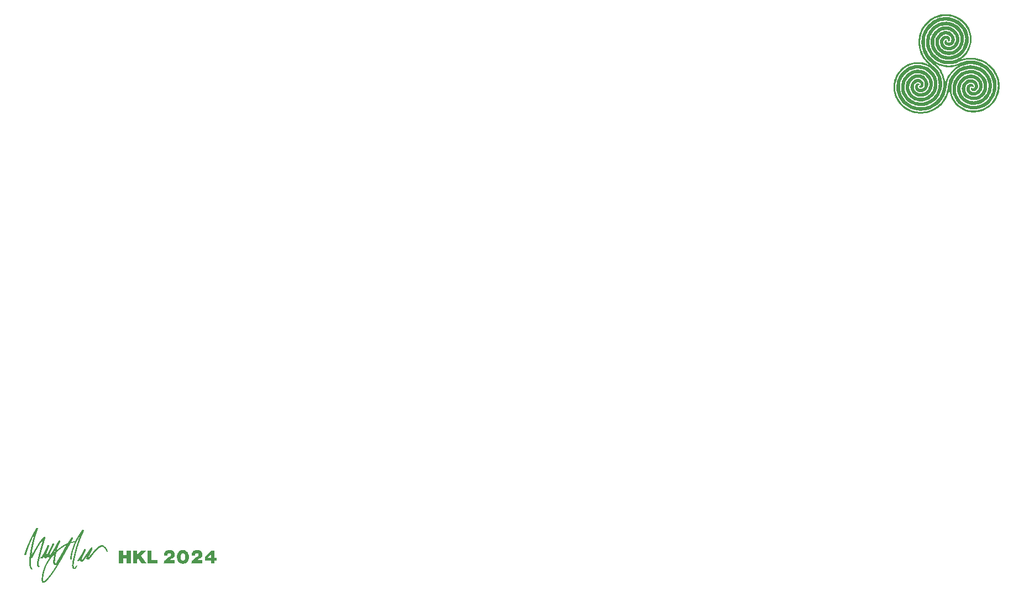
<source format=gbr>
%TF.GenerationSoftware,KiCad,Pcbnew,8.0.4*%
%TF.CreationDate,2024-09-08T22:21:22-07:00*%
%TF.ProjectId,65-wkl-pcb,36352d77-6b6c-42d7-9063-622e6b696361,rev?*%
%TF.SameCoordinates,Original*%
%TF.FileFunction,Legend,Top*%
%TF.FilePolarity,Positive*%
%FSLAX46Y46*%
G04 Gerber Fmt 4.6, Leading zero omitted, Abs format (unit mm)*
G04 Created by KiCad (PCBNEW 8.0.4) date 2024-09-08 22:21:22*
%MOMM*%
%LPD*%
G01*
G04 APERTURE LIST*
%ADD10C,0.100000*%
%ADD11C,0.000000*%
G04 APERTURE END LIST*
D10*
G36*
X184700562Y-99946950D02*
G01*
X184700562Y-99259162D01*
X185325824Y-99259162D01*
X185325824Y-101260000D01*
X184700562Y-101260000D01*
X184700562Y-100478422D01*
X184137827Y-100478422D01*
X184137827Y-101260000D01*
X183512565Y-101260000D01*
X183512565Y-99259162D01*
X184137827Y-99259162D01*
X184137827Y-99946950D01*
X184700562Y-99946950D01*
G37*
G36*
X187713542Y-101260000D02*
G01*
X186937827Y-101260000D01*
X186456180Y-100475980D01*
X186291072Y-100655743D01*
X186291072Y-101260000D01*
X185665810Y-101260000D01*
X185665810Y-99259162D01*
X186291072Y-99259162D01*
X186291072Y-99891263D01*
X186862111Y-99259162D01*
X187634896Y-99259162D01*
X186890443Y-100057348D01*
X187713542Y-101260000D01*
G37*
G36*
X188508797Y-99259162D02*
G01*
X188508797Y-100728527D01*
X189399795Y-100728527D01*
X189399795Y-101260000D01*
X187883535Y-101260000D01*
X187883535Y-99259162D01*
X188508797Y-99259162D01*
G37*
G36*
X192080604Y-101260000D02*
G01*
X190392397Y-101260000D01*
X190396966Y-101151441D01*
X190410670Y-101051813D01*
X190438205Y-100946867D01*
X190478176Y-100854076D01*
X190522335Y-100784214D01*
X190591921Y-100702683D01*
X190671846Y-100626846D01*
X190752749Y-100559450D01*
X190846651Y-100488238D01*
X190931133Y-100428521D01*
X191023934Y-100366361D01*
X191048434Y-100350439D01*
X191285838Y-100195589D01*
X191366690Y-100136948D01*
X191442222Y-100066667D01*
X191455342Y-100050509D01*
X191497988Y-99961902D01*
X191503702Y-99911290D01*
X191482219Y-99810964D01*
X191435803Y-99753021D01*
X191348186Y-99709189D01*
X191244316Y-99696845D01*
X191146039Y-99708403D01*
X191057081Y-99751102D01*
X190989304Y-99838426D01*
X190959651Y-99948545D01*
X190955133Y-100025596D01*
X190955133Y-100051486D01*
X190423661Y-100051486D01*
X190423661Y-99965024D01*
X190428979Y-99855246D01*
X190444936Y-99753363D01*
X190478127Y-99641524D01*
X190526636Y-99541055D01*
X190590463Y-99451954D01*
X190641525Y-99398869D01*
X190729767Y-99330141D01*
X190831096Y-99275633D01*
X190925532Y-99241072D01*
X191029056Y-99216385D01*
X191141668Y-99201573D01*
X191263367Y-99196636D01*
X191377914Y-99200882D01*
X191484636Y-99213618D01*
X191583535Y-99234847D01*
X191691888Y-99271529D01*
X191788974Y-99320438D01*
X191861274Y-99370537D01*
X191935812Y-99441039D01*
X191994928Y-99522120D01*
X192038623Y-99613780D01*
X192066896Y-99716018D01*
X192079747Y-99828836D01*
X192080604Y-99868792D01*
X192074651Y-99968230D01*
X192053721Y-100070243D01*
X192017721Y-100161825D01*
X191985349Y-100217083D01*
X191919498Y-100299510D01*
X191842669Y-100373233D01*
X191761318Y-100438092D01*
X191681095Y-100493945D01*
X191652202Y-100512616D01*
X191305377Y-100733900D01*
X191263367Y-100759790D01*
X192080604Y-100759790D01*
X192080604Y-101260000D01*
G37*
G36*
X193428451Y-99201170D02*
G01*
X193544778Y-99219588D01*
X193653831Y-99252174D01*
X193755610Y-99298929D01*
X193850113Y-99359851D01*
X193937341Y-99434942D01*
X193986187Y-99486796D01*
X194059364Y-99581660D01*
X194120139Y-99685206D01*
X194168510Y-99797433D01*
X194198277Y-99893466D01*
X194220106Y-99995056D01*
X194233998Y-100102203D01*
X194239951Y-100214905D01*
X194240199Y-100243949D01*
X194236230Y-100358049D01*
X194224323Y-100466607D01*
X194204479Y-100569624D01*
X194176696Y-100667100D01*
X194140976Y-100759035D01*
X194085162Y-100866160D01*
X194016946Y-100964628D01*
X193986187Y-101001591D01*
X193903323Y-101085041D01*
X193813185Y-101154347D01*
X193715771Y-101209509D01*
X193611083Y-101250527D01*
X193499120Y-101277401D01*
X193379882Y-101290131D01*
X193330150Y-101291263D01*
X193230812Y-101286736D01*
X193113359Y-101268349D01*
X193003371Y-101235818D01*
X192900848Y-101189142D01*
X192805792Y-101128322D01*
X192718200Y-101053358D01*
X192669229Y-101001591D01*
X192595348Y-100905814D01*
X192533989Y-100801664D01*
X192493918Y-100712317D01*
X192461861Y-100617612D01*
X192437819Y-100517549D01*
X192421790Y-100412128D01*
X192413776Y-100301348D01*
X192412774Y-100243949D01*
X192989676Y-100243949D01*
X192992613Y-100349995D01*
X193003462Y-100459779D01*
X193025650Y-100566872D01*
X193063092Y-100663923D01*
X193073207Y-100682121D01*
X193141476Y-100761939D01*
X193230755Y-100808625D01*
X193330150Y-100822316D01*
X193443368Y-100801983D01*
X193533162Y-100740983D01*
X193590096Y-100659086D01*
X193630764Y-100548948D01*
X193651585Y-100440504D01*
X193661996Y-100313986D01*
X193663298Y-100243949D01*
X193660447Y-100136977D01*
X193649915Y-100026544D01*
X193628376Y-99919283D01*
X193592028Y-99822773D01*
X193582209Y-99804801D01*
X193515840Y-99725539D01*
X193428229Y-99679178D01*
X193330150Y-99665582D01*
X193229353Y-99679178D01*
X193139522Y-99725539D01*
X193071741Y-99804801D01*
X193032071Y-99895626D01*
X193007708Y-99997834D01*
X192994805Y-100103845D01*
X192989996Y-100207029D01*
X192989676Y-100243949D01*
X192412774Y-100243949D01*
X192416781Y-100130498D01*
X192428803Y-100022421D01*
X192448838Y-99919717D01*
X192476888Y-99822386D01*
X192512952Y-99730429D01*
X192569302Y-99623038D01*
X192638174Y-99524043D01*
X192669229Y-99486796D01*
X192752341Y-99403205D01*
X192842918Y-99333782D01*
X192940961Y-99278527D01*
X193046470Y-99237440D01*
X193159444Y-99210521D01*
X193279884Y-99197769D01*
X193330150Y-99196636D01*
X193428451Y-99201170D01*
G37*
G36*
X196308936Y-101260000D02*
G01*
X194620730Y-101260000D01*
X194625298Y-101151441D01*
X194639002Y-101051813D01*
X194666538Y-100946867D01*
X194706508Y-100854076D01*
X194750667Y-100784214D01*
X194820254Y-100702683D01*
X194900178Y-100626846D01*
X194981081Y-100559450D01*
X195074984Y-100488238D01*
X195159465Y-100428521D01*
X195252266Y-100366361D01*
X195276766Y-100350439D01*
X195514170Y-100195589D01*
X195595022Y-100136948D01*
X195670554Y-100066667D01*
X195683674Y-100050509D01*
X195726320Y-99961902D01*
X195732035Y-99911290D01*
X195710551Y-99810964D01*
X195664135Y-99753021D01*
X195576519Y-99709189D01*
X195472649Y-99696845D01*
X195374371Y-99708403D01*
X195285414Y-99751102D01*
X195217636Y-99838426D01*
X195187984Y-99948545D01*
X195183465Y-100025596D01*
X195183465Y-100051486D01*
X194651993Y-100051486D01*
X194651993Y-99965024D01*
X194657312Y-99855246D01*
X194673269Y-99753363D01*
X194706459Y-99641524D01*
X194754968Y-99541055D01*
X194818795Y-99451954D01*
X194869857Y-99398869D01*
X194958100Y-99330141D01*
X195059428Y-99275633D01*
X195153865Y-99241072D01*
X195257389Y-99216385D01*
X195370000Y-99201573D01*
X195491700Y-99196636D01*
X195606246Y-99200882D01*
X195712968Y-99213618D01*
X195811868Y-99234847D01*
X195920220Y-99271529D01*
X196017306Y-99320438D01*
X196089606Y-99370537D01*
X196164144Y-99441039D01*
X196223260Y-99522120D01*
X196266955Y-99613780D01*
X196295228Y-99716018D01*
X196308079Y-99828836D01*
X196308936Y-99868792D01*
X196302983Y-99968230D01*
X196282053Y-100070243D01*
X196246053Y-100161825D01*
X196213681Y-100217083D01*
X196147830Y-100299510D01*
X196071001Y-100373233D01*
X195989650Y-100438092D01*
X195909427Y-100493945D01*
X195880534Y-100512616D01*
X195533709Y-100733900D01*
X195491700Y-100759790D01*
X196308936Y-100759790D01*
X196308936Y-101260000D01*
G37*
G36*
X198187164Y-100384633D02*
G01*
X198469997Y-100384633D01*
X198469997Y-100822316D01*
X198187164Y-100822316D01*
X198187164Y-101260000D01*
X197610262Y-101260000D01*
X197610262Y-100822316D01*
X196688001Y-100822316D01*
X196688001Y-100384633D01*
X197133500Y-100384633D01*
X197610262Y-100384633D01*
X197610262Y-99840460D01*
X197599027Y-99840460D01*
X197133500Y-100384633D01*
X196688001Y-100384633D01*
X196688001Y-100353370D01*
X197601958Y-99259162D01*
X198187164Y-99259162D01*
X198187164Y-100384633D01*
G37*
D11*
%TO.C,G\u002A\u002A\u002A*%
G36*
X310316516Y-16973796D02*
G01*
X310428698Y-16975928D01*
X310528600Y-16979702D01*
X310609712Y-16985121D01*
X310631290Y-16987275D01*
X310920031Y-17028005D01*
X311191849Y-17084704D01*
X311453463Y-17159380D01*
X311711588Y-17254039D01*
X311972942Y-17370689D01*
X312061501Y-17414584D01*
X312331442Y-17566357D01*
X312590519Y-17741605D01*
X312836220Y-17937987D01*
X313066031Y-18153161D01*
X313277439Y-18384786D01*
X313467933Y-18630520D01*
X313625305Y-18871654D01*
X313776109Y-19151360D01*
X313903502Y-19444341D01*
X314006677Y-19748199D01*
X314084828Y-20060537D01*
X314137147Y-20378959D01*
X314139438Y-20398129D01*
X314146627Y-20480385D01*
X314151762Y-20582234D01*
X314154845Y-20696972D01*
X314155876Y-20817893D01*
X314154855Y-20938292D01*
X314151782Y-21051463D01*
X314146659Y-21150702D01*
X314139485Y-21229302D01*
X314139382Y-21230127D01*
X314086148Y-21551817D01*
X314008612Y-21861819D01*
X313907116Y-22159417D01*
X313782001Y-22443894D01*
X313633608Y-22714534D01*
X313462279Y-22970621D01*
X313268353Y-23211438D01*
X313120408Y-23369472D01*
X313012068Y-23475720D01*
X312912946Y-23566465D01*
X312815448Y-23647972D01*
X312711980Y-23726506D01*
X312594950Y-23808334D01*
X312560087Y-23831774D01*
X312501130Y-23871476D01*
X312452006Y-23905194D01*
X312416447Y-23930314D01*
X312398186Y-23944220D01*
X312396743Y-23946153D01*
X312412687Y-23941646D01*
X312446961Y-23929816D01*
X312492221Y-23913200D01*
X312493293Y-23912797D01*
X312635269Y-23864469D01*
X312797802Y-23817921D01*
X312973946Y-23774707D01*
X313156753Y-23736381D01*
X313339280Y-23704498D01*
X313514577Y-23680612D01*
X313546721Y-23677082D01*
X313663512Y-23667722D01*
X313798493Y-23661788D01*
X313945409Y-23659172D01*
X314098007Y-23659768D01*
X314250033Y-23663469D01*
X314395233Y-23670169D01*
X314527352Y-23679762D01*
X314640136Y-23692140D01*
X314667944Y-23696176D01*
X315024253Y-23764507D01*
X315367748Y-23856897D01*
X315698063Y-23973167D01*
X316014833Y-24113138D01*
X316317692Y-24276631D01*
X316606275Y-24463469D01*
X316880216Y-24673473D01*
X317131929Y-24899456D01*
X317369678Y-25147771D01*
X317584661Y-25410577D01*
X317778792Y-25690222D01*
X317789076Y-25706413D01*
X317836099Y-25785017D01*
X317889756Y-25881681D01*
X317946969Y-25990216D01*
X318004657Y-26104432D01*
X318059742Y-26218140D01*
X318109143Y-26325151D01*
X318149783Y-26419275D01*
X318172233Y-26476527D01*
X318262893Y-26750757D01*
X318337661Y-27034727D01*
X318394085Y-27318409D01*
X318417635Y-27480425D01*
X318425326Y-27563640D01*
X318430886Y-27668145D01*
X318434356Y-27788074D01*
X318435773Y-27917560D01*
X318435179Y-28050737D01*
X318432613Y-28181738D01*
X318428114Y-28304696D01*
X318421722Y-28413746D01*
X318413477Y-28503020D01*
X318410576Y-28525579D01*
X318349832Y-28863258D01*
X318263948Y-29190722D01*
X318153360Y-29507091D01*
X318018503Y-29811488D01*
X317859813Y-30103033D01*
X317677726Y-30380846D01*
X317472676Y-30644050D01*
X317245100Y-30891765D01*
X317231161Y-30905697D01*
X316991183Y-31125192D01*
X316734789Y-31323039D01*
X316463426Y-31498501D01*
X316178544Y-31650839D01*
X315881592Y-31779317D01*
X315574020Y-31883197D01*
X315257276Y-31961741D01*
X315098798Y-31990815D01*
X314926293Y-32013564D01*
X314738163Y-32029116D01*
X314545470Y-32036940D01*
X314359273Y-32036503D01*
X314249281Y-32031684D01*
X313944078Y-32001723D01*
X313653020Y-31950530D01*
X313371341Y-31876842D01*
X313094273Y-31779398D01*
X312817051Y-31656934D01*
X312797235Y-31647254D01*
X312518602Y-31495461D01*
X312257457Y-31323143D01*
X312014605Y-31131512D01*
X311790848Y-30921782D01*
X311586990Y-30695166D01*
X311403834Y-30452876D01*
X311242182Y-30196125D01*
X311102838Y-29926128D01*
X310986605Y-29644095D01*
X310894286Y-29351241D01*
X310826684Y-29048779D01*
X310784602Y-28737920D01*
X310773985Y-28591485D01*
X310764539Y-28412562D01*
X310727360Y-28596277D01*
X310642673Y-28948269D01*
X310533801Y-29287580D01*
X310401087Y-29613644D01*
X310244872Y-29925893D01*
X310065501Y-30223760D01*
X309863315Y-30506677D01*
X309638658Y-30774077D01*
X309391873Y-31025392D01*
X309123303Y-31260057D01*
X309111673Y-31269442D01*
X308839889Y-31470590D01*
X308552861Y-31649683D01*
X308252576Y-31806091D01*
X307941023Y-31939186D01*
X307620189Y-32048340D01*
X307292064Y-32132923D01*
X306958635Y-32192306D01*
X306621890Y-32225862D01*
X306283817Y-32232960D01*
X306090639Y-32224886D01*
X305754466Y-32189504D01*
X305423731Y-32127826D01*
X305100044Y-32040564D01*
X304785010Y-31928428D01*
X304480237Y-31792131D01*
X304187332Y-31632382D01*
X303907903Y-31449894D01*
X303643556Y-31245377D01*
X303419937Y-31043132D01*
X303185847Y-30796835D01*
X302975714Y-30537071D01*
X302789704Y-30264180D01*
X302627987Y-29978499D01*
X302490729Y-29680366D01*
X302378099Y-29370121D01*
X302290263Y-29048101D01*
X302227391Y-28714646D01*
X302212882Y-28608091D01*
X302206281Y-28536108D01*
X302201265Y-28443320D01*
X302197839Y-28335572D01*
X302196002Y-28218706D01*
X302195801Y-28119828D01*
X302469899Y-28119828D01*
X302471133Y-28247058D01*
X302474581Y-28370949D01*
X302480197Y-28485354D01*
X302487937Y-28584126D01*
X302494852Y-28642471D01*
X302554193Y-28960427D01*
X302639245Y-29270343D01*
X302749251Y-29570707D01*
X302883454Y-29860006D01*
X303041099Y-30136728D01*
X303221429Y-30399361D01*
X303423688Y-30646393D01*
X303578864Y-30810169D01*
X303823138Y-31034334D01*
X304080682Y-31234426D01*
X304351584Y-31410492D01*
X304635931Y-31562578D01*
X304933812Y-31690733D01*
X305245314Y-31795001D01*
X305570527Y-31875431D01*
X305598047Y-31881018D01*
X305831082Y-31921753D01*
X306051291Y-31947440D01*
X306268434Y-31958731D01*
X306492270Y-31956274D01*
X306622573Y-31949245D01*
X306911678Y-31920938D01*
X307186429Y-31875292D01*
X307455036Y-31810695D01*
X307676495Y-31742445D01*
X307988066Y-31622952D01*
X308287859Y-31479123D01*
X308574583Y-31312048D01*
X308846948Y-31122817D01*
X309103662Y-30912520D01*
X309343436Y-30682248D01*
X309564978Y-30433090D01*
X309766999Y-30166136D01*
X309948207Y-29882476D01*
X310011443Y-29770345D01*
X310118979Y-29561521D01*
X310212043Y-29355607D01*
X310292036Y-29147993D01*
X310360360Y-28934071D01*
X310418414Y-28709232D01*
X310467602Y-28468867D01*
X310509324Y-28208366D01*
X310527223Y-28073919D01*
X310572079Y-27779400D01*
X310630776Y-27505490D01*
X310704674Y-27248290D01*
X310795130Y-27003901D01*
X310903503Y-26768424D01*
X311031153Y-26537960D01*
X311102163Y-26424112D01*
X311202767Y-26279580D01*
X311320288Y-26129457D01*
X311449379Y-25979615D01*
X311584695Y-25835927D01*
X311720890Y-25704267D01*
X311852616Y-25590506D01*
X311882725Y-25566710D01*
X312128261Y-25392677D01*
X312387780Y-25239545D01*
X312658399Y-25108488D01*
X312937238Y-25000683D01*
X313221415Y-24917304D01*
X313508048Y-24859526D01*
X313667150Y-24838937D01*
X313750631Y-24832843D01*
X313852883Y-24829333D01*
X313967750Y-24828264D01*
X314089078Y-24829491D01*
X314210709Y-24832870D01*
X314326490Y-24838257D01*
X314430263Y-24845506D01*
X314515875Y-24854473D01*
X314550619Y-24859672D01*
X314842616Y-24922054D01*
X315121121Y-25006612D01*
X315390770Y-25114840D01*
X315493610Y-25163333D01*
X315757250Y-25307634D01*
X316002832Y-25472493D01*
X316229783Y-25657337D01*
X316437526Y-25861593D01*
X316625485Y-26084688D01*
X316793086Y-26326049D01*
X316939753Y-26585104D01*
X316957167Y-26619879D01*
X317073815Y-26885391D01*
X317163424Y-27154963D01*
X317226332Y-27430055D01*
X317262881Y-27712125D01*
X317273521Y-27975498D01*
X317261276Y-28259933D01*
X317224210Y-28533717D01*
X317161825Y-28799034D01*
X317073625Y-29058070D01*
X316977928Y-29275065D01*
X316842817Y-29522140D01*
X316687680Y-29751496D01*
X316513828Y-29962230D01*
X316322570Y-30153439D01*
X316115217Y-30324222D01*
X315893077Y-30473676D01*
X315657462Y-30600899D01*
X315409680Y-30704987D01*
X315151041Y-30785040D01*
X314882857Y-30840153D01*
X314669935Y-30865087D01*
X314410468Y-30872216D01*
X314152567Y-30852971D01*
X313898486Y-30808209D01*
X313650481Y-30738783D01*
X313410806Y-30645550D01*
X313181716Y-30529363D01*
X312965468Y-30391078D01*
X312764316Y-30231550D01*
X312611417Y-30084647D01*
X312445207Y-29891655D01*
X312301928Y-29686263D01*
X312181907Y-29470370D01*
X312085468Y-29245872D01*
X312012940Y-29014666D01*
X311964647Y-28778648D01*
X311940916Y-28539716D01*
X311942073Y-28299766D01*
X311968445Y-28060695D01*
X312020356Y-27824400D01*
X312098133Y-27592779D01*
X312159033Y-27453307D01*
X312270051Y-27250847D01*
X312403236Y-27060361D01*
X312555886Y-26884564D01*
X312725304Y-26726174D01*
X312908790Y-26587907D01*
X313103644Y-26472482D01*
X313162258Y-26443496D01*
X313345074Y-26365763D01*
X313521869Y-26309599D01*
X313700681Y-26273194D01*
X313889547Y-26254736D01*
X314014290Y-26251512D01*
X314218501Y-26259303D01*
X314406765Y-26284692D01*
X314585428Y-26329166D01*
X314760837Y-26394214D01*
X314895771Y-26458272D01*
X315080315Y-26567403D01*
X315246356Y-26693435D01*
X315393400Y-26834383D01*
X315520950Y-26988258D01*
X315628510Y-27153072D01*
X315715584Y-27326839D01*
X315781675Y-27507570D01*
X315826288Y-27693278D01*
X315848927Y-27881975D01*
X315849095Y-28071674D01*
X315826297Y-28260387D01*
X315780036Y-28446126D01*
X315709817Y-28626904D01*
X315615143Y-28800734D01*
X315515455Y-28941059D01*
X315386684Y-29081079D01*
X315239125Y-29201673D01*
X315074623Y-29301604D01*
X314895022Y-29379634D01*
X314829625Y-29401330D01*
X314781250Y-29415450D01*
X314738693Y-29425507D01*
X314695493Y-29432203D01*
X314645194Y-29436244D01*
X314581337Y-29438334D01*
X314497464Y-29439175D01*
X314481859Y-29439241D01*
X314375514Y-29438428D01*
X314289455Y-29434187D01*
X314216540Y-29425149D01*
X314149627Y-29409945D01*
X314081575Y-29387207D01*
X314005243Y-29355564D01*
X313975230Y-29342125D01*
X313830192Y-29263065D01*
X313702529Y-29166718D01*
X313593272Y-29055599D01*
X313503449Y-28932222D01*
X313434090Y-28799103D01*
X313386223Y-28658759D01*
X313360879Y-28513703D01*
X313359086Y-28366453D01*
X313381873Y-28219523D01*
X313430270Y-28075430D01*
X313444343Y-28044597D01*
X313494527Y-27960845D01*
X313562418Y-27876874D01*
X313640477Y-27800621D01*
X313721164Y-27740025D01*
X313749210Y-27723673D01*
X313859875Y-27677889D01*
X313973614Y-27655131D01*
X314086229Y-27655006D01*
X314193525Y-27677116D01*
X314291305Y-27721068D01*
X314371103Y-27782249D01*
X314425744Y-27848974D01*
X314461058Y-27921148D01*
X314476318Y-27993975D01*
X314470798Y-28062654D01*
X314443773Y-28122388D01*
X314425780Y-28143708D01*
X314387946Y-28173797D01*
X314357429Y-28178774D01*
X314330640Y-28158776D01*
X314322605Y-28147640D01*
X314274484Y-28098072D01*
X314209657Y-28065979D01*
X314136671Y-28054837D01*
X314058780Y-28068101D01*
X313986116Y-28105957D01*
X313923412Y-28165493D01*
X313897761Y-28201692D01*
X313878163Y-28235434D01*
X313865916Y-28264985D01*
X313859313Y-28298515D01*
X313856649Y-28344198D01*
X313856207Y-28400732D01*
X313857113Y-28465716D01*
X313860841Y-28511947D01*
X313869027Y-28548148D01*
X313883306Y-28583045D01*
X313894507Y-28605147D01*
X313965623Y-28712938D01*
X314054080Y-28799611D01*
X314159033Y-28864682D01*
X314279639Y-28907669D01*
X314415052Y-28928086D01*
X314461231Y-28929773D01*
X314591398Y-28922352D01*
X314709056Y-28895466D01*
X314822386Y-28846711D01*
X314899591Y-28800858D01*
X315022639Y-28704542D01*
X315126191Y-28589959D01*
X315209085Y-28459344D01*
X315270158Y-28314931D01*
X315308250Y-28158955D01*
X315322197Y-27993650D01*
X315322233Y-27987952D01*
X315309673Y-27813270D01*
X315271632Y-27645913D01*
X315209576Y-27487682D01*
X315124967Y-27340377D01*
X315019269Y-27205801D01*
X314893946Y-27085753D01*
X314750462Y-26982036D01*
X314590281Y-26896450D01*
X314414867Y-26830796D01*
X314371843Y-26818522D01*
X314321415Y-26806073D01*
X314273430Y-26797292D01*
X314221246Y-26791560D01*
X314158223Y-26788259D01*
X314077721Y-26786771D01*
X314028042Y-26786512D01*
X313937023Y-26786819D01*
X313866786Y-26788661D01*
X313810627Y-26792642D01*
X313761838Y-26799369D01*
X313713714Y-26809448D01*
X313680123Y-26817950D01*
X313479109Y-26884695D01*
X313292945Y-26974175D01*
X313122622Y-27085373D01*
X312969128Y-27217269D01*
X312833453Y-27368842D01*
X312716584Y-27539075D01*
X312619513Y-27726947D01*
X312543227Y-27931439D01*
X312519782Y-28013718D01*
X312499010Y-28116325D01*
X312484397Y-28236924D01*
X312476289Y-28366625D01*
X312475033Y-28496539D01*
X312480974Y-28617776D01*
X312492606Y-28711232D01*
X312544591Y-28937222D01*
X312619438Y-29148249D01*
X312717736Y-29345484D01*
X312840071Y-29530099D01*
X312987033Y-29703264D01*
X312994416Y-29710995D01*
X313165267Y-29870865D01*
X313348753Y-30007186D01*
X313546234Y-30120704D01*
X313759071Y-30212164D01*
X313988622Y-30282311D01*
X314072749Y-30301875D01*
X314182364Y-30319565D01*
X314310466Y-30330645D01*
X314448839Y-30335104D01*
X314589270Y-30332932D01*
X314723545Y-30324119D01*
X314843448Y-30308654D01*
X314874574Y-30302881D01*
X315114956Y-30242485D01*
X315339039Y-30160844D01*
X315549110Y-30056727D01*
X315747457Y-29928906D01*
X315936367Y-29776150D01*
X316043498Y-29674657D01*
X316215192Y-29485002D01*
X316362555Y-29283405D01*
X316486199Y-29068730D01*
X316586737Y-28839843D01*
X316664781Y-28595606D01*
X316696349Y-28463695D01*
X316709794Y-28382904D01*
X316720754Y-28281715D01*
X316728980Y-28167146D01*
X316734227Y-28046213D01*
X316736245Y-27925930D01*
X316734788Y-27813315D01*
X316729609Y-27715383D01*
X316724488Y-27665633D01*
X316677678Y-27411352D01*
X316604769Y-27161192D01*
X316507143Y-26918163D01*
X316386182Y-26685274D01*
X316243270Y-26465536D01*
X316079805Y-26261977D01*
X315893262Y-26073123D01*
X315688437Y-25904119D01*
X315466935Y-25755815D01*
X315230360Y-25629062D01*
X314980317Y-25524710D01*
X314718411Y-25443608D01*
X314446246Y-25386609D01*
X314419975Y-25382487D01*
X314313791Y-25370387D01*
X314188829Y-25362734D01*
X314053452Y-25359528D01*
X313916024Y-25360766D01*
X313784908Y-25366445D01*
X313668468Y-25376565D01*
X313622357Y-25382677D01*
X313338869Y-25439182D01*
X313065366Y-25521004D01*
X312803045Y-25627470D01*
X312553101Y-25757912D01*
X312316732Y-25911657D01*
X312095132Y-26088037D01*
X311889498Y-26286379D01*
X311769416Y-26421437D01*
X311603678Y-26639702D01*
X311456092Y-26876101D01*
X311328700Y-27126472D01*
X311223542Y-27386659D01*
X311142660Y-27652503D01*
X311121434Y-27741713D01*
X311097128Y-27857807D01*
X311078912Y-27961520D01*
X311066017Y-28060489D01*
X311057677Y-28162348D01*
X311053123Y-28274733D01*
X311051586Y-28405279D01*
X311051576Y-28436191D01*
X311055162Y-28623820D01*
X311066312Y-28792972D01*
X311086335Y-28951953D01*
X311116543Y-29109070D01*
X311158244Y-29272628D01*
X311210578Y-29444247D01*
X311313996Y-29718954D01*
X311442371Y-29983635D01*
X311594429Y-30236531D01*
X311768896Y-30475882D01*
X311964496Y-30699930D01*
X312179955Y-30906915D01*
X312398426Y-31083588D01*
X312650280Y-31253638D01*
X312914759Y-31399882D01*
X313190163Y-31521993D01*
X313474793Y-31619643D01*
X313766948Y-31692505D01*
X314064929Y-31740252D01*
X314367036Y-31762558D01*
X314671568Y-31759094D01*
X314976827Y-31729533D01*
X315281112Y-31673550D01*
X315362281Y-31654013D01*
X315661165Y-31564352D01*
X315950956Y-31449244D01*
X316229989Y-31309723D01*
X316496598Y-31146824D01*
X316749120Y-30961583D01*
X316985889Y-30755034D01*
X317205239Y-30528211D01*
X317242801Y-30485243D01*
X317439183Y-30238280D01*
X317611623Y-29981090D01*
X317760781Y-29712218D01*
X317887314Y-29430211D01*
X317991882Y-29133614D01*
X318075142Y-28820973D01*
X318133410Y-28518410D01*
X318145059Y-28425109D01*
X318154070Y-28310984D01*
X318160336Y-28182595D01*
X318163751Y-28046505D01*
X318164207Y-27909277D01*
X318161598Y-27777471D01*
X318155817Y-27657650D01*
X318148791Y-27574416D01*
X318100465Y-27248579D01*
X318025939Y-26928788D01*
X317926002Y-26616794D01*
X317801443Y-26314343D01*
X317653050Y-26023186D01*
X317481611Y-25745069D01*
X317287916Y-25481742D01*
X317113554Y-25278645D01*
X316873617Y-25037627D01*
X316617921Y-24819044D01*
X316347036Y-24623198D01*
X316061532Y-24450393D01*
X315761978Y-24300930D01*
X315448946Y-24175113D01*
X315123003Y-24073243D01*
X314784721Y-23995624D01*
X314653759Y-23972663D01*
X314556634Y-23960119D01*
X314438512Y-23949786D01*
X314305826Y-23941835D01*
X314165008Y-23936439D01*
X314022489Y-23933771D01*
X313884702Y-23934004D01*
X313758079Y-23937310D01*
X313649052Y-23943863D01*
X313633252Y-23945263D01*
X313327905Y-23984457D01*
X313028150Y-24044889D01*
X312729597Y-24127716D01*
X312427860Y-24234097D01*
X312229443Y-24315773D01*
X311973900Y-24419412D01*
X311730158Y-24503046D01*
X311492969Y-24568252D01*
X311257086Y-24616608D01*
X311195124Y-24626646D01*
X311100526Y-24638134D01*
X310985890Y-24647287D01*
X310858599Y-24653919D01*
X310726035Y-24657842D01*
X310595580Y-24658868D01*
X310474618Y-24656812D01*
X310370529Y-24651485D01*
X310335622Y-24648432D01*
X310018756Y-24603233D01*
X309713023Y-24532900D01*
X309418170Y-24437334D01*
X309133945Y-24316438D01*
X308860096Y-24170113D01*
X308596369Y-23998262D01*
X308527230Y-23947745D01*
X308448841Y-23885464D01*
X308359717Y-23808585D01*
X308265019Y-23722088D01*
X308169906Y-23630952D01*
X308079536Y-23540153D01*
X307999069Y-23454672D01*
X307933664Y-23379487D01*
X307917569Y-23359451D01*
X307749573Y-23125413D01*
X307600010Y-22876614D01*
X307470891Y-22617254D01*
X307364225Y-22351532D01*
X307282024Y-22083648D01*
X307257057Y-21979613D01*
X307234466Y-21872637D01*
X307217122Y-21777620D01*
X307204395Y-21688003D01*
X307195654Y-21597229D01*
X307190270Y-21498737D01*
X307187613Y-21385970D01*
X307187053Y-21252369D01*
X307187056Y-21250755D01*
X307188970Y-21098283D01*
X307194688Y-20965766D01*
X307205166Y-20845802D01*
X307221363Y-20730991D01*
X307244236Y-20613931D01*
X307274741Y-20487221D01*
X307296232Y-20406669D01*
X307385179Y-20132001D01*
X307497250Y-19870192D01*
X307631113Y-19622352D01*
X307785434Y-19389592D01*
X307958877Y-19173021D01*
X308150110Y-18973751D01*
X308357798Y-18792892D01*
X308580606Y-18631554D01*
X308817202Y-18490848D01*
X309066250Y-18371883D01*
X309326417Y-18275771D01*
X309596368Y-18203622D01*
X309874771Y-18156546D01*
X310016137Y-18142801D01*
X310286444Y-18136415D01*
X310556716Y-18156338D01*
X310824290Y-18201767D01*
X311086502Y-18271897D01*
X311340689Y-18365925D01*
X311584188Y-18483048D01*
X311814335Y-18622462D01*
X311962479Y-18730078D01*
X312163461Y-18903402D01*
X312343762Y-19092375D01*
X312502937Y-19295192D01*
X312640543Y-19510046D01*
X312756136Y-19735132D01*
X312849273Y-19968645D01*
X312919509Y-20208779D01*
X312966402Y-20453727D01*
X312989508Y-20701685D01*
X312988383Y-20950848D01*
X312962583Y-21199408D01*
X312911665Y-21445561D01*
X312835185Y-21687501D01*
X312742274Y-21903977D01*
X312616824Y-22131818D01*
X312471852Y-22341008D01*
X312308397Y-22530711D01*
X312127501Y-22700094D01*
X311930202Y-22848320D01*
X311717542Y-22974556D01*
X311490560Y-23077968D01*
X311250298Y-23157720D01*
X311146991Y-23183661D01*
X311075044Y-23198966D01*
X311008776Y-23210116D01*
X310940374Y-23217958D01*
X310862026Y-23223337D01*
X310765919Y-23227099D01*
X310738598Y-23227876D01*
X310608566Y-23229711D01*
X310497667Y-23227026D01*
X310397785Y-23219026D01*
X310300803Y-23204913D01*
X310198603Y-23183892D01*
X310135843Y-23168750D01*
X309908826Y-23097899D01*
X309693947Y-23002636D01*
X309492457Y-22883656D01*
X309305609Y-22741652D01*
X309211786Y-22656172D01*
X309048818Y-22480514D01*
X308911067Y-22293897D01*
X308798491Y-22096244D01*
X308711051Y-21887483D01*
X308648705Y-21667538D01*
X308637874Y-21615170D01*
X308622063Y-21506004D01*
X308612564Y-21381033D01*
X308609493Y-21249775D01*
X308612962Y-21121747D01*
X308623088Y-21006467D01*
X308630014Y-20960326D01*
X308680515Y-20748057D01*
X308754667Y-20547392D01*
X308851211Y-20360026D01*
X308968889Y-20187655D01*
X309106445Y-20031977D01*
X309262619Y-19894688D01*
X309436155Y-19777484D01*
X309553295Y-19714981D01*
X309629606Y-19680812D01*
X309714070Y-19647290D01*
X309794671Y-19619000D01*
X309842088Y-19604836D01*
X309898136Y-19590698D01*
X309947839Y-19580676D01*
X309998212Y-19574044D01*
X310056272Y-19570078D01*
X310129033Y-19568052D01*
X310204977Y-19567329D01*
X310305691Y-19567710D01*
X310384897Y-19570332D01*
X310448529Y-19575614D01*
X310502523Y-19583974D01*
X310531899Y-19590433D01*
X310721643Y-19648366D01*
X310892841Y-19725793D01*
X311047251Y-19823649D01*
X311179140Y-19935564D01*
X311292001Y-20055529D01*
X311381963Y-20176268D01*
X311453076Y-20304038D01*
X311509392Y-20445100D01*
X311509877Y-20446548D01*
X311553644Y-20616829D01*
X311571891Y-20787229D01*
X311564912Y-20954992D01*
X311532999Y-21117359D01*
X311476447Y-21271573D01*
X311409057Y-21394442D01*
X311318419Y-21513384D01*
X311211939Y-21615593D01*
X311093075Y-21699359D01*
X310965280Y-21762973D01*
X310832012Y-21804725D01*
X310696726Y-21822904D01*
X310562878Y-21815801D01*
X310558761Y-21815154D01*
X310422565Y-21781742D01*
X310301761Y-21728331D01*
X310198533Y-21656231D01*
X310115066Y-21566749D01*
X310094349Y-21536932D01*
X310049126Y-21458475D01*
X310021747Y-21386721D01*
X310008950Y-21310733D01*
X310006967Y-21243879D01*
X310018541Y-21147576D01*
X310049552Y-21063141D01*
X310097670Y-20994163D01*
X310160564Y-20944229D01*
X310216533Y-20921298D01*
X310271791Y-20914505D01*
X310318077Y-20923455D01*
X310350849Y-20945099D01*
X310365564Y-20976389D01*
X310357678Y-21014278D01*
X310357012Y-21015547D01*
X310347589Y-21046730D01*
X310342693Y-21089446D01*
X310342498Y-21099020D01*
X310354484Y-21179771D01*
X310388819Y-21246662D01*
X310443071Y-21297765D01*
X310514807Y-21331147D01*
X310601592Y-21344879D01*
X310650874Y-21343693D01*
X310752399Y-21322411D01*
X310843077Y-21276317D01*
X310921612Y-21206393D01*
X310986708Y-21113620D01*
X311006960Y-21074059D01*
X311028690Y-21023636D01*
X311042395Y-20978385D01*
X311050338Y-20927869D01*
X311054781Y-20861650D01*
X311055217Y-20851406D01*
X311056808Y-20782766D01*
X311054126Y-20730805D01*
X311045841Y-20684858D01*
X311030626Y-20634258D01*
X311026792Y-20623094D01*
X310968192Y-20494362D01*
X310888866Y-20381101D01*
X310791525Y-20284385D01*
X310678882Y-20205293D01*
X310553647Y-20144899D01*
X310418531Y-20104280D01*
X310276246Y-20084512D01*
X310129503Y-20086673D01*
X309981014Y-20111837D01*
X309847910Y-20155127D01*
X309738010Y-20206221D01*
X309640040Y-20267516D01*
X309544947Y-20345091D01*
X309496290Y-20391253D01*
X309374993Y-20528360D01*
X309278918Y-20675740D01*
X309207558Y-20834520D01*
X309160406Y-21005831D01*
X309137010Y-21189861D01*
X309138917Y-21376941D01*
X309167100Y-21560652D01*
X309220352Y-21738696D01*
X309297464Y-21908773D01*
X309397231Y-22068586D01*
X309518445Y-22215837D01*
X309659897Y-22348226D01*
X309798820Y-22449744D01*
X309978040Y-22549994D01*
X310165518Y-22625066D01*
X310359095Y-22675238D01*
X310556614Y-22700787D01*
X310755915Y-22701991D01*
X310954840Y-22679128D01*
X311151231Y-22632474D01*
X311342928Y-22562307D01*
X311527773Y-22468906D01*
X311703609Y-22352546D01*
X311868275Y-22213506D01*
X311903513Y-22179177D01*
X312049436Y-22015878D01*
X312173255Y-21839362D01*
X312275915Y-21647839D01*
X312358357Y-21439517D01*
X312421524Y-21212605D01*
X312428295Y-21181995D01*
X312441941Y-21094722D01*
X312450665Y-20987858D01*
X312454528Y-20868861D01*
X312453594Y-20745189D01*
X312447924Y-20624299D01*
X312437581Y-20513650D01*
X312422627Y-20420698D01*
X312421906Y-20417326D01*
X312356589Y-20177948D01*
X312267600Y-19951711D01*
X312156017Y-19739757D01*
X312022916Y-19543228D01*
X311869374Y-19363267D01*
X311696468Y-19201015D01*
X311505275Y-19057614D01*
X311296871Y-18934206D01*
X311072335Y-18831933D01*
X310858199Y-18759147D01*
X310616818Y-18703365D01*
X310373300Y-18674077D01*
X310129531Y-18670570D01*
X309887395Y-18692131D01*
X309648778Y-18738045D01*
X309415563Y-18807598D01*
X309189638Y-18900078D01*
X308972885Y-19014770D01*
X308767191Y-19150960D01*
X308574441Y-19307935D01*
X308396518Y-19484981D01*
X308235309Y-19681384D01*
X308167277Y-19778045D01*
X308026652Y-20011968D01*
X307912157Y-20254464D01*
X307823824Y-20505434D01*
X307761681Y-20764779D01*
X307725760Y-21032401D01*
X307715860Y-21271383D01*
X307729243Y-21543019D01*
X307768666Y-21808730D01*
X307833036Y-22067109D01*
X307921262Y-22316746D01*
X308032252Y-22556233D01*
X308164914Y-22784161D01*
X308318157Y-22999122D01*
X308490889Y-23199706D01*
X308682018Y-23384506D01*
X308890452Y-23552113D01*
X309115101Y-23701117D01*
X309354871Y-23830112D01*
X309608673Y-23937686D01*
X309840549Y-24012898D01*
X309958216Y-24044627D01*
X310062118Y-24069427D01*
X310158581Y-24088093D01*
X310253931Y-24101419D01*
X310354494Y-24110203D01*
X310466594Y-24115238D01*
X310596559Y-24117321D01*
X310672546Y-24117501D01*
X310804937Y-24116721D01*
X310915768Y-24114193D01*
X311010966Y-24109260D01*
X311096453Y-24101264D01*
X311178153Y-24089547D01*
X311261991Y-24073450D01*
X311353891Y-24052316D01*
X311428908Y-24033474D01*
X311647487Y-23966781D01*
X312336542Y-23966781D01*
X312343418Y-23973657D01*
X312350294Y-23966781D01*
X312343418Y-23959905D01*
X312336542Y-23966781D01*
X311647487Y-23966781D01*
X311692558Y-23953029D01*
X312364046Y-23953029D01*
X312370922Y-23959905D01*
X312377798Y-23953029D01*
X312370922Y-23946153D01*
X312364046Y-23953029D01*
X311692558Y-23953029D01*
X311695799Y-23952040D01*
X311957025Y-23847132D01*
X312208277Y-23720940D01*
X312445246Y-23575653D01*
X312663623Y-23413462D01*
X312687219Y-23393935D01*
X312911301Y-23188914D01*
X313113330Y-22967573D01*
X313293072Y-22730333D01*
X313450295Y-22477617D01*
X313584767Y-22209847D01*
X313696253Y-21927446D01*
X313784522Y-21630837D01*
X313849341Y-21320440D01*
X313857233Y-21271383D01*
X313868264Y-21176891D01*
X313875994Y-21062014D01*
X313880419Y-20933674D01*
X313881535Y-20798793D01*
X313879339Y-20664292D01*
X313873825Y-20537091D01*
X313864991Y-20424114D01*
X313857773Y-20363749D01*
X313800125Y-20052229D01*
X313716716Y-19749558D01*
X313608028Y-19456864D01*
X313474540Y-19175279D01*
X313316735Y-18905931D01*
X313135094Y-18649950D01*
X313119883Y-18630510D01*
X313052062Y-18549382D01*
X312968401Y-18457064D01*
X312874669Y-18359387D01*
X312776630Y-18262180D01*
X312680051Y-18171276D01*
X312590698Y-18092503D01*
X312574153Y-18078677D01*
X312328399Y-17893258D01*
X312066276Y-17729423D01*
X311789198Y-17587777D01*
X311498580Y-17468922D01*
X311195834Y-17373460D01*
X310882374Y-17301994D01*
X310674434Y-17268812D01*
X310586364Y-17259881D01*
X310477861Y-17253271D01*
X310355905Y-17249040D01*
X310227473Y-17247245D01*
X310099545Y-17247943D01*
X309979099Y-17251193D01*
X309873113Y-17257050D01*
X309819921Y-17261782D01*
X309504642Y-17309017D01*
X309193545Y-17382729D01*
X308888716Y-17481972D01*
X308592239Y-17605799D01*
X308306199Y-17753262D01*
X308032682Y-17923416D01*
X307773774Y-18115313D01*
X307588070Y-18275102D01*
X307358475Y-18504250D01*
X307148786Y-18751677D01*
X306959761Y-19015920D01*
X306792154Y-19295516D01*
X306646723Y-19589004D01*
X306524224Y-19894920D01*
X306425412Y-20211803D01*
X306351043Y-20538188D01*
X306319844Y-20728178D01*
X306311686Y-20797582D01*
X306303823Y-20885541D01*
X306296920Y-20983106D01*
X306291645Y-21081332D01*
X306289633Y-21133863D01*
X306292394Y-21474566D01*
X306322139Y-21811085D01*
X306378522Y-22142328D01*
X306461197Y-22467201D01*
X306569818Y-22784612D01*
X306704040Y-23093468D01*
X306863516Y-23392676D01*
X307047901Y-23681144D01*
X307133481Y-23799899D01*
X307275603Y-23980655D01*
X307424986Y-24150641D01*
X307585774Y-24313926D01*
X307762112Y-24474581D01*
X307958143Y-24636675D01*
X308087165Y-24736487D01*
X308169047Y-24799425D01*
X308253662Y-24866193D01*
X308334880Y-24931831D01*
X308406571Y-24991383D01*
X308462606Y-25039891D01*
X308465346Y-25042350D01*
X308681547Y-25255163D01*
X308878870Y-25486604D01*
X309056194Y-25734462D01*
X309212396Y-25996525D01*
X309346353Y-26270583D01*
X309456943Y-26554423D01*
X309543043Y-26845835D01*
X309603532Y-27142607D01*
X309628189Y-27333372D01*
X309635626Y-27437115D01*
X309639470Y-27558146D01*
X309639911Y-27689816D01*
X309637140Y-27825476D01*
X309631347Y-27958477D01*
X309622723Y-28082171D01*
X309611459Y-28189909D01*
X309601789Y-28254051D01*
X309554053Y-28486886D01*
X309496926Y-28701194D01*
X309427951Y-28905066D01*
X309344677Y-29106588D01*
X309340018Y-29116916D01*
X309203351Y-29386564D01*
X309045710Y-29639602D01*
X308868389Y-29875121D01*
X308672684Y-30092207D01*
X308459888Y-30289951D01*
X308231296Y-30467439D01*
X307988203Y-30623761D01*
X307731903Y-30758005D01*
X307463691Y-30869260D01*
X307184861Y-30956613D01*
X306896707Y-31019154D01*
X306600525Y-31055971D01*
X306584566Y-31057192D01*
X306304243Y-31064616D01*
X306025359Y-31045929D01*
X305749990Y-31001996D01*
X305480210Y-30933679D01*
X305218094Y-30841842D01*
X304965718Y-30727350D01*
X304725155Y-30591066D01*
X304498480Y-30433855D01*
X304287769Y-30256579D01*
X304095096Y-30060104D01*
X304041965Y-29998554D01*
X303869988Y-29772715D01*
X303721969Y-29534869D01*
X303598429Y-29286521D01*
X303499890Y-29029175D01*
X303426875Y-28764333D01*
X303379906Y-28493501D01*
X303359506Y-28218182D01*
X303360746Y-28037382D01*
X303384334Y-27767729D01*
X303433304Y-27505442D01*
X303506668Y-27252064D01*
X303603434Y-27009138D01*
X303722614Y-26778207D01*
X303863217Y-26560815D01*
X304024253Y-26358504D01*
X304204732Y-26172818D01*
X304403664Y-26005300D01*
X304620059Y-25857493D01*
X304834810Y-25739710D01*
X305066779Y-25640985D01*
X305306908Y-25566832D01*
X305552550Y-25517383D01*
X305801057Y-25492769D01*
X306049781Y-25493121D01*
X306296074Y-25518572D01*
X306537289Y-25569251D01*
X306767153Y-25643889D01*
X306991499Y-25743940D01*
X307199864Y-25863819D01*
X307391401Y-26001837D01*
X307565266Y-26156305D01*
X307720612Y-26325536D01*
X307856594Y-26507841D01*
X307972365Y-26701532D01*
X308067081Y-26904920D01*
X308139895Y-27116318D01*
X308189962Y-27334037D01*
X308216436Y-27556389D01*
X308218471Y-27781686D01*
X308195222Y-28008239D01*
X308145842Y-28234360D01*
X308115140Y-28334718D01*
X308039430Y-28531680D01*
X307949379Y-28708979D01*
X307841661Y-28872154D01*
X307712948Y-29026744D01*
X307675967Y-29065870D01*
X307513471Y-29218434D01*
X307344910Y-29345635D01*
X307166831Y-29449489D01*
X306975786Y-29532012D01*
X306771165Y-29594507D01*
X306715041Y-29608053D01*
X306666587Y-29617868D01*
X306619467Y-29624530D01*
X306567348Y-29628619D01*
X306503893Y-29630715D01*
X306422767Y-29631397D01*
X306368161Y-29631379D01*
X306276033Y-29630939D01*
X306205072Y-29629585D01*
X306148943Y-29626660D01*
X306101310Y-29621511D01*
X306055838Y-29613481D01*
X306006191Y-29601915D01*
X305955600Y-29588715D01*
X305750294Y-29520576D01*
X305560322Y-29429952D01*
X305386417Y-29317333D01*
X305229312Y-29183208D01*
X305089740Y-29028067D01*
X305062028Y-28991927D01*
X304959934Y-28834056D01*
X304880965Y-28667370D01*
X304824963Y-28494489D01*
X304791770Y-28318034D01*
X304781226Y-28140625D01*
X304793174Y-27964880D01*
X304827456Y-27793421D01*
X304883913Y-27628866D01*
X304962387Y-27473837D01*
X305062719Y-27330952D01*
X305169300Y-27217029D01*
X305304403Y-27106190D01*
X305446427Y-27020946D01*
X305598742Y-26959618D01*
X305764563Y-26920555D01*
X305927858Y-26907086D01*
X306087482Y-26920858D01*
X306243239Y-26961850D01*
X306268988Y-26971396D01*
X306402572Y-27036061D01*
X306521652Y-27119921D01*
X306623612Y-27220053D01*
X306705833Y-27333536D01*
X306765701Y-27457447D01*
X306795079Y-27558891D01*
X306808834Y-27679025D01*
X306801100Y-27795523D01*
X306773762Y-27905262D01*
X306728706Y-28005120D01*
X306667817Y-28091976D01*
X306592982Y-28162707D01*
X306506085Y-28214191D01*
X306409013Y-28243306D01*
X306379424Y-28247102D01*
X306299537Y-28245237D01*
X306228178Y-28226416D01*
X306169628Y-28193310D01*
X306128171Y-28148584D01*
X306108089Y-28094909D01*
X306106872Y-28077288D01*
X306110816Y-28045731D01*
X306126261Y-28024419D01*
X306158633Y-28009041D01*
X306208760Y-27996267D01*
X306243515Y-27981079D01*
X306281992Y-27953556D01*
X306293334Y-27943059D01*
X306339639Y-27878489D01*
X306362413Y-27803738D01*
X306361385Y-27723305D01*
X306336283Y-27641691D01*
X306314024Y-27600906D01*
X306250022Y-27524011D01*
X306170525Y-27467038D01*
X306079123Y-27430106D01*
X305979408Y-27413332D01*
X305874969Y-27416835D01*
X305769398Y-27440733D01*
X305666285Y-27485144D01*
X305569221Y-27550186D01*
X305539955Y-27575440D01*
X305447889Y-27677511D01*
X305378146Y-27792523D01*
X305330625Y-27917489D01*
X305305226Y-28049424D01*
X305301847Y-28185343D01*
X305320387Y-28322258D01*
X305360746Y-28457186D01*
X305422822Y-28587140D01*
X305506514Y-28709134D01*
X305581064Y-28791313D01*
X305645133Y-28852018D01*
X305700880Y-28898230D01*
X305757619Y-28936458D01*
X305824660Y-28973210D01*
X305879964Y-29000243D01*
X305984081Y-29045737D01*
X306078662Y-29077087D01*
X306173412Y-29096434D01*
X306278037Y-29105916D01*
X306368161Y-29107840D01*
X306554686Y-29095392D01*
X306730811Y-29057611D01*
X306897027Y-28994291D01*
X307053825Y-28905227D01*
X307201694Y-28790213D01*
X307263024Y-28732360D01*
X307391316Y-28587594D01*
X307496270Y-28431237D01*
X307579518Y-28260399D01*
X307642696Y-28072192D01*
X307648276Y-28051134D01*
X307665861Y-27959422D01*
X307677324Y-27849159D01*
X307682568Y-27728633D01*
X307681493Y-27606130D01*
X307674001Y-27489936D01*
X307659994Y-27388339D01*
X307656382Y-27370409D01*
X307600398Y-27174205D01*
X307518813Y-26984772D01*
X307413286Y-26805215D01*
X307285474Y-26638640D01*
X307237431Y-26585719D01*
X307076259Y-26433678D01*
X306903015Y-26305693D01*
X306716200Y-26200927D01*
X306514313Y-26118546D01*
X306295856Y-26057714D01*
X306285649Y-26055478D01*
X306204645Y-26042641D01*
X306103997Y-26033890D01*
X305991257Y-26029235D01*
X305873981Y-26028685D01*
X305759725Y-26032251D01*
X305656042Y-26039942D01*
X305570488Y-26051770D01*
X305556791Y-26054509D01*
X305387082Y-26098605D01*
X305215126Y-26157782D01*
X305053630Y-26227502D01*
X305007531Y-26250623D01*
X304815652Y-26365772D01*
X304636260Y-26503804D01*
X304471581Y-26662083D01*
X304323842Y-26837976D01*
X304195271Y-27028846D01*
X304088094Y-27232057D01*
X304008545Y-27432871D01*
X303973793Y-27540783D01*
X303947217Y-27634853D01*
X303927768Y-27721940D01*
X303914398Y-27808897D01*
X303906055Y-27902583D01*
X303901693Y-28009853D01*
X303900261Y-28137564D01*
X303900254Y-28140522D01*
X303900387Y-28244168D01*
X303901510Y-28325982D01*
X303904026Y-28391633D01*
X303908336Y-28446788D01*
X303914841Y-28497112D01*
X303923944Y-28548275D01*
X303931850Y-28586570D01*
X303999316Y-28838591D01*
X304090865Y-29078459D01*
X304205640Y-29304904D01*
X304342784Y-29516654D01*
X304501439Y-29712439D01*
X304680748Y-29890986D01*
X304879854Y-30051024D01*
X304954274Y-30102573D01*
X305180172Y-30236818D01*
X305415811Y-30345998D01*
X305659400Y-30430015D01*
X305909143Y-30488773D01*
X306163249Y-30522174D01*
X306419924Y-30530122D01*
X306677374Y-30512518D01*
X306933807Y-30469267D01*
X307187430Y-30400270D01*
X307436448Y-30305432D01*
X307567185Y-30244036D01*
X307806751Y-30108820D01*
X308028815Y-29952420D01*
X308233473Y-29774750D01*
X308420821Y-29575724D01*
X308590957Y-29355256D01*
X308626356Y-29303465D01*
X308768842Y-29066141D01*
X308886534Y-28818716D01*
X308979443Y-28562972D01*
X309047579Y-28300688D01*
X309090954Y-28033646D01*
X309109578Y-27763625D01*
X309103464Y-27492407D01*
X309072621Y-27221771D01*
X309017061Y-26953498D01*
X308936796Y-26689369D01*
X308831836Y-26431163D01*
X308702192Y-26180662D01*
X308605891Y-26024627D01*
X308522421Y-25902782D01*
X308440454Y-25794321D01*
X308353278Y-25691114D01*
X308254183Y-25585033D01*
X308188147Y-25518534D01*
X307972800Y-25324395D01*
X307742778Y-25152607D01*
X307499795Y-25003432D01*
X307245565Y-24877134D01*
X306981802Y-24773975D01*
X306710220Y-24694219D01*
X306432534Y-24638128D01*
X306150458Y-24605966D01*
X305865706Y-24597996D01*
X305579992Y-24614480D01*
X305295030Y-24655682D01*
X305012535Y-24721864D01*
X304734221Y-24813291D01*
X304461802Y-24930224D01*
X304436001Y-24942811D01*
X304195756Y-25071604D01*
X303975813Y-25211931D01*
X303769883Y-25368285D01*
X303571682Y-25545162D01*
X303513499Y-25602188D01*
X303299924Y-25834515D01*
X303110112Y-26080671D01*
X302944056Y-26340673D01*
X302801746Y-26614539D01*
X302683173Y-26902287D01*
X302588330Y-27203933D01*
X302517207Y-27519497D01*
X302487993Y-27700457D01*
X302479926Y-27779574D01*
X302474251Y-27879939D01*
X302470923Y-27995406D01*
X302469899Y-28119828D01*
X302195801Y-28119828D01*
X302195758Y-28098565D01*
X302197107Y-27980993D01*
X302200052Y-27871832D01*
X302204595Y-27776926D01*
X302210737Y-27702117D01*
X302212592Y-27686705D01*
X302261572Y-27395306D01*
X302330725Y-27107137D01*
X302418428Y-26827408D01*
X302523057Y-26561328D01*
X302636876Y-26325522D01*
X302801800Y-26043990D01*
X302986347Y-25780845D01*
X303189448Y-25536837D01*
X303410036Y-25312716D01*
X303647041Y-25109235D01*
X303899395Y-24927145D01*
X304166030Y-24767195D01*
X304445878Y-24630139D01*
X304737869Y-24516727D01*
X305040935Y-24427709D01*
X305354008Y-24363838D01*
X305446775Y-24350092D01*
X305557674Y-24338550D01*
X305687861Y-24330739D01*
X305829799Y-24326661D01*
X305975955Y-24326314D01*
X306118794Y-24329702D01*
X306250779Y-24336824D01*
X306364377Y-24347682D01*
X306381903Y-24349980D01*
X306663486Y-24398636D01*
X306929835Y-24465790D01*
X307187850Y-24553619D01*
X307444434Y-24664294D01*
X307558316Y-24720615D01*
X307707852Y-24797327D01*
X307639809Y-24739607D01*
X307372703Y-24495706D01*
X307128185Y-24236559D01*
X306906638Y-23962839D01*
X306708443Y-23675222D01*
X306533985Y-23374383D01*
X306383644Y-23060996D01*
X306257805Y-22735736D01*
X306156850Y-22399277D01*
X306081161Y-22052295D01*
X306066531Y-21965861D01*
X306025034Y-21620721D01*
X306010610Y-21276422D01*
X306022900Y-20934341D01*
X306061544Y-20595852D01*
X306126186Y-20262333D01*
X306216466Y-19935158D01*
X306332025Y-19615703D01*
X306472504Y-19305344D01*
X306637547Y-19005457D01*
X306826792Y-18717418D01*
X306959115Y-18541605D01*
X307030917Y-18455846D01*
X307118887Y-18358487D01*
X307217593Y-18254956D01*
X307321608Y-18150685D01*
X307425501Y-18051104D01*
X307523843Y-17961643D01*
X307611204Y-17887733D01*
X307619596Y-17881034D01*
X307895884Y-17679308D01*
X308185259Y-17501560D01*
X308486582Y-17348257D01*
X308798716Y-17219865D01*
X309120525Y-17116850D01*
X309450871Y-17039678D01*
X309788617Y-16988816D01*
X309799292Y-16987654D01*
X309875210Y-16981623D01*
X309971402Y-16977218D01*
X310081357Y-16974444D01*
X310198566Y-16973302D01*
X310316516Y-16973796D01*
G37*
G36*
X310317946Y-17427091D02*
G01*
X310456077Y-17431301D01*
X310580646Y-17439186D01*
X310665670Y-17448166D01*
X310971878Y-17501878D01*
X311269427Y-17580488D01*
X311556848Y-17683099D01*
X311832669Y-17808813D01*
X312095419Y-17956731D01*
X312343627Y-18125955D01*
X312575823Y-18315587D01*
X312790535Y-18524729D01*
X312986293Y-18752481D01*
X313133361Y-18955065D01*
X313292924Y-19216214D01*
X313426235Y-19484773D01*
X313533890Y-19762293D01*
X313616481Y-20050322D01*
X313674604Y-20350412D01*
X313678575Y-20377501D01*
X313689949Y-20481413D01*
X313697684Y-20603620D01*
X313701782Y-20736842D01*
X313702243Y-20873803D01*
X313699066Y-21007225D01*
X313692254Y-21129830D01*
X313681807Y-21234340D01*
X313678498Y-21257631D01*
X313620278Y-21553584D01*
X313538434Y-21838177D01*
X313433715Y-22110206D01*
X313306870Y-22368468D01*
X313158650Y-22611760D01*
X312989802Y-22838878D01*
X312801076Y-23048619D01*
X312593222Y-23239780D01*
X312366988Y-23411157D01*
X312316940Y-23444699D01*
X312088731Y-23582771D01*
X311860579Y-23696669D01*
X311626373Y-23788858D01*
X311380004Y-23861804D01*
X311168823Y-23908196D01*
X311081869Y-23920872D01*
X310974686Y-23930500D01*
X310853499Y-23937041D01*
X310724534Y-23940456D01*
X310594014Y-23940705D01*
X310468166Y-23937749D01*
X310353214Y-23931548D01*
X310255382Y-23922063D01*
X310204977Y-23914315D01*
X309925883Y-23850691D01*
X309664438Y-23766828D01*
X309418745Y-23661832D01*
X309186902Y-23534812D01*
X308967010Y-23384874D01*
X308811744Y-23259397D01*
X308615937Y-23072343D01*
X308441828Y-22868662D01*
X308289950Y-22649293D01*
X308160835Y-22415171D01*
X308055015Y-22167233D01*
X307973022Y-21906416D01*
X307927418Y-21702563D01*
X307914370Y-21610990D01*
X307904890Y-21499911D01*
X307899113Y-21377107D01*
X307897172Y-21250359D01*
X307899202Y-21127451D01*
X307905337Y-21016164D01*
X307914175Y-20934458D01*
X307964071Y-20673540D01*
X308036307Y-20428275D01*
X308131457Y-20197503D01*
X308250096Y-19980065D01*
X308392797Y-19774803D01*
X308560134Y-19580556D01*
X308608725Y-19530735D01*
X308781646Y-19371094D01*
X308957313Y-19236294D01*
X309139897Y-19123707D01*
X309333564Y-19030707D01*
X309502178Y-18967680D01*
X309745086Y-18900737D01*
X309987647Y-18860899D01*
X310228669Y-18848014D01*
X310466958Y-18861929D01*
X310701321Y-18902492D01*
X310930566Y-18969549D01*
X311153499Y-19062949D01*
X311368928Y-19182538D01*
X311415156Y-19212320D01*
X311474878Y-19255892D01*
X311546451Y-19314671D01*
X311623539Y-19383233D01*
X311699003Y-19455358D01*
X311852911Y-19623596D01*
X311981514Y-19798572D01*
X312086661Y-19983678D01*
X312170198Y-20182308D01*
X312233973Y-20397855D01*
X312249647Y-20466889D01*
X312262523Y-20549856D01*
X312271018Y-20651736D01*
X312275136Y-20764724D01*
X312274879Y-20881017D01*
X312270252Y-20992810D01*
X312261255Y-21092297D01*
X312249385Y-21165055D01*
X312190248Y-21381384D01*
X312110658Y-21579989D01*
X312009839Y-21762366D01*
X311887014Y-21930007D01*
X311803740Y-22022786D01*
X311705858Y-22119312D01*
X311614017Y-22198011D01*
X311520314Y-22264765D01*
X311416850Y-22325456D01*
X311353272Y-22358210D01*
X311164236Y-22437988D01*
X310972174Y-22492116D01*
X310779179Y-22520680D01*
X310587345Y-22523768D01*
X310398766Y-22501469D01*
X310215534Y-22453869D01*
X310039744Y-22381056D01*
X309894284Y-22297132D01*
X309739637Y-22179853D01*
X309608023Y-22047735D01*
X309499617Y-21901014D01*
X309414596Y-21739921D01*
X309358977Y-21585484D01*
X309324503Y-21424271D01*
X309313681Y-21264863D01*
X309325124Y-21109505D01*
X309357443Y-20960440D01*
X309409251Y-20819914D01*
X309479159Y-20690170D01*
X309565781Y-20573453D01*
X309667727Y-20472008D01*
X309783610Y-20388078D01*
X309912043Y-20323908D01*
X310051637Y-20281743D01*
X310175511Y-20265032D01*
X310310875Y-20268539D01*
X310439494Y-20294919D01*
X310558071Y-20342425D01*
X310663310Y-20409310D01*
X310751914Y-20493824D01*
X310820585Y-20594221D01*
X310829566Y-20611773D01*
X310860429Y-20696444D01*
X310876603Y-20789033D01*
X310877339Y-20880154D01*
X310861884Y-20960425D01*
X310858290Y-20970515D01*
X310823797Y-21037512D01*
X310776824Y-21097423D01*
X310724750Y-21141257D01*
X310712444Y-21148317D01*
X310664955Y-21163548D01*
X310611289Y-21167375D01*
X310563356Y-21159729D01*
X310541923Y-21149330D01*
X310527747Y-21136327D01*
X310522667Y-21119585D01*
X310526037Y-21090963D01*
X310534354Y-21054151D01*
X310545544Y-20976071D01*
X310536661Y-20910992D01*
X310506570Y-20851969D01*
X310499735Y-20842654D01*
X310440306Y-20785725D01*
X310368098Y-20750250D01*
X310287241Y-20735988D01*
X310201863Y-20742698D01*
X310116094Y-20770140D01*
X310034063Y-20818073D01*
X309971607Y-20873422D01*
X309900307Y-20967757D01*
X309852393Y-21072922D01*
X309827617Y-21185682D01*
X309825729Y-21302802D01*
X309846480Y-21421046D01*
X309889622Y-21537178D01*
X309954905Y-21647963D01*
X310038799Y-21746904D01*
X310145110Y-21839118D01*
X310258750Y-21908895D01*
X310384846Y-21958732D01*
X310528525Y-21991127D01*
X310545313Y-21993688D01*
X310676680Y-22000977D01*
X310816742Y-21987461D01*
X310958207Y-21954712D01*
X311093784Y-21904304D01*
X311189004Y-21854789D01*
X311262534Y-21803686D01*
X311342685Y-21736184D01*
X311421962Y-21659491D01*
X311492873Y-21580817D01*
X311543971Y-21513343D01*
X311632193Y-21358100D01*
X311695703Y-21194325D01*
X311735000Y-21024485D01*
X311750582Y-20851048D01*
X311742947Y-20676479D01*
X311712593Y-20503246D01*
X311660018Y-20333815D01*
X311585720Y-20170654D01*
X311490198Y-20016229D01*
X311373948Y-19873006D01*
X311237470Y-19743453D01*
X311176993Y-19695763D01*
X311004976Y-19583628D01*
X310824562Y-19496478D01*
X310637733Y-19433829D01*
X310446469Y-19395195D01*
X310252751Y-19380092D01*
X310058562Y-19388033D01*
X309865882Y-19418535D01*
X309676693Y-19471110D01*
X309492975Y-19545276D01*
X309316711Y-19640546D01*
X309149881Y-19756434D01*
X308994466Y-19892457D01*
X308852449Y-20048129D01*
X308725810Y-20222964D01*
X308673807Y-20308741D01*
X308604943Y-20442647D01*
X308546069Y-20587513D01*
X308494344Y-20750558D01*
X308481726Y-20796783D01*
X308467771Y-20850594D01*
X308457292Y-20895942D01*
X308449775Y-20938251D01*
X308444708Y-20982946D01*
X308441576Y-21035454D01*
X308439868Y-21101200D01*
X308439071Y-21185609D01*
X308438806Y-21250755D01*
X308439280Y-21373913D01*
X308442197Y-21475985D01*
X308448470Y-21563349D01*
X308459011Y-21642381D01*
X308474734Y-21719457D01*
X308496550Y-21800953D01*
X308525374Y-21893246D01*
X308534929Y-21922203D01*
X308622462Y-22142667D01*
X308733237Y-22349943D01*
X308865706Y-22542761D01*
X309018322Y-22719851D01*
X309189537Y-22879942D01*
X309377805Y-23021763D01*
X309581578Y-23144044D01*
X309799309Y-23245514D01*
X310029450Y-23324902D01*
X310270455Y-23380939D01*
X310321726Y-23389531D01*
X310421948Y-23400824D01*
X310540454Y-23407100D01*
X310669678Y-23408543D01*
X310802055Y-23405338D01*
X310930020Y-23397672D01*
X311046007Y-23385728D01*
X311142451Y-23369693D01*
X311143749Y-23369414D01*
X311398955Y-23300753D01*
X311641500Y-23208401D01*
X311870310Y-23093607D01*
X312084313Y-22957623D01*
X312282434Y-22801700D01*
X312463601Y-22627091D01*
X312626741Y-22435045D01*
X312770779Y-22226815D01*
X312894642Y-22003652D01*
X312997258Y-21766806D01*
X313077552Y-21517531D01*
X313134452Y-21257076D01*
X313164850Y-21013187D01*
X313172004Y-20766279D01*
X313154613Y-20513539D01*
X313113580Y-20259570D01*
X313049806Y-20008978D01*
X312964194Y-19766369D01*
X312886795Y-19593635D01*
X312751503Y-19349072D01*
X312596147Y-19122168D01*
X312422243Y-18913534D01*
X312231309Y-18723777D01*
X312024860Y-18553506D01*
X311804412Y-18403330D01*
X311571483Y-18273858D01*
X311327588Y-18165698D01*
X311074245Y-18079459D01*
X310812969Y-18015750D01*
X310545277Y-17975178D01*
X310272685Y-17958353D01*
X309996711Y-17965884D01*
X309718870Y-17998379D01*
X309440678Y-18056447D01*
X309219257Y-18121601D01*
X308949645Y-18225756D01*
X308692226Y-18353713D01*
X308448244Y-18504046D01*
X308218943Y-18675325D01*
X308005568Y-18866123D01*
X307809363Y-19075012D01*
X307631572Y-19300563D01*
X307473439Y-19541348D01*
X307336208Y-19795940D01*
X307221125Y-20062910D01*
X307129432Y-20340831D01*
X307070067Y-20588346D01*
X307038762Y-20761931D01*
X307017667Y-20921188D01*
X307005884Y-21076951D01*
X307002517Y-21240052D01*
X307005001Y-21374523D01*
X307025497Y-21670713D01*
X307068283Y-21953651D01*
X307134364Y-22227505D01*
X307224744Y-22496440D01*
X307339701Y-22763104D01*
X307450052Y-22978950D01*
X307566950Y-23175880D01*
X307694772Y-23359967D01*
X307837898Y-23537281D01*
X308000705Y-23713894D01*
X308089030Y-23802054D01*
X308323301Y-24012329D01*
X308570309Y-24198834D01*
X308830684Y-24361876D01*
X309105056Y-24501763D01*
X309394054Y-24618802D01*
X309698309Y-24713301D01*
X310018450Y-24785568D01*
X310149969Y-24808141D01*
X310236908Y-24818504D01*
X310345187Y-24826276D01*
X310468764Y-24831458D01*
X310601598Y-24834052D01*
X310737646Y-24834059D01*
X310870867Y-24831480D01*
X310995219Y-24826316D01*
X311104661Y-24818569D01*
X311193150Y-24808239D01*
X311195124Y-24807935D01*
X311459913Y-24758771D01*
X311716068Y-24694125D01*
X311971142Y-24611767D01*
X312232689Y-24509469D01*
X312289462Y-24485106D01*
X312577106Y-24369102D01*
X312856095Y-24275863D01*
X313131163Y-24204127D01*
X313407045Y-24152633D01*
X313646323Y-24123783D01*
X313734273Y-24117965D01*
X313840519Y-24114523D01*
X313959221Y-24113330D01*
X314084540Y-24114257D01*
X314210637Y-24117177D01*
X314331672Y-24121962D01*
X314441808Y-24128484D01*
X314535204Y-24136615D01*
X314596302Y-24144572D01*
X314924599Y-24208888D01*
X315235111Y-24292630D01*
X315530399Y-24396715D01*
X315813024Y-24522062D01*
X316085547Y-24669588D01*
X316121907Y-24691377D01*
X316391777Y-24870748D01*
X316643808Y-25070252D01*
X316877123Y-25288486D01*
X317090843Y-25524050D01*
X317284090Y-25775541D01*
X317455988Y-26041559D01*
X317605656Y-26320702D01*
X317732218Y-26611569D01*
X317834794Y-26912757D01*
X317912509Y-27222867D01*
X317964482Y-27540496D01*
X317976224Y-27650942D01*
X317982581Y-27749302D01*
X317985760Y-27865218D01*
X317985935Y-27991728D01*
X317983283Y-28121870D01*
X317977979Y-28248681D01*
X317970199Y-28365200D01*
X317960118Y-28464465D01*
X317954741Y-28502518D01*
X317890396Y-28827416D01*
X317802898Y-29137490D01*
X317692209Y-29432821D01*
X317558290Y-29713489D01*
X317401105Y-29979575D01*
X317220614Y-30231159D01*
X317044156Y-30438787D01*
X316820966Y-30662548D01*
X316583029Y-30863344D01*
X316331178Y-31040738D01*
X316066251Y-31194290D01*
X315789082Y-31323564D01*
X315500506Y-31428121D01*
X315201359Y-31507522D01*
X314908162Y-31559251D01*
X314817603Y-31568750D01*
X314709435Y-31575785D01*
X314590347Y-31580302D01*
X314467030Y-31582246D01*
X314346174Y-31581563D01*
X314234469Y-31578198D01*
X314138605Y-31572097D01*
X314083050Y-31565965D01*
X313771795Y-31509806D01*
X313475561Y-31430788D01*
X313193678Y-31328644D01*
X312925477Y-31203106D01*
X312670289Y-31053906D01*
X312487814Y-30926898D01*
X312346843Y-30812937D01*
X312202413Y-30680215D01*
X312060724Y-30535275D01*
X311927980Y-30384659D01*
X311810380Y-30234909D01*
X311749752Y-30148319D01*
X311602183Y-29902634D01*
X311478159Y-29646088D01*
X311378148Y-29380873D01*
X311302615Y-29109184D01*
X311252027Y-28833215D01*
X311226851Y-28555160D01*
X311227554Y-28277212D01*
X311254601Y-28001567D01*
X311271517Y-27899862D01*
X311335937Y-27623521D01*
X311424078Y-27358595D01*
X311534852Y-27106356D01*
X311667170Y-26868074D01*
X311819946Y-26645022D01*
X311992090Y-26438469D01*
X312182516Y-26249689D01*
X312390136Y-26079951D01*
X312613861Y-25930527D01*
X312852604Y-25802690D01*
X313105277Y-25697709D01*
X313176874Y-25673076D01*
X313434321Y-25601894D01*
X313692543Y-25556728D01*
X313949889Y-25536924D01*
X314204707Y-25541831D01*
X314455349Y-25570796D01*
X314700162Y-25623168D01*
X314937497Y-25698293D01*
X315165702Y-25795520D01*
X315383126Y-25914197D01*
X315588120Y-26053671D01*
X315779033Y-26213290D01*
X315954213Y-26392402D01*
X316112010Y-26590354D01*
X316250774Y-26806495D01*
X316306669Y-26909716D01*
X316396317Y-27110379D01*
X316471625Y-27333966D01*
X316512214Y-27488907D01*
X316524736Y-27543568D01*
X316534218Y-27590679D01*
X316541088Y-27635503D01*
X316545771Y-27683298D01*
X316548694Y-27739325D01*
X316550285Y-27808845D01*
X316550969Y-27897117D01*
X316551133Y-27968622D01*
X316551005Y-28074499D01*
X316550077Y-28158046D01*
X316547992Y-28224436D01*
X316544391Y-28278838D01*
X316538918Y-28326424D01*
X316531213Y-28372365D01*
X316520919Y-28421832D01*
X316519255Y-28429315D01*
X316483352Y-28576030D01*
X316444517Y-28704966D01*
X316399515Y-28825846D01*
X316350191Y-28937654D01*
X316234688Y-29151920D01*
X316098390Y-29349113D01*
X315942781Y-29528068D01*
X315769344Y-29687622D01*
X315579563Y-29826608D01*
X315374921Y-29943861D01*
X315156902Y-30038218D01*
X314926990Y-30108513D01*
X314832037Y-30129631D01*
X314744667Y-30142535D01*
X314639363Y-30151035D01*
X314523841Y-30155127D01*
X314405816Y-30154811D01*
X314293003Y-30150084D01*
X314193118Y-30140944D01*
X314124635Y-30129809D01*
X313897327Y-30069703D01*
X313688651Y-29989977D01*
X313497285Y-29889940D01*
X313321906Y-29768901D01*
X313161210Y-29626184D01*
X313063200Y-29522930D01*
X312982614Y-29425089D01*
X312913176Y-29324122D01*
X312848608Y-29211492D01*
X312830128Y-29175880D01*
X312749385Y-28992563D01*
X312693881Y-28807489D01*
X312662349Y-28615349D01*
X312653422Y-28436191D01*
X312655569Y-28318410D01*
X312663597Y-28217382D01*
X312679004Y-28122709D01*
X312703287Y-28023990D01*
X312721729Y-27961746D01*
X312793831Y-27773617D01*
X312888099Y-27600802D01*
X313003144Y-27444693D01*
X313137574Y-27306685D01*
X313289998Y-27188169D01*
X313459025Y-27090540D01*
X313643265Y-27015190D01*
X313677858Y-27004124D01*
X313727766Y-26989523D01*
X313771188Y-26979204D01*
X313814824Y-26972420D01*
X313865372Y-26968420D01*
X313929532Y-26966458D01*
X314014002Y-26965785D01*
X314021166Y-26965766D01*
X314127849Y-26966864D01*
X314214460Y-26971680D01*
X314288338Y-26981625D01*
X314356816Y-26998109D01*
X314427232Y-27022544D01*
X314506922Y-27056341D01*
X314517915Y-27061301D01*
X314666633Y-27142589D01*
X314799764Y-27243555D01*
X314914691Y-27361527D01*
X315008798Y-27493832D01*
X315077309Y-27632320D01*
X315111697Y-27729522D01*
X315132330Y-27818029D01*
X315141794Y-27911271D01*
X315143187Y-27974297D01*
X315138835Y-28083691D01*
X315123828Y-28178396D01*
X315095584Y-28270013D01*
X315058160Y-28356398D01*
X314993892Y-28465576D01*
X314914757Y-28558769D01*
X314823902Y-28635061D01*
X314724475Y-28693538D01*
X314619622Y-28733284D01*
X314512492Y-28753384D01*
X314406230Y-28752922D01*
X314303985Y-28730984D01*
X314208903Y-28686653D01*
X314131156Y-28625983D01*
X314079458Y-28562473D01*
X314044707Y-28491854D01*
X314027995Y-28419738D01*
X314030415Y-28351739D01*
X314053059Y-28293469D01*
X314063644Y-28279098D01*
X314097388Y-28248015D01*
X314130704Y-28239583D01*
X314168470Y-28254150D01*
X314213124Y-28289801D01*
X314280329Y-28335644D01*
X314351867Y-28354938D01*
X314425086Y-28347736D01*
X314497335Y-28314092D01*
X314536843Y-28283304D01*
X314597192Y-28211259D01*
X314635857Y-28126639D01*
X314652894Y-28033717D01*
X314648360Y-27936764D01*
X314622310Y-27840054D01*
X314574803Y-27747859D01*
X314528982Y-27688488D01*
X314433850Y-27600256D01*
X314328105Y-27536292D01*
X314209730Y-27495732D01*
X314076709Y-27477711D01*
X314034918Y-27476576D01*
X313892018Y-27488864D01*
X313757039Y-27525841D01*
X313631782Y-27585383D01*
X313518051Y-27665364D01*
X313417651Y-27763659D01*
X313332385Y-27878141D01*
X313264056Y-28006686D01*
X313214468Y-28147168D01*
X313185425Y-28297461D01*
X313178730Y-28455441D01*
X313180011Y-28484075D01*
X313190071Y-28597388D01*
X313207681Y-28694688D01*
X313235712Y-28787061D01*
X313277034Y-28885599D01*
X313292204Y-28917512D01*
X313382238Y-29071927D01*
X313494670Y-29211934D01*
X313627252Y-29335337D01*
X313777738Y-29439940D01*
X313885651Y-29497554D01*
X313977020Y-29538863D01*
X314058077Y-29569721D01*
X314135815Y-29591572D01*
X314217225Y-29605861D01*
X314309299Y-29614033D01*
X314419030Y-29617535D01*
X314468107Y-29617947D01*
X314594840Y-29616340D01*
X314701671Y-29609380D01*
X314795944Y-29595450D01*
X314885007Y-29572936D01*
X314976206Y-29540220D01*
X315076885Y-29495689D01*
X315121328Y-29474269D01*
X315245841Y-29408442D01*
X315352231Y-29340509D01*
X315449515Y-29263895D01*
X315546707Y-29172025D01*
X315572976Y-29144932D01*
X315708240Y-28983666D01*
X315820980Y-28806790D01*
X315910894Y-28614897D01*
X315977684Y-28408577D01*
X316003392Y-28294680D01*
X316016856Y-28199298D01*
X316024788Y-28086517D01*
X316027186Y-27965466D01*
X316024049Y-27845274D01*
X316015374Y-27735069D01*
X316003532Y-27655489D01*
X315946883Y-27435306D01*
X315866843Y-27227579D01*
X315765060Y-27033378D01*
X315643177Y-26853771D01*
X315502841Y-26689827D01*
X315345697Y-26542614D01*
X315173391Y-26413202D01*
X314987567Y-26302659D01*
X314789873Y-26212052D01*
X314581953Y-26142452D01*
X314365452Y-26094927D01*
X314142017Y-26070545D01*
X313913292Y-26070374D01*
X313680924Y-26095485D01*
X313618478Y-26106601D01*
X313382115Y-26165781D01*
X313156931Y-26249089D01*
X312944128Y-26355025D01*
X312744908Y-26482084D01*
X312560474Y-26628766D01*
X312392027Y-26793568D01*
X312240770Y-26974989D01*
X312107905Y-27171525D01*
X311994634Y-27381675D01*
X311902160Y-27603937D01*
X311831685Y-27836808D01*
X311784411Y-28078787D01*
X311761540Y-28328371D01*
X311759494Y-28429315D01*
X311772943Y-28689401D01*
X311812621Y-28944075D01*
X311877520Y-29191769D01*
X311966636Y-29430915D01*
X312078962Y-29659946D01*
X312213492Y-29877292D01*
X312369221Y-30081386D01*
X312545141Y-30270661D01*
X312740248Y-30443548D01*
X312953535Y-30598479D01*
X313183996Y-30733887D01*
X313263908Y-30774146D01*
X313516029Y-30881093D01*
X313775466Y-30962111D01*
X314040399Y-31017217D01*
X314309009Y-31046426D01*
X314579478Y-31049753D01*
X314849987Y-31027214D01*
X315118717Y-30978823D01*
X315383848Y-30904597D01*
X315643563Y-30804550D01*
X315753922Y-30753203D01*
X316001311Y-30616921D01*
X316232172Y-30459598D01*
X316445695Y-30282763D01*
X316641066Y-30087947D01*
X316817474Y-29876680D01*
X316974107Y-29650492D01*
X317110154Y-29410914D01*
X317224803Y-29159474D01*
X317317242Y-28897705D01*
X317386659Y-28627135D01*
X317432243Y-28349295D01*
X317453182Y-28065715D01*
X317448663Y-27777925D01*
X317431813Y-27590357D01*
X317383941Y-27303675D01*
X317309743Y-27021266D01*
X317210331Y-26745484D01*
X317086817Y-26478681D01*
X316940312Y-26223211D01*
X316771929Y-25981426D01*
X316582777Y-25755680D01*
X316547022Y-25717364D01*
X316327082Y-25505241D01*
X316090661Y-25314818D01*
X315838868Y-25146651D01*
X315572814Y-25001298D01*
X315293609Y-24879316D01*
X315002363Y-24781261D01*
X314700187Y-24707692D01*
X314454355Y-24667236D01*
X314352771Y-24657395D01*
X314231622Y-24651240D01*
X314097458Y-24648641D01*
X313956828Y-24649471D01*
X313816283Y-24653602D01*
X313682371Y-24660904D01*
X313561642Y-24671251D01*
X313460646Y-24684513D01*
X313446317Y-24686975D01*
X313135914Y-24754340D01*
X312841523Y-24842803D01*
X312560226Y-24953508D01*
X312289104Y-25087601D01*
X312031922Y-25241853D01*
X311870980Y-25353221D01*
X311719632Y-25471755D01*
X311570826Y-25603338D01*
X311417509Y-25753851D01*
X311415059Y-25756365D01*
X311254883Y-25928662D01*
X311115063Y-26096922D01*
X310990682Y-26267953D01*
X310876820Y-26448564D01*
X310768560Y-26645566D01*
X310758120Y-26665907D01*
X310627951Y-26945245D01*
X310523273Y-27224556D01*
X310442543Y-27508875D01*
X310384218Y-27803239D01*
X310362984Y-27955696D01*
X310326924Y-28222520D01*
X310285643Y-28466191D01*
X310237976Y-28690760D01*
X310182757Y-28900277D01*
X310118822Y-29098792D01*
X310045006Y-29290357D01*
X309960145Y-29479021D01*
X309878797Y-29639494D01*
X309764438Y-29843033D01*
X309645726Y-30029919D01*
X309518143Y-30206147D01*
X309377170Y-30377715D01*
X309218289Y-30550622D01*
X309109930Y-30660021D01*
X308870593Y-30876592D01*
X308614318Y-31071780D01*
X308342095Y-31245060D01*
X308054915Y-31395906D01*
X307753769Y-31523791D01*
X307439648Y-31628189D01*
X307147831Y-31701383D01*
X307003610Y-31727432D01*
X306840418Y-31748728D01*
X306666465Y-31764729D01*
X306489961Y-31774892D01*
X306319116Y-31778673D01*
X306162138Y-31775530D01*
X306091981Y-31771236D01*
X305772099Y-31732881D01*
X305459041Y-31668676D01*
X305154300Y-31579381D01*
X304859367Y-31465758D01*
X304575735Y-31328567D01*
X304304896Y-31168570D01*
X304048342Y-30986528D01*
X303807564Y-30783202D01*
X303584055Y-30559354D01*
X303476841Y-30437111D01*
X303298169Y-30203395D01*
X303137939Y-29951152D01*
X302997451Y-29683364D01*
X302878007Y-29403016D01*
X302780907Y-29113090D01*
X302707453Y-28816569D01*
X302667131Y-28580587D01*
X302658439Y-28494409D01*
X302652484Y-28387533D01*
X302649217Y-28266609D01*
X302648587Y-28138285D01*
X302650544Y-28009211D01*
X302655038Y-27886036D01*
X302662020Y-27775408D01*
X302671440Y-27683978D01*
X302673990Y-27666077D01*
X302734471Y-27355642D01*
X302819367Y-27057447D01*
X302928445Y-26771958D01*
X303061472Y-26499639D01*
X303218216Y-26240954D01*
X303398446Y-25996368D01*
X303601928Y-25766346D01*
X303646248Y-25721278D01*
X303864120Y-25522883D01*
X304098882Y-25345519D01*
X304348628Y-25190139D01*
X304611450Y-25057696D01*
X304885443Y-24949141D01*
X305168700Y-24865428D01*
X305459314Y-24807510D01*
X305481842Y-24804161D01*
X305568756Y-24794453D01*
X305674358Y-24787216D01*
X305791918Y-24782505D01*
X305914706Y-24780378D01*
X306035992Y-24780890D01*
X306149046Y-24784096D01*
X306247138Y-24790054D01*
X306313153Y-24797241D01*
X306609643Y-24853083D01*
X306894246Y-24933714D01*
X307167148Y-25039209D01*
X307428540Y-25169646D01*
X307678608Y-25325101D01*
X307773898Y-25393112D01*
X307845911Y-25450441D01*
X307929376Y-25523326D01*
X308018344Y-25606024D01*
X308106867Y-25692790D01*
X308188997Y-25777880D01*
X308258784Y-25855551D01*
X308283478Y-25885189D01*
X308449848Y-26112308D01*
X308592854Y-26352426D01*
X308711750Y-26603666D01*
X308805793Y-26864156D01*
X308874240Y-27132018D01*
X308916345Y-27405379D01*
X308924655Y-27501053D01*
X308930395Y-27776487D01*
X308909335Y-28048233D01*
X308861850Y-28314735D01*
X308788316Y-28574435D01*
X308689109Y-28825777D01*
X308564603Y-29067205D01*
X308535023Y-29116916D01*
X308386804Y-29334282D01*
X308218344Y-29534320D01*
X308031472Y-29715729D01*
X307828017Y-29877205D01*
X307609808Y-30017445D01*
X307378672Y-30135146D01*
X307136438Y-30229005D01*
X306884934Y-30297719D01*
X306875169Y-30299827D01*
X306630023Y-30339102D01*
X306386154Y-30352703D01*
X306145307Y-30341573D01*
X305909228Y-30306659D01*
X305679662Y-30248906D01*
X305458353Y-30169260D01*
X305247046Y-30068665D01*
X305047487Y-29948067D01*
X304861421Y-29808412D01*
X304690593Y-29650645D01*
X304536747Y-29475711D01*
X304401629Y-29284555D01*
X304286983Y-29078123D01*
X304194556Y-28857361D01*
X304190335Y-28845350D01*
X304152081Y-28729731D01*
X304123297Y-28627166D01*
X304102772Y-28530099D01*
X304089294Y-28430973D01*
X304081652Y-28322233D01*
X304078635Y-28196323D01*
X304078448Y-28147398D01*
X304080321Y-28010397D01*
X304086695Y-27893436D01*
X304098699Y-27789259D01*
X304117463Y-27690611D01*
X304144117Y-27590234D01*
X304179792Y-27480872D01*
X304184198Y-27468316D01*
X304270512Y-27263342D01*
X304380013Y-27069474D01*
X304510501Y-26889227D01*
X304659779Y-26725115D01*
X304825647Y-26579653D01*
X305005907Y-26455356D01*
X305129314Y-26387322D01*
X305326537Y-26303701D01*
X305531638Y-26245086D01*
X305741660Y-26211611D01*
X305953646Y-26203407D01*
X306164641Y-26220605D01*
X306371688Y-26263337D01*
X306552583Y-26323886D01*
X306735256Y-26411426D01*
X306903320Y-26521011D01*
X307054954Y-26650569D01*
X307188340Y-26798029D01*
X307301656Y-26961322D01*
X307393083Y-27138375D01*
X307460800Y-27327119D01*
X307472437Y-27370409D01*
X307484517Y-27423372D01*
X307492850Y-27474934D01*
X307498032Y-27532031D01*
X307500656Y-27601602D01*
X307501316Y-27690583D01*
X307501278Y-27707333D01*
X307500587Y-27793824D01*
X307498652Y-27859553D01*
X307494722Y-27911257D01*
X307488048Y-27955674D01*
X307477878Y-27999540D01*
X307463463Y-28049594D01*
X307462996Y-28051134D01*
X307395609Y-28230854D01*
X307308349Y-28393232D01*
X307202338Y-28537121D01*
X307078698Y-28661375D01*
X306938548Y-28764848D01*
X306783010Y-28846393D01*
X306633375Y-28899364D01*
X306524301Y-28921372D01*
X306403688Y-28931073D01*
X306281549Y-28928483D01*
X306167899Y-28913620D01*
X306106872Y-28898488D01*
X305959929Y-28841140D01*
X305828858Y-28765057D01*
X305715583Y-28672259D01*
X305622029Y-28564770D01*
X305550123Y-28444608D01*
X305501790Y-28313797D01*
X305487633Y-28248443D01*
X305478865Y-28133138D01*
X305490549Y-28022380D01*
X305520457Y-27918756D01*
X305566361Y-27824854D01*
X305626034Y-27743262D01*
X305697246Y-27676566D01*
X305777770Y-27627353D01*
X305865377Y-27598212D01*
X305957840Y-27591728D01*
X306040457Y-27606520D01*
X306084936Y-27628193D01*
X306128580Y-27662951D01*
X306164584Y-27703716D01*
X306186142Y-27743410D01*
X306189385Y-27761399D01*
X306177296Y-27803109D01*
X306145442Y-27830584D01*
X306110951Y-27837978D01*
X306054170Y-27850854D01*
X306003625Y-27886180D01*
X305963191Y-27939005D01*
X305936744Y-28004376D01*
X305928096Y-28071656D01*
X305935788Y-28146702D01*
X305961214Y-28212928D01*
X306007895Y-28278618D01*
X306023627Y-28296282D01*
X306086263Y-28353129D01*
X306154957Y-28391521D01*
X306235708Y-28413744D01*
X306334517Y-28422082D01*
X306354409Y-28422285D01*
X306419176Y-28421474D01*
X306466281Y-28417573D01*
X306505540Y-28408649D01*
X306546770Y-28392772D01*
X306578443Y-28378203D01*
X306681710Y-28320461D01*
X306765699Y-28252189D01*
X306838379Y-28166603D01*
X306854898Y-28142920D01*
X306904670Y-28062632D01*
X306939876Y-27987875D01*
X306962648Y-27910958D01*
X306975117Y-27824192D01*
X306979417Y-27719887D01*
X306979477Y-27693581D01*
X306978774Y-27617535D01*
X306976435Y-27561310D01*
X306971325Y-27517229D01*
X306962307Y-27477613D01*
X306948245Y-27434786D01*
X306936516Y-27403309D01*
X306864215Y-27250079D01*
X306771011Y-27114405D01*
X306657810Y-26997083D01*
X306525518Y-26898912D01*
X306375041Y-26820688D01*
X306210013Y-26763937D01*
X306100347Y-26742953D01*
X305975493Y-26732990D01*
X305845470Y-26734069D01*
X305720297Y-26746212D01*
X305635159Y-26762709D01*
X305459002Y-26819848D01*
X305295887Y-26899710D01*
X305146981Y-27000210D01*
X305013447Y-27119262D01*
X304896454Y-27254781D01*
X304797165Y-27404682D01*
X304716748Y-27566880D01*
X304656368Y-27739289D01*
X304617191Y-27919825D01*
X304600382Y-28106403D01*
X304607109Y-28296936D01*
X304638535Y-28489341D01*
X304648000Y-28528303D01*
X304713042Y-28728833D01*
X304800692Y-28915699D01*
X304909142Y-29087897D01*
X305036583Y-29244425D01*
X305181207Y-29384279D01*
X305341203Y-29506456D01*
X305514765Y-29609951D01*
X305700083Y-29693761D01*
X305895348Y-29756883D01*
X306098752Y-29798314D01*
X306308486Y-29817049D01*
X306522742Y-29812086D01*
X306739710Y-29782420D01*
X306859428Y-29755242D01*
X307078166Y-29684738D01*
X307283713Y-29591273D01*
X307475085Y-29476533D01*
X307651298Y-29342203D01*
X307811370Y-29189968D01*
X307954316Y-29021514D01*
X308079154Y-28838526D01*
X308184900Y-28642689D01*
X308270571Y-28435689D01*
X308335183Y-28219211D01*
X308377752Y-27994940D01*
X308397297Y-27764562D01*
X308392832Y-27529762D01*
X308363374Y-27292226D01*
X308346523Y-27206647D01*
X308281306Y-26969594D01*
X308190869Y-26741218D01*
X308076618Y-26523295D01*
X307939956Y-26317598D01*
X307782288Y-26125901D01*
X307605017Y-25949979D01*
X307409549Y-25791606D01*
X307197288Y-25652555D01*
X307055553Y-25575664D01*
X306819347Y-25472372D01*
X306574581Y-25394397D01*
X306323432Y-25341731D01*
X306068077Y-25314369D01*
X305810692Y-25312306D01*
X305553455Y-25335534D01*
X305298543Y-25384049D01*
X305048132Y-25457844D01*
X304804401Y-25556914D01*
X304752297Y-25581901D01*
X304509122Y-25716747D01*
X304283552Y-25872321D01*
X304076324Y-26047625D01*
X303888177Y-26241659D01*
X303719849Y-26453426D01*
X303572080Y-26681927D01*
X303445607Y-26926164D01*
X303341169Y-27185139D01*
X303259505Y-27457852D01*
X303215766Y-27659201D01*
X303203016Y-27749467D01*
X303193518Y-27860204D01*
X303187314Y-27984795D01*
X303184443Y-28116622D01*
X303184948Y-28249069D01*
X303188869Y-28375516D01*
X303196248Y-28489348D01*
X303207125Y-28583945D01*
X303209924Y-28601131D01*
X303274524Y-28896419D01*
X303363249Y-29178714D01*
X303475862Y-29447602D01*
X303612126Y-29702666D01*
X303771803Y-29943491D01*
X303954656Y-30169661D01*
X304160447Y-30380762D01*
X304295267Y-30500379D01*
X304521141Y-30672519D01*
X304762752Y-30823246D01*
X305017859Y-30951964D01*
X305284225Y-31058079D01*
X305559611Y-31140996D01*
X305841778Y-31200121D01*
X306128487Y-31234858D01*
X306417501Y-31244612D01*
X306706581Y-31228788D01*
X306925118Y-31199261D01*
X307215775Y-31135854D01*
X307502118Y-31046238D01*
X307781396Y-30931662D01*
X308050857Y-30793377D01*
X308307751Y-30632634D01*
X308520354Y-30474307D01*
X308589197Y-30415105D01*
X308670073Y-30339595D01*
X308757931Y-30253026D01*
X308847716Y-30160642D01*
X308934377Y-30067690D01*
X309012860Y-29979416D01*
X309078112Y-29901065D01*
X309101263Y-29871176D01*
X309279240Y-29611796D01*
X309432560Y-29340230D01*
X309561221Y-29056482D01*
X309665223Y-28760556D01*
X309744564Y-28452454D01*
X309798695Y-28136380D01*
X309808569Y-28036412D01*
X309815289Y-27916458D01*
X309818846Y-27783855D01*
X309819232Y-27645940D01*
X309816437Y-27510051D01*
X309810453Y-27383526D01*
X309801270Y-27273700D01*
X309799756Y-27260308D01*
X309749241Y-26947262D01*
X309672062Y-26639902D01*
X309568692Y-26339435D01*
X309439605Y-26047070D01*
X309285272Y-25764013D01*
X309107447Y-25493256D01*
X308989255Y-25337284D01*
X308863655Y-25190402D01*
X308722811Y-25043587D01*
X308683308Y-25004874D01*
X308605104Y-24929857D01*
X308537343Y-24866996D01*
X308473872Y-24811096D01*
X308408541Y-24756958D01*
X308335199Y-24699387D01*
X308247695Y-24633185D01*
X308210933Y-24605786D01*
X308154971Y-24563649D01*
X308616618Y-24563649D01*
X308712882Y-24648850D01*
X308952182Y-24878107D01*
X309170901Y-25123445D01*
X309368311Y-25383296D01*
X309543683Y-25656094D01*
X309696287Y-25940271D01*
X309825397Y-26234259D01*
X309930283Y-26536490D01*
X310010216Y-26845396D01*
X310064468Y-27159411D01*
X310092311Y-27476967D01*
X310096055Y-27624821D01*
X310097182Y-27831102D01*
X310122979Y-27684674D01*
X310138520Y-27603164D01*
X310157767Y-27511792D01*
X310177396Y-27426096D01*
X310184330Y-27397990D01*
X310278186Y-27082762D01*
X310397024Y-26777160D01*
X310539728Y-26482756D01*
X310705184Y-26201124D01*
X310892276Y-25933838D01*
X311099888Y-25682470D01*
X311326905Y-25448594D01*
X311572212Y-25233782D01*
X311834694Y-25039609D01*
X311875849Y-25012116D01*
X311936825Y-24972443D01*
X311993559Y-24936434D01*
X312040021Y-24907859D01*
X312070178Y-24890488D01*
X312071815Y-24889639D01*
X312100999Y-24873604D01*
X312115982Y-24863138D01*
X312116510Y-24862152D01*
X312104430Y-24864347D01*
X312071795Y-24873960D01*
X312024013Y-24889332D01*
X311982427Y-24903320D01*
X311687016Y-24990540D01*
X311378334Y-25055069D01*
X311059316Y-25096441D01*
X310732893Y-25114189D01*
X310651918Y-25114881D01*
X310320775Y-25101161D01*
X309994266Y-25060356D01*
X309672702Y-24992543D01*
X309356395Y-24897799D01*
X309045659Y-24776202D01*
X308789464Y-24653517D01*
X308616618Y-24563649D01*
X308154971Y-24563649D01*
X308129362Y-24544366D01*
X308582238Y-24544366D01*
X308589114Y-24551242D01*
X308595990Y-24544366D01*
X308589114Y-24537490D01*
X308582238Y-24544366D01*
X308129362Y-24544366D01*
X308105687Y-24526540D01*
X308016383Y-24456723D01*
X307936031Y-24390577D01*
X307857643Y-24322341D01*
X307774231Y-24246258D01*
X307770868Y-24243134D01*
X307535818Y-24006103D01*
X307321848Y-23751984D01*
X307129698Y-23482205D01*
X306960109Y-23198193D01*
X306813820Y-22901373D01*
X306691572Y-22593172D01*
X306594105Y-22275017D01*
X306522158Y-21948334D01*
X306496653Y-21787084D01*
X306487737Y-21703852D01*
X306480727Y-21600710D01*
X306475662Y-21483451D01*
X306472583Y-21357870D01*
X306471528Y-21229761D01*
X306472539Y-21104920D01*
X306475656Y-20989139D01*
X306480917Y-20888214D01*
X306488364Y-20807939D01*
X306489826Y-20796938D01*
X306549499Y-20459753D01*
X306631713Y-20138116D01*
X306736770Y-19831387D01*
X306864975Y-19538928D01*
X307016632Y-19260100D01*
X307192043Y-18994262D01*
X307391512Y-18740777D01*
X307549899Y-18565870D01*
X307694275Y-18421940D01*
X307837160Y-18294433D01*
X307987784Y-18175624D01*
X308155375Y-18057787D01*
X308162801Y-18052825D01*
X308438999Y-17884387D01*
X308723874Y-17741523D01*
X309016505Y-17624579D01*
X309315975Y-17533898D01*
X309621361Y-17469825D01*
X309781806Y-17447182D01*
X309898185Y-17436603D01*
X310031401Y-17429734D01*
X310173854Y-17426566D01*
X310317946Y-17427091D01*
G37*
G36*
X177961550Y-96089333D02*
G01*
X177981530Y-96090220D01*
X177997847Y-96092059D01*
X178007473Y-96094485D01*
X178008288Y-96094976D01*
X178015942Y-96098890D01*
X178030673Y-96104922D01*
X178049780Y-96111989D01*
X178057293Y-96114607D01*
X178076311Y-96121539D01*
X178090925Y-96127659D01*
X178098907Y-96131999D01*
X178099746Y-96133060D01*
X178103967Y-96137590D01*
X178109697Y-96140126D01*
X178117361Y-96146261D01*
X178126623Y-96158743D01*
X178132853Y-96169786D01*
X178143846Y-96202020D01*
X178145544Y-96234638D01*
X178137885Y-96265550D01*
X178135767Y-96270239D01*
X178129526Y-96284520D01*
X178125853Y-96295553D01*
X178125444Y-96298222D01*
X178123169Y-96307500D01*
X178118644Y-96317870D01*
X178114078Y-96328287D01*
X178107378Y-96345606D01*
X178099632Y-96366955D01*
X178095236Y-96379620D01*
X178086373Y-96405050D01*
X178076996Y-96431056D01*
X178068674Y-96453323D01*
X178066015Y-96460156D01*
X178059477Y-96478226D01*
X178054928Y-96493796D01*
X178053434Y-96502610D01*
X178051843Y-96511198D01*
X178049510Y-96513310D01*
X178046282Y-96517872D01*
X178041485Y-96529873D01*
X178036119Y-96546786D01*
X178035760Y-96548045D01*
X178029874Y-96567161D01*
X178024015Y-96583443D01*
X178019606Y-96593071D01*
X178014094Y-96605399D01*
X178009644Y-96620742D01*
X178009602Y-96620945D01*
X178004075Y-96638244D01*
X177996251Y-96654393D01*
X177989700Y-96667346D01*
X177986595Y-96677832D01*
X177986557Y-96678624D01*
X177985181Y-96685849D01*
X177980814Y-96698488D01*
X177973059Y-96717513D01*
X177961523Y-96743900D01*
X177947121Y-96775749D01*
X177939370Y-96792300D01*
X177932723Y-96805774D01*
X177929478Y-96811770D01*
X177923843Y-96822450D01*
X177919331Y-96832354D01*
X177914865Y-96842356D01*
X177907188Y-96858995D01*
X177897526Y-96879622D01*
X177890675Y-96894104D01*
X177879812Y-96917070D01*
X177869560Y-96938919D01*
X177861395Y-96956494D01*
X177858159Y-96963573D01*
X177852111Y-96976681D01*
X177842948Y-96996193D01*
X177832022Y-97019244D01*
X177822976Y-97038189D01*
X177807355Y-97071046D01*
X177794848Y-97098090D01*
X177783953Y-97122704D01*
X177773168Y-97148272D01*
X177762451Y-97174554D01*
X177754880Y-97192733D01*
X177748339Y-97207399D01*
X177744109Y-97215701D01*
X177743794Y-97216165D01*
X177739579Y-97224291D01*
X177734076Y-97237770D01*
X177732354Y-97242500D01*
X177727236Y-97255287D01*
X177718755Y-97274648D01*
X177708103Y-97297927D01*
X177696783Y-97321817D01*
X177684748Y-97347985D01*
X177673547Y-97374511D01*
X177664518Y-97398095D01*
X177659424Y-97413837D01*
X177654179Y-97431578D01*
X177649324Y-97445427D01*
X177646040Y-97452174D01*
X177642141Y-97461400D01*
X177641764Y-97465136D01*
X177639789Y-97473709D01*
X177634666Y-97488649D01*
X177627599Y-97506999D01*
X177619791Y-97525798D01*
X177612444Y-97542088D01*
X177606762Y-97552911D01*
X177605184Y-97555091D01*
X177601030Y-97564281D01*
X177600597Y-97568232D01*
X177598418Y-97577280D01*
X177592825Y-97591609D01*
X177588038Y-97601937D01*
X177569435Y-97644227D01*
X177553706Y-97690642D01*
X177549699Y-97704578D01*
X177543060Y-97724687D01*
X177533548Y-97748987D01*
X177523098Y-97772574D01*
X177521965Y-97774932D01*
X177513230Y-97793549D01*
X177506586Y-97808850D01*
X177503101Y-97818330D01*
X177502826Y-97819812D01*
X177500867Y-97827096D01*
X177495779Y-97840559D01*
X177489961Y-97854302D01*
X177483046Y-97871687D01*
X177478376Y-97886774D01*
X177477096Y-97894471D01*
X177474209Y-97907755D01*
X177470230Y-97915700D01*
X177464908Y-97926601D01*
X177459164Y-97942793D01*
X177456646Y-97951580D01*
X177451342Y-97970097D01*
X177445716Y-97987116D01*
X177443565Y-97992747D01*
X177438228Y-98005658D01*
X177430699Y-98023828D01*
X177423712Y-98040661D01*
X177416042Y-98061195D01*
X177409820Y-98081553D01*
X177406878Y-98094693D01*
X177403096Y-98110920D01*
X177397900Y-98124187D01*
X177396576Y-98126398D01*
X177391058Y-98137048D01*
X177389617Y-98143178D01*
X177387623Y-98151620D01*
X177382594Y-98165190D01*
X177379829Y-98171622D01*
X177365808Y-98203184D01*
X177355211Y-98227929D01*
X177347052Y-98248337D01*
X177340343Y-98266891D01*
X177334098Y-98286072D01*
X177333301Y-98288634D01*
X177325297Y-98314065D01*
X177316311Y-98341968D01*
X177309174Y-98363636D01*
X177303144Y-98383282D01*
X177298773Y-98400620D01*
X177296954Y-98412077D01*
X177296945Y-98412522D01*
X177295945Y-98420237D01*
X177292766Y-98432827D01*
X177287074Y-98451344D01*
X177278537Y-98476842D01*
X177266821Y-98510372D01*
X177259664Y-98530490D01*
X177257088Y-98538377D01*
X177252258Y-98553724D01*
X177245923Y-98574143D01*
X177240358Y-98592240D01*
X177232335Y-98617970D01*
X177224158Y-98643407D01*
X177217014Y-98664894D01*
X177213643Y-98674574D01*
X177207542Y-98692546D01*
X177202734Y-98708469D01*
X177200931Y-98715741D01*
X177196933Y-98730024D01*
X177191639Y-98744043D01*
X177185151Y-98762195D01*
X177179243Y-98784232D01*
X177174998Y-98805573D01*
X177173490Y-98820888D01*
X177171149Y-98834600D01*
X177166171Y-98847830D01*
X177160690Y-98860790D01*
X177154178Y-98879047D01*
X177149676Y-98893274D01*
X177144220Y-98910292D01*
X177139288Y-98923402D01*
X177136412Y-98929037D01*
X177133387Y-98937438D01*
X177132323Y-98948463D01*
X177130554Y-98961259D01*
X177125991Y-98979020D01*
X177121553Y-98992460D01*
X177114538Y-99012605D01*
X177108167Y-99032487D01*
X177105267Y-99042504D01*
X177100809Y-99056103D01*
X177096415Y-99064908D01*
X177095313Y-99066051D01*
X177092181Y-99072366D01*
X177088593Y-99085717D01*
X177085962Y-99099500D01*
X177081995Y-99120565D01*
X177076422Y-99145854D01*
X177070787Y-99168578D01*
X177065672Y-99190579D01*
X177061955Y-99211820D01*
X177060409Y-99227861D01*
X177060402Y-99228411D01*
X177058757Y-99243174D01*
X177054810Y-99253745D01*
X177053400Y-99255362D01*
X177048558Y-99263250D01*
X177043205Y-99277693D01*
X177039676Y-99290727D01*
X177034820Y-99309400D01*
X177029630Y-99325789D01*
X177026643Y-99333245D01*
X177022186Y-99346096D01*
X177018077Y-99363711D01*
X177016702Y-99371832D01*
X177012367Y-99392920D01*
X177005891Y-99415572D01*
X177003172Y-99423291D01*
X176997452Y-99441332D01*
X176993928Y-99458205D01*
X176993388Y-99464768D01*
X176990923Y-99479624D01*
X176985830Y-99490497D01*
X176980308Y-99502854D01*
X176978111Y-99516906D01*
X176976662Y-99529170D01*
X176973386Y-99536139D01*
X176973249Y-99536230D01*
X176969482Y-99542747D01*
X176965893Y-99555396D01*
X176965083Y-99559663D01*
X176961932Y-99573242D01*
X176958349Y-99581810D01*
X176957398Y-99582799D01*
X176954381Y-99588982D01*
X176951201Y-99602023D01*
X176949495Y-99612414D01*
X176945802Y-99631680D01*
X176939827Y-99655155D01*
X176933611Y-99675445D01*
X176927324Y-99697736D01*
X176922907Y-99720498D01*
X176921379Y-99737453D01*
X176920505Y-99753393D01*
X176918318Y-99765089D01*
X176916746Y-99768328D01*
X176912830Y-99776646D01*
X176908119Y-99793046D01*
X176903111Y-99815402D01*
X176898304Y-99841586D01*
X176895741Y-99858124D01*
X176892407Y-99877315D01*
X176888433Y-99894810D01*
X176886354Y-99901864D01*
X176879119Y-99923248D01*
X176873594Y-99940884D01*
X176869057Y-99957644D01*
X176864786Y-99976396D01*
X176860059Y-100000011D01*
X176855224Y-100025616D01*
X176851356Y-100041025D01*
X176846730Y-100052414D01*
X176844932Y-100054947D01*
X176841065Y-100063667D01*
X176839079Y-100077628D01*
X176839009Y-100080745D01*
X176837105Y-100099079D01*
X176832211Y-100122000D01*
X176825549Y-100144706D01*
X176818344Y-100162396D01*
X176818054Y-100162947D01*
X176815054Y-100173568D01*
X176813395Y-100189170D01*
X176813280Y-100194285D01*
X176811892Y-100210289D01*
X176808229Y-100231813D01*
X176803043Y-100254542D01*
X176802287Y-100257392D01*
X176795953Y-100283482D01*
X176790042Y-100312259D01*
X176785959Y-100336689D01*
X176782968Y-100355521D01*
X176779941Y-100370024D01*
X176777460Y-100377484D01*
X176777134Y-100377856D01*
X176775160Y-100380050D01*
X176773115Y-100384738D01*
X176770460Y-100393771D01*
X176766658Y-100408999D01*
X176761169Y-100432273D01*
X176760659Y-100434461D01*
X176756152Y-100451535D01*
X176751623Y-100465142D01*
X176749205Y-100470352D01*
X176745622Y-100479692D01*
X176741980Y-100494900D01*
X176740424Y-100503800D01*
X176736943Y-100523322D01*
X176732046Y-100546751D01*
X176728229Y-100563108D01*
X176723364Y-100584226D01*
X176719226Y-100604703D01*
X176717154Y-100617139D01*
X176714293Y-100631668D01*
X176710700Y-100641968D01*
X176709822Y-100643349D01*
X176706303Y-100652187D01*
X176702171Y-100670110D01*
X176697641Y-100695948D01*
X176692927Y-100728529D01*
X176689997Y-100751683D01*
X176687011Y-100771564D01*
X176683419Y-100788504D01*
X176679993Y-100798872D01*
X176679955Y-100798944D01*
X176676797Y-100809791D01*
X176674630Y-100826571D01*
X176674045Y-100839360D01*
X176672800Y-100856738D01*
X176669759Y-100877830D01*
X176665529Y-100899789D01*
X176660716Y-100919770D01*
X176655927Y-100934927D01*
X176652147Y-100942082D01*
X176649982Y-100948997D01*
X176648733Y-100962183D01*
X176648612Y-100968133D01*
X176647585Y-100984561D01*
X176644887Y-101006442D01*
X176641089Y-101029184D01*
X176640871Y-101030312D01*
X176634092Y-101065767D01*
X176629145Y-101093730D01*
X176625665Y-101116762D01*
X176623284Y-101137425D01*
X176621636Y-101158280D01*
X176620992Y-101169222D01*
X176619235Y-101189872D01*
X176616610Y-101206981D01*
X176613607Y-101217592D01*
X176612758Y-101219004D01*
X176609344Y-101228312D01*
X176606216Y-101247265D01*
X176603414Y-101275223D01*
X176600976Y-101311543D01*
X176598944Y-101355583D01*
X176597356Y-101406701D01*
X176596252Y-101464254D01*
X176595925Y-101491937D01*
X176595819Y-101543837D01*
X176596500Y-101591621D01*
X176597905Y-101634374D01*
X176599975Y-101671181D01*
X176602647Y-101701129D01*
X176605860Y-101723304D01*
X176609553Y-101736792D01*
X176612592Y-101740653D01*
X176615935Y-101746397D01*
X176617669Y-101758417D01*
X176617737Y-101761540D01*
X176619739Y-101777153D01*
X176624627Y-101789746D01*
X176625292Y-101790700D01*
X176631352Y-101801867D01*
X176633011Y-101808927D01*
X176635416Y-101817973D01*
X176641386Y-101832074D01*
X176646039Y-101841361D01*
X176653341Y-101856325D01*
X176658003Y-101868240D01*
X176658904Y-101872470D01*
X176662890Y-101880618D01*
X176672922Y-101891399D01*
X176686109Y-101902340D01*
X176699560Y-101910967D01*
X176707884Y-101914381D01*
X176723325Y-101915647D01*
X176733500Y-101914362D01*
X176746066Y-101907767D01*
X176762837Y-101893997D01*
X176782453Y-101874536D01*
X176803556Y-101850869D01*
X176824789Y-101824480D01*
X176844794Y-101796852D01*
X176854447Y-101782194D01*
X176861206Y-101773284D01*
X176873125Y-101759204D01*
X176888246Y-101742223D01*
X176898186Y-101731432D01*
X176938630Y-101688451D01*
X176972969Y-101652752D01*
X177001796Y-101623803D01*
X177025704Y-101601071D01*
X177045286Y-101584023D01*
X177061133Y-101572126D01*
X177073840Y-101564849D01*
X177083997Y-101561658D01*
X177087346Y-101561406D01*
X177095460Y-101562573D01*
X177100528Y-101567760D01*
X177104383Y-101579497D01*
X177106168Y-101587388D01*
X177109650Y-101606416D01*
X177111136Y-101623933D01*
X177110574Y-101643006D01*
X177107910Y-101666704D01*
X177104390Y-101690052D01*
X177099624Y-101717275D01*
X177094419Y-101738956D01*
X177087571Y-101758080D01*
X177077875Y-101777634D01*
X177064127Y-101800604D01*
X177052501Y-101818699D01*
X177039426Y-101839013D01*
X177028348Y-101856672D01*
X177020557Y-101869596D01*
X177017478Y-101875304D01*
X177013172Y-101883781D01*
X177005409Y-101897530D01*
X176998764Y-101908752D01*
X176989649Y-101924102D01*
X176982474Y-101936637D01*
X176979630Y-101941977D01*
X176973849Y-101951177D01*
X176965411Y-101962195D01*
X176948562Y-101982164D01*
X176933951Y-101999073D01*
X176922905Y-102011415D01*
X176916754Y-102017683D01*
X176916152Y-102018116D01*
X176911152Y-102021588D01*
X176899902Y-102029826D01*
X176884362Y-102041388D01*
X176874985Y-102048425D01*
X176830684Y-102078310D01*
X176788517Y-102099277D01*
X176746804Y-102111963D01*
X176703867Y-102117010D01*
X176694637Y-102117159D01*
X176643737Y-102114241D01*
X176599419Y-102104912D01*
X176559599Y-102088305D01*
X176522192Y-102063559D01*
X176485956Y-102030670D01*
X176469923Y-102012863D01*
X176453035Y-101991684D01*
X176436610Y-101969091D01*
X176421964Y-101947039D01*
X176410415Y-101927486D01*
X176403277Y-101912387D01*
X176401610Y-101905346D01*
X176399443Y-101898044D01*
X176393864Y-101884980D01*
X176388746Y-101874342D01*
X176381575Y-101858792D01*
X176376905Y-101846218D01*
X176375881Y-101841270D01*
X176374290Y-101832761D01*
X176370140Y-101817936D01*
X176364933Y-101801813D01*
X176360684Y-101785402D01*
X176356539Y-101762197D01*
X176352624Y-101733901D01*
X176349065Y-101702218D01*
X176345989Y-101668852D01*
X176343522Y-101635507D01*
X176341791Y-101603887D01*
X176340921Y-101575695D01*
X176341041Y-101552636D01*
X176342275Y-101536413D01*
X176344672Y-101528806D01*
X176346748Y-101521448D01*
X176348354Y-101504321D01*
X176349466Y-101477935D01*
X176350057Y-101442803D01*
X176350152Y-101418456D01*
X176350667Y-101367275D01*
X176352156Y-101320692D01*
X176354535Y-101279819D01*
X176357718Y-101245764D01*
X176361622Y-101219638D01*
X176366161Y-101202550D01*
X176366728Y-101201195D01*
X176369295Y-101191016D01*
X176371912Y-101173182D01*
X176374250Y-101150323D01*
X176375813Y-101128219D01*
X176377610Y-101103891D01*
X176379955Y-101083039D01*
X176382536Y-101067992D01*
X176384852Y-101061275D01*
X176388278Y-101053382D01*
X176392645Y-101038051D01*
X176397220Y-101017999D01*
X176399148Y-101008177D01*
X176403423Y-100987128D01*
X176407590Y-100969800D01*
X176410994Y-100958802D01*
X176412130Y-100956577D01*
X176414920Y-100949156D01*
X176418260Y-100934495D01*
X176421486Y-100915571D01*
X176421879Y-100912837D01*
X176425926Y-100887644D01*
X176431037Y-100860677D01*
X176435361Y-100840984D01*
X176440599Y-100816524D01*
X176445370Y-100789600D01*
X176447602Y-100774088D01*
X176450664Y-100753871D01*
X176454374Y-100735535D01*
X176457240Y-100725202D01*
X176462005Y-100710240D01*
X176467156Y-100691871D01*
X176468507Y-100686608D01*
X176473384Y-100668518D01*
X176478457Y-100651817D01*
X176479747Y-100648014D01*
X176483818Y-100633413D01*
X176487703Y-100614637D01*
X176488969Y-100606847D01*
X176493399Y-100581904D01*
X176499375Y-100555245D01*
X176505850Y-100531234D01*
X176510309Y-100517839D01*
X176513713Y-100503606D01*
X176514819Y-100490658D01*
X176516878Y-100475316D01*
X176521897Y-100458410D01*
X176522538Y-100456824D01*
X176527721Y-100440977D01*
X176530217Y-100426580D01*
X176530257Y-100425137D01*
X176531353Y-100410857D01*
X176534262Y-100389980D01*
X176538413Y-100365921D01*
X176543236Y-100342095D01*
X176546306Y-100328971D01*
X176549932Y-100313252D01*
X176554421Y-100292078D01*
X176558664Y-100270736D01*
X176563404Y-100249566D01*
X176568922Y-100230179D01*
X176574028Y-100216755D01*
X176574054Y-100216705D01*
X176579937Y-100200819D01*
X176584333Y-100181808D01*
X176584997Y-100177167D01*
X176588537Y-100157465D01*
X176593798Y-100138100D01*
X176595026Y-100134610D01*
X176599879Y-100117790D01*
X176602252Y-100101965D01*
X176602299Y-100100126D01*
X176603935Y-100084399D01*
X176608118Y-100063591D01*
X176613764Y-100042096D01*
X176619787Y-100024307D01*
X176622506Y-100018350D01*
X176626353Y-100006033D01*
X176628026Y-99990513D01*
X176628028Y-99989985D01*
X176629201Y-99977173D01*
X176632073Y-99969543D01*
X176632554Y-99969143D01*
X176635697Y-99963106D01*
X176639979Y-99949598D01*
X176644592Y-99931255D01*
X176645667Y-99926386D01*
X176650539Y-99905027D01*
X176655444Y-99885663D01*
X176659411Y-99872099D01*
X176659797Y-99870988D01*
X176664734Y-99853991D01*
X176667836Y-99838779D01*
X176670828Y-99826427D01*
X176674680Y-99819339D01*
X176674910Y-99819178D01*
X176678188Y-99812506D01*
X176679487Y-99801050D01*
X176681544Y-99785756D01*
X176686561Y-99768874D01*
X176687206Y-99767277D01*
X176692587Y-99749379D01*
X176695129Y-99731118D01*
X176695151Y-99730135D01*
X176697166Y-99712606D01*
X176701828Y-99693711D01*
X176702792Y-99690883D01*
X176707595Y-99674483D01*
X176710158Y-99659774D01*
X176710285Y-99657178D01*
X176712074Y-99645290D01*
X176715113Y-99639167D01*
X176718773Y-99631571D01*
X176722818Y-99617648D01*
X176724792Y-99608549D01*
X176729948Y-99583845D01*
X176736347Y-99556414D01*
X176743299Y-99528913D01*
X176750110Y-99503998D01*
X176756088Y-99484326D01*
X176759879Y-99473979D01*
X176764866Y-99459233D01*
X176766967Y-99446393D01*
X176766967Y-99446300D01*
X176768590Y-99436139D01*
X176772976Y-99418732D01*
X176779399Y-99396518D01*
X176787134Y-99371934D01*
X176795454Y-99347417D01*
X176800618Y-99333245D01*
X176806036Y-99315376D01*
X176810095Y-99296137D01*
X176810316Y-99294651D01*
X176815797Y-99260149D01*
X176821138Y-99235199D01*
X176826505Y-99219070D01*
X176827769Y-99216515D01*
X176832370Y-99202773D01*
X176833863Y-99190087D01*
X176836352Y-99174150D01*
X176841550Y-99160160D01*
X176847087Y-99146274D01*
X176849269Y-99134701D01*
X176850977Y-99124177D01*
X176853157Y-99120124D01*
X176856741Y-99112693D01*
X176861563Y-99097457D01*
X176866991Y-99076730D01*
X176872396Y-99052827D01*
X176874984Y-99039931D01*
X176881991Y-99005383D01*
X176888163Y-98979142D01*
X176893314Y-98961961D01*
X176895550Y-98956815D01*
X176899241Y-98947541D01*
X176904189Y-98931883D01*
X176908650Y-98915769D01*
X176913829Y-98897288D01*
X176918854Y-98881821D01*
X176922150Y-98873755D01*
X176926086Y-98863020D01*
X176930047Y-98847103D01*
X176931368Y-98840186D01*
X176936299Y-98818531D01*
X176944021Y-98792040D01*
X176953119Y-98765081D01*
X176962175Y-98742024D01*
X176965593Y-98734621D01*
X176970827Y-98721512D01*
X176972969Y-98711465D01*
X176974707Y-98701914D01*
X176978899Y-98687099D01*
X176984356Y-98670564D01*
X176989887Y-98655854D01*
X176994299Y-98646513D01*
X176995201Y-98645313D01*
X176997403Y-98638397D01*
X176998502Y-98625706D01*
X176998531Y-98623234D01*
X177000448Y-98608525D01*
X177005438Y-98589006D01*
X177011396Y-98571657D01*
X177017921Y-98553996D01*
X177022551Y-98539541D01*
X177024260Y-98531578D01*
X177026208Y-98522074D01*
X177030932Y-98508916D01*
X177031276Y-98508111D01*
X177036432Y-98493543D01*
X177041795Y-98474379D01*
X177044309Y-98463594D01*
X177049449Y-98439636D01*
X177053157Y-98423307D01*
X177056096Y-98412159D01*
X177058927Y-98403745D01*
X177062314Y-98395617D01*
X177063323Y-98393347D01*
X177068315Y-98380146D01*
X177070563Y-98370174D01*
X177070573Y-98369762D01*
X177072695Y-98360820D01*
X177073988Y-98358977D01*
X177078277Y-98351314D01*
X177083829Y-98337251D01*
X177089461Y-98320383D01*
X177093990Y-98304307D01*
X177096232Y-98292619D01*
X177096302Y-98291147D01*
X177098519Y-98280009D01*
X177101292Y-98275411D01*
X177106117Y-98267308D01*
X177112987Y-98251584D01*
X177121107Y-98230511D01*
X177129679Y-98206360D01*
X177137908Y-98181401D01*
X177144997Y-98157905D01*
X177150150Y-98138144D01*
X177151274Y-98132909D01*
X177154822Y-98121545D01*
X177158646Y-98115881D01*
X177162270Y-98109052D01*
X177163199Y-98101490D01*
X177166300Y-98088053D01*
X177170754Y-98079924D01*
X177176485Y-98067271D01*
X177178473Y-98054863D01*
X177181467Y-98033068D01*
X177189459Y-98006126D01*
X177196825Y-97987601D01*
X177202354Y-97973540D01*
X177208862Y-97955063D01*
X177212080Y-97945208D01*
X177217620Y-97929720D01*
X177222787Y-97918649D01*
X177225342Y-97915316D01*
X177229505Y-97908206D01*
X177230095Y-97903636D01*
X177232415Y-97894284D01*
X177238347Y-97879976D01*
X177242960Y-97870727D01*
X177250265Y-97855829D01*
X177254941Y-97844037D01*
X177255856Y-97839893D01*
X177258126Y-97830935D01*
X177263565Y-97818506D01*
X177263783Y-97818084D01*
X177270665Y-97802866D01*
X177279118Y-97781346D01*
X177287857Y-97757109D01*
X177295598Y-97733741D01*
X177301057Y-97714828D01*
X177301670Y-97712297D01*
X177306151Y-97695906D01*
X177311118Y-97681559D01*
X177311174Y-97681422D01*
X177315858Y-97668349D01*
X177321143Y-97651174D01*
X177322753Y-97645401D01*
X177328240Y-97628389D01*
X177335927Y-97608657D01*
X177344615Y-97588836D01*
X177353104Y-97571560D01*
X177360195Y-97559458D01*
X177363751Y-97555432D01*
X177368116Y-97548132D01*
X177369033Y-97541671D01*
X177371107Y-97529684D01*
X177376111Y-97515311D01*
X177376267Y-97514959D01*
X177382419Y-97500249D01*
X177389682Y-97481641D01*
X177392834Y-97473172D01*
X177400293Y-97454180D01*
X177408294Y-97435895D01*
X177411330Y-97429631D01*
X177417312Y-97415946D01*
X177420384Y-97405105D01*
X177420492Y-97403667D01*
X177422815Y-97394133D01*
X177428554Y-97380725D01*
X177430098Y-97377740D01*
X177437749Y-97360510D01*
X177443336Y-97342925D01*
X177443590Y-97341795D01*
X177448765Y-97324358D01*
X177456005Y-97306660D01*
X177456440Y-97305774D01*
X177461002Y-97292117D01*
X177464714Y-97272679D01*
X177467422Y-97250014D01*
X177468972Y-97226676D01*
X177469209Y-97205220D01*
X177467979Y-97188200D01*
X177465126Y-97178170D01*
X177464226Y-97177122D01*
X177453620Y-97174055D01*
X177439218Y-97176213D01*
X177425435Y-97182614D01*
X177420381Y-97186858D01*
X177412230Y-97196925D01*
X177401610Y-97211960D01*
X177390036Y-97229552D01*
X177379024Y-97247293D01*
X177370089Y-97262775D01*
X177364746Y-97273588D01*
X177363887Y-97276675D01*
X177360250Y-97285844D01*
X177356169Y-97290336D01*
X177349608Y-97299526D01*
X177348450Y-97304632D01*
X177345493Y-97313526D01*
X177338140Y-97325881D01*
X177335585Y-97329387D01*
X177327529Y-97340705D01*
X177323049Y-97348468D01*
X177322720Y-97349662D01*
X177320000Y-97355712D01*
X177313287Y-97366280D01*
X177311613Y-97368670D01*
X177302768Y-97382402D01*
X177292421Y-97400284D01*
X177286872Y-97410632D01*
X177277803Y-97427740D01*
X177265851Y-97449715D01*
X177253235Y-97472486D01*
X177250049Y-97478160D01*
X177237387Y-97501272D01*
X177224678Y-97525515D01*
X177214269Y-97546390D01*
X177212465Y-97550202D01*
X177204326Y-97567348D01*
X177197369Y-97581448D01*
X177193467Y-97588796D01*
X177187307Y-97600326D01*
X177185485Y-97604234D01*
X177180329Y-97613568D01*
X177172266Y-97626021D01*
X177171366Y-97627318D01*
X177162200Y-97641232D01*
X177154812Y-97653737D01*
X177154601Y-97654136D01*
X177147620Y-97667415D01*
X177141040Y-97679937D01*
X177135238Y-97691414D01*
X177126693Y-97708820D01*
X177117061Y-97728777D01*
X177115100Y-97732881D01*
X177103397Y-97756889D01*
X177090395Y-97782756D01*
X177078905Y-97804890D01*
X177078887Y-97804923D01*
X177062140Y-97836941D01*
X177047239Y-97866516D01*
X177034848Y-97892244D01*
X177025629Y-97912722D01*
X177020246Y-97926545D01*
X177019114Y-97931455D01*
X177016724Y-97940283D01*
X177010632Y-97954029D01*
X177006250Y-97962350D01*
X176998819Y-97976985D01*
X176994172Y-97988688D01*
X176993385Y-97992562D01*
X176990133Y-98002324D01*
X176986953Y-98006729D01*
X176977138Y-98019962D01*
X176969933Y-98034151D01*
X176967656Y-98043506D01*
X176964027Y-98052732D01*
X176960475Y-98056623D01*
X176954547Y-98065634D01*
X176950194Y-98079117D01*
X176950124Y-98079485D01*
X176946164Y-98092587D01*
X176938809Y-98110793D01*
X176929640Y-98130195D01*
X176929493Y-98130480D01*
X176919780Y-98150484D01*
X176911240Y-98169873D01*
X176905828Y-98184150D01*
X176896450Y-98209888D01*
X176882287Y-98242844D01*
X176866848Y-98275851D01*
X176859862Y-98292249D01*
X176855364Y-98306375D01*
X176854447Y-98312287D01*
X176852182Y-98322757D01*
X176846380Y-98338045D01*
X176841603Y-98348226D01*
X176834471Y-98363081D01*
X176829798Y-98374338D01*
X176828739Y-98378282D01*
X176825677Y-98385709D01*
X176821703Y-98391146D01*
X176815953Y-98400564D01*
X176809064Y-98415579D01*
X176805415Y-98425000D01*
X176799381Y-98440487D01*
X176794062Y-98452038D01*
X176791846Y-98455618D01*
X176787803Y-98464987D01*
X176787550Y-98467705D01*
X176785523Y-98477110D01*
X176780600Y-98490179D01*
X176780178Y-98491118D01*
X176773571Y-98507158D01*
X176766851Y-98525832D01*
X176761109Y-98543803D01*
X176757436Y-98557734D01*
X176756675Y-98563030D01*
X176754470Y-98571333D01*
X176748940Y-98584451D01*
X176746383Y-98589667D01*
X176740015Y-98603747D01*
X176736401Y-98614814D01*
X176736092Y-98617208D01*
X176733634Y-98627300D01*
X176726678Y-98644862D01*
X176715854Y-98668439D01*
X176702128Y-98695916D01*
X176694958Y-98711917D01*
X176690503Y-98725933D01*
X176689779Y-98731143D01*
X176687365Y-98744113D01*
X176682540Y-98756114D01*
X176677503Y-98768687D01*
X176672117Y-98786765D01*
X176668812Y-98800648D01*
X176664505Y-98818266D01*
X176659997Y-98832274D01*
X176657016Y-98838431D01*
X176652529Y-98846942D01*
X176646003Y-98862496D01*
X176638475Y-98882313D01*
X176630981Y-98903615D01*
X176624556Y-98923621D01*
X176622178Y-98931868D01*
X176617530Y-98947147D01*
X176612976Y-98959641D01*
X176612749Y-98960170D01*
X176608359Y-98972954D01*
X176605111Y-98985899D01*
X176600777Y-99000603D01*
X176593934Y-99017822D01*
X176592029Y-99021920D01*
X176585945Y-99036150D01*
X176578532Y-99055864D01*
X176570626Y-99078519D01*
X176563064Y-99101572D01*
X176556681Y-99122478D01*
X176552314Y-99138694D01*
X176550793Y-99147389D01*
X176548591Y-99156463D01*
X176542986Y-99170844D01*
X176538090Y-99181442D01*
X176530936Y-99197777D01*
X176526274Y-99211856D01*
X176525272Y-99217766D01*
X176522076Y-99230330D01*
X176517556Y-99238350D01*
X176512716Y-99249757D01*
X176510022Y-99265777D01*
X176509837Y-99270374D01*
X176507785Y-99289606D01*
X176502953Y-99308311D01*
X176501955Y-99310883D01*
X176496741Y-99327193D01*
X176494268Y-99342471D01*
X176494236Y-99343862D01*
X176492822Y-99355337D01*
X176489809Y-99361103D01*
X176486542Y-99367430D01*
X176483319Y-99380338D01*
X176482083Y-99387904D01*
X176479261Y-99403459D01*
X176475947Y-99414925D01*
X176474573Y-99417633D01*
X176470612Y-99425957D01*
X176465970Y-99439659D01*
X176464769Y-99443881D01*
X176460489Y-99459216D01*
X176454532Y-99480042D01*
X176448149Y-99501985D01*
X176447833Y-99503059D01*
X176441561Y-99524428D01*
X176435713Y-99544405D01*
X176431484Y-99558904D01*
X176431263Y-99559663D01*
X176425986Y-99576934D01*
X176419852Y-99595818D01*
X176418970Y-99598429D01*
X176414507Y-99613399D01*
X176412061Y-99625228D01*
X176411902Y-99627430D01*
X176409613Y-99637676D01*
X176404215Y-99650414D01*
X176399536Y-99664632D01*
X176396793Y-99683100D01*
X176396496Y-99690518D01*
X176391422Y-99731064D01*
X176377939Y-99767202D01*
X176372623Y-99782454D01*
X176370735Y-99795538D01*
X176369189Y-99810191D01*
X176365449Y-99826673D01*
X176365266Y-99827282D01*
X176356243Y-99864825D01*
X176349612Y-99910612D01*
X176345823Y-99955476D01*
X176343381Y-99984190D01*
X176340334Y-100002643D01*
X176336681Y-100010847D01*
X176336000Y-100011223D01*
X176331873Y-100017888D01*
X176329761Y-100034161D01*
X176329491Y-100045090D01*
X176328181Y-100066289D01*
X176324898Y-100086844D01*
X176321998Y-100097407D01*
X176317237Y-100116077D01*
X176314553Y-100137098D01*
X176314356Y-100142433D01*
X176313253Y-100156685D01*
X176310699Y-100165494D01*
X176308985Y-100166876D01*
X176306335Y-100171628D01*
X176304507Y-100184337D01*
X176303839Y-100202346D01*
X176302659Y-100226603D01*
X176299589Y-100254288D01*
X176295908Y-100276164D01*
X176293038Y-100296846D01*
X176291007Y-100325472D01*
X176289798Y-100359729D01*
X176289393Y-100397307D01*
X176289774Y-100435893D01*
X176290922Y-100473174D01*
X176292822Y-100506840D01*
X176295453Y-100534577D01*
X176298030Y-100550740D01*
X176301308Y-100585051D01*
X176295562Y-100614567D01*
X176280718Y-100639399D01*
X176256703Y-100659657D01*
X176223443Y-100675452D01*
X176211972Y-100679239D01*
X176182829Y-100685565D01*
X176158183Y-100684789D01*
X176134971Y-100676790D01*
X176133712Y-100676157D01*
X176104762Y-100656457D01*
X176082644Y-100630094D01*
X176066977Y-100596443D01*
X176057379Y-100554880D01*
X176056698Y-100549955D01*
X176055452Y-100531844D01*
X176055124Y-100505542D01*
X176055609Y-100473098D01*
X176056804Y-100436561D01*
X176058605Y-100397980D01*
X176060907Y-100359406D01*
X176063607Y-100322886D01*
X176066600Y-100290472D01*
X176069783Y-100264211D01*
X176071833Y-100251783D01*
X176074542Y-100232547D01*
X176076512Y-100208805D01*
X176077222Y-100190032D01*
X176079899Y-100158897D01*
X176086687Y-100124278D01*
X176090393Y-100110535D01*
X176096254Y-100088902D01*
X176100695Y-100069348D01*
X176102989Y-100055197D01*
X176103150Y-100052306D01*
X176105356Y-100037014D01*
X176109326Y-100026313D01*
X176113767Y-100014559D01*
X176117928Y-99997689D01*
X176119406Y-99989343D01*
X176122540Y-99970901D01*
X176126962Y-99947558D01*
X176131577Y-99925020D01*
X176136346Y-99899233D01*
X176140669Y-99869854D01*
X176143413Y-99845259D01*
X176145693Y-99824865D01*
X176148519Y-99807916D01*
X176151355Y-99797488D01*
X176151928Y-99796373D01*
X176155554Y-99786935D01*
X176159184Y-99771670D01*
X176160685Y-99762925D01*
X176165554Y-99731129D01*
X176169494Y-99708090D01*
X176172803Y-99692348D01*
X176175777Y-99682442D01*
X176177947Y-99677996D01*
X176182296Y-99667392D01*
X176187013Y-99650201D01*
X176191306Y-99630059D01*
X176194382Y-99610606D01*
X176195445Y-99597601D01*
X176197839Y-99584321D01*
X176202935Y-99575565D01*
X176207912Y-99567161D01*
X176212229Y-99552771D01*
X176213575Y-99545346D01*
X176216997Y-99525171D01*
X176221197Y-99505049D01*
X176222307Y-99500486D01*
X176231147Y-99466474D01*
X176238010Y-99441586D01*
X176243163Y-99424901D01*
X176246873Y-99415498D01*
X176247105Y-99415052D01*
X176250519Y-99406082D01*
X176255245Y-99390452D01*
X176260267Y-99371526D01*
X176260321Y-99371312D01*
X176265817Y-99351210D01*
X176271602Y-99333280D01*
X176276189Y-99321923D01*
X176281404Y-99308276D01*
X176283255Y-99297654D01*
X176285673Y-99285030D01*
X176292225Y-99266405D01*
X176301859Y-99244670D01*
X176304467Y-99239403D01*
X176308496Y-99226934D01*
X176309148Y-99221392D01*
X176312284Y-99210186D01*
X176316867Y-99202329D01*
X176322961Y-99189494D01*
X176324422Y-99180710D01*
X176325820Y-99167929D01*
X176329397Y-99150666D01*
X176334227Y-99132337D01*
X176339385Y-99116358D01*
X176343946Y-99106146D01*
X176344987Y-99104787D01*
X176349534Y-99095454D01*
X176350152Y-99090540D01*
X176351884Y-99079508D01*
X176356254Y-99062962D01*
X176362022Y-99044920D01*
X176367949Y-99029404D01*
X176370897Y-99023277D01*
X176375179Y-99011621D01*
X176375881Y-99006223D01*
X176377929Y-98997363D01*
X176383229Y-98982829D01*
X176388746Y-98969979D01*
X176395655Y-98953893D01*
X176400334Y-98941125D01*
X176401633Y-98935575D01*
X176403371Y-98927771D01*
X176407983Y-98912912D01*
X176414596Y-98893529D01*
X176422342Y-98872154D01*
X176430349Y-98851319D01*
X176432099Y-98846961D01*
X176437277Y-98831945D01*
X176442479Y-98813522D01*
X176443735Y-98808367D01*
X176448805Y-98789717D01*
X176454738Y-98772071D01*
X176456237Y-98768312D01*
X176461088Y-98754687D01*
X176463341Y-98744185D01*
X176463361Y-98743550D01*
X176465374Y-98734894D01*
X176470602Y-98720395D01*
X176476497Y-98706417D01*
X176485106Y-98687210D01*
X176493343Y-98668795D01*
X176497651Y-98659137D01*
X176504201Y-98644771D01*
X176509704Y-98633260D01*
X176510244Y-98632191D01*
X176514211Y-98620275D01*
X176514819Y-98614974D01*
X176517112Y-98604498D01*
X176521934Y-98593034D01*
X176531986Y-98572819D01*
X176542086Y-98550997D01*
X176550871Y-98530663D01*
X176556976Y-98514914D01*
X176558550Y-98509907D01*
X176563497Y-98493885D01*
X176571241Y-98471730D01*
X176580537Y-98446772D01*
X176590137Y-98422343D01*
X176598798Y-98401773D01*
X176599919Y-98399270D01*
X176611578Y-98373314D01*
X176619543Y-98354930D01*
X176624486Y-98342370D01*
X176627076Y-98333885D01*
X176627984Y-98327726D01*
X176628028Y-98325955D01*
X176630732Y-98312871D01*
X176638197Y-98293731D01*
X176648943Y-98271980D01*
X176653146Y-98259012D01*
X176653758Y-98252987D01*
X176655877Y-98243262D01*
X176658428Y-98240043D01*
X176662326Y-98233899D01*
X176667660Y-98220920D01*
X176672122Y-98207577D01*
X176678147Y-98190171D01*
X176684307Y-98176028D01*
X176688035Y-98169874D01*
X176693747Y-98160682D01*
X176694925Y-98156198D01*
X176695358Y-98153145D01*
X176697066Y-98148089D01*
X176700661Y-98139691D01*
X176706756Y-98126614D01*
X176715964Y-98107519D01*
X176728896Y-98081068D01*
X176735109Y-98068415D01*
X176744763Y-98045425D01*
X176747430Y-98028960D01*
X176742943Y-98017834D01*
X176731132Y-98010865D01*
X176726750Y-98009564D01*
X176716472Y-98007949D01*
X176703245Y-98008056D01*
X176685644Y-98010095D01*
X176662246Y-98014278D01*
X176631624Y-98020816D01*
X176597153Y-98028784D01*
X176571524Y-98034780D01*
X176547495Y-98040296D01*
X176528029Y-98044657D01*
X176517392Y-98046931D01*
X176498392Y-98050930D01*
X176474417Y-98056201D01*
X176447561Y-98062258D01*
X176419914Y-98068615D01*
X176393569Y-98074787D01*
X176370616Y-98080286D01*
X176353148Y-98084627D01*
X176343257Y-98087323D01*
X176342433Y-98087600D01*
X176332996Y-98090838D01*
X176316699Y-98096241D01*
X176296481Y-98102838D01*
X176288401Y-98105449D01*
X176267460Y-98112283D01*
X176249327Y-98118354D01*
X176236945Y-98122671D01*
X176234370Y-98123641D01*
X176224207Y-98127623D01*
X176208232Y-98133818D01*
X176193203Y-98139614D01*
X176173263Y-98148010D01*
X176154215Y-98157205D01*
X176143846Y-98163009D01*
X176130047Y-98173077D01*
X176114939Y-98186330D01*
X176100663Y-98200579D01*
X176089363Y-98213632D01*
X176083183Y-98223299D01*
X176082622Y-98225597D01*
X176079530Y-98231580D01*
X176077767Y-98232030D01*
X176072519Y-98236271D01*
X176069762Y-98242133D01*
X176065934Y-98250305D01*
X176057865Y-98265138D01*
X176046728Y-98284541D01*
X176033696Y-98306424D01*
X176033394Y-98306923D01*
X176020726Y-98328126D01*
X176010291Y-98346186D01*
X176003121Y-98359274D01*
X176000246Y-98365562D01*
X176000233Y-98365703D01*
X175997561Y-98371714D01*
X175990525Y-98383710D01*
X175980596Y-98399198D01*
X175979649Y-98400619D01*
X175969539Y-98416291D01*
X175962195Y-98428687D01*
X175959087Y-98435315D01*
X175959066Y-98435535D01*
X175956003Y-98442323D01*
X175951848Y-98447751D01*
X175947446Y-98454241D01*
X175938857Y-98468165D01*
X175926967Y-98488005D01*
X175912662Y-98512241D01*
X175896829Y-98539352D01*
X175880354Y-98567821D01*
X175864124Y-98596127D01*
X175849024Y-98622751D01*
X175835941Y-98646172D01*
X175833052Y-98651418D01*
X175816255Y-98681950D01*
X175803539Y-98704860D01*
X175794087Y-98721579D01*
X175787081Y-98733536D01*
X175781705Y-98742161D01*
X175778175Y-98747411D01*
X175771602Y-98757690D01*
X175768678Y-98763912D01*
X175768669Y-98764058D01*
X175766183Y-98769673D01*
X175759909Y-98780987D01*
X175751626Y-98795038D01*
X175743109Y-98808866D01*
X175736136Y-98819512D01*
X175732802Y-98823804D01*
X175729279Y-98829354D01*
X175722598Y-98841732D01*
X175714067Y-98858495D01*
X175712135Y-98862398D01*
X175701953Y-98882181D01*
X175691831Y-98900365D01*
X175683848Y-98913227D01*
X175683405Y-98913857D01*
X175675450Y-98926495D01*
X175665398Y-98944454D01*
X175655979Y-98962743D01*
X175647897Y-98979099D01*
X175641474Y-98991591D01*
X175635119Y-99003027D01*
X175627240Y-99016213D01*
X175616246Y-99033956D01*
X175609374Y-99044951D01*
X175587923Y-99080008D01*
X175572225Y-99107386D01*
X175562451Y-99126785D01*
X175562178Y-99127411D01*
X175558567Y-99135525D01*
X175554828Y-99143165D01*
X175549920Y-99152156D01*
X175542803Y-99164327D01*
X175532437Y-99181503D01*
X175517781Y-99205512D01*
X175516766Y-99207172D01*
X175501788Y-99231659D01*
X175491003Y-99249420D01*
X175483260Y-99262523D01*
X175477410Y-99273037D01*
X175472301Y-99283031D01*
X175466783Y-99294573D01*
X175459707Y-99309734D01*
X175459541Y-99310089D01*
X175451629Y-99326705D01*
X175444198Y-99341253D01*
X175435931Y-99356023D01*
X175425510Y-99373307D01*
X175411617Y-99395393D01*
X175399964Y-99413623D01*
X175390265Y-99430064D01*
X175378286Y-99452274D01*
X175365950Y-99476630D01*
X175360026Y-99488952D01*
X175346929Y-99515077D01*
X175331698Y-99542866D01*
X175316911Y-99567693D01*
X175311659Y-99575815D01*
X175289271Y-99611105D01*
X175270095Y-99644891D01*
X175255775Y-99674250D01*
X175254177Y-99678018D01*
X175248582Y-99689712D01*
X175239964Y-99705849D01*
X175233854Y-99716612D01*
X175223686Y-99734621D01*
X175211540Y-99756938D01*
X175200239Y-99778363D01*
X175188812Y-99799638D01*
X175176711Y-99820864D01*
X175166545Y-99837467D01*
X175166497Y-99837540D01*
X175156873Y-99852906D01*
X175149130Y-99866375D01*
X175146530Y-99871538D01*
X175141226Y-99881581D01*
X175132388Y-99896616D01*
X175123985Y-99910132D01*
X175111567Y-99931022D01*
X175098728Y-99954796D01*
X175091830Y-99968760D01*
X175082074Y-99988567D01*
X175071832Y-100007771D01*
X175065333Y-100018912D01*
X175056163Y-100034246D01*
X175045068Y-100053697D01*
X175037306Y-100067798D01*
X175025522Y-100089463D01*
X175012629Y-100112927D01*
X175005539Y-100125709D01*
X174994208Y-100146408D01*
X174982458Y-100168459D01*
X174976547Y-100179841D01*
X174966703Y-100197874D01*
X174956414Y-100214889D01*
X174951762Y-100221802D01*
X174944331Y-100232737D01*
X174940380Y-100239685D01*
X174940184Y-100240412D01*
X174937582Y-100245639D01*
X174930740Y-100257035D01*
X174921109Y-100272192D01*
X174920541Y-100273066D01*
X174908712Y-100292590D01*
X174897897Y-100312722D01*
X174891590Y-100326398D01*
X174883670Y-100345505D01*
X174875845Y-100362712D01*
X174866927Y-100380281D01*
X174855727Y-100400472D01*
X174841058Y-100425549D01*
X174828261Y-100446934D01*
X174814760Y-100469882D01*
X174803435Y-100490087D01*
X174795263Y-100505736D01*
X174791217Y-100515015D01*
X174790954Y-100516329D01*
X174787856Y-100526248D01*
X174784201Y-100531827D01*
X174778206Y-100541363D01*
X174770888Y-100556040D01*
X174767797Y-100563108D01*
X174760648Y-100578637D01*
X174753770Y-100591032D01*
X174751394Y-100594388D01*
X174745820Y-100602900D01*
X174744641Y-100606645D01*
X174741203Y-100612367D01*
X174732518Y-100622034D01*
X174727568Y-100626880D01*
X174714837Y-100641007D01*
X174701493Y-100658990D01*
X174695407Y-100668550D01*
X174685899Y-100684633D01*
X174677669Y-100698507D01*
X174674087Y-100704514D01*
X174667548Y-100716428D01*
X174661453Y-100730392D01*
X174657502Y-100740640D01*
X174650120Y-100758198D01*
X174639315Y-100781254D01*
X174626090Y-100807922D01*
X174611447Y-100836314D01*
X174596392Y-100864543D01*
X174581927Y-100890724D01*
X174569056Y-100912969D01*
X174558782Y-100929390D01*
X174552919Y-100937276D01*
X174537005Y-100958355D01*
X174525738Y-100980358D01*
X174525424Y-100981209D01*
X174520581Y-100988792D01*
X174517623Y-100990214D01*
X174513254Y-100994191D01*
X174513077Y-100995704D01*
X174510214Y-101003050D01*
X174503107Y-101014429D01*
X174500827Y-101017574D01*
X174492302Y-101030307D01*
X174481356Y-101048454D01*
X174470247Y-101068260D01*
X174469419Y-101069805D01*
X174458800Y-101088921D01*
X174448580Y-101106056D01*
X174440789Y-101117820D01*
X174440129Y-101118691D01*
X174426850Y-101137300D01*
X174410858Y-101161990D01*
X174394044Y-101189639D01*
X174378299Y-101217123D01*
X174365514Y-101241319D01*
X174364020Y-101244366D01*
X174352792Y-101265693D01*
X174338257Y-101290774D01*
X174323108Y-101315005D01*
X174319329Y-101320706D01*
X174307486Y-101338587D01*
X174298198Y-101353156D01*
X174292729Y-101362403D01*
X174291805Y-101364529D01*
X174288994Y-101370150D01*
X174282020Y-101380422D01*
X174279827Y-101383388D01*
X174268887Y-101399535D01*
X174258902Y-101416687D01*
X174258573Y-101417321D01*
X174242248Y-101448201D01*
X174227753Y-101473625D01*
X174214808Y-101494509D01*
X174206254Y-101508052D01*
X174198171Y-101521460D01*
X174189124Y-101537211D01*
X174177681Y-101557785D01*
X174167227Y-101576843D01*
X174156850Y-101595329D01*
X174144782Y-101616149D01*
X174139088Y-101625729D01*
X174129488Y-101641746D01*
X174116748Y-101663080D01*
X174102977Y-101686196D01*
X174096548Y-101697008D01*
X174084379Y-101717095D01*
X174073409Y-101734496D01*
X174065142Y-101746858D01*
X174061966Y-101751040D01*
X174037886Y-101781732D01*
X174016674Y-101815266D01*
X174011112Y-101825733D01*
X174002637Y-101842210D01*
X173995120Y-101856179D01*
X173991731Y-101862062D01*
X173982519Y-101876753D01*
X173970904Y-101894898D01*
X173958318Y-101914310D01*
X173946190Y-101932799D01*
X173935954Y-101948179D01*
X173929038Y-101958262D01*
X173927178Y-101960746D01*
X173922640Y-101967292D01*
X173914145Y-101980600D01*
X173903002Y-101998586D01*
X173893165Y-102014778D01*
X173878661Y-102038848D01*
X173868248Y-102056162D01*
X173860713Y-102068786D01*
X173854842Y-102078783D01*
X173849421Y-102088217D01*
X173843237Y-102099152D01*
X173835999Y-102112014D01*
X173823843Y-102133044D01*
X173811440Y-102153553D01*
X173800191Y-102171313D01*
X173791502Y-102184097D01*
X173787380Y-102189202D01*
X173783095Y-102194511D01*
X173774458Y-102206002D01*
X173763076Y-102221463D01*
X173750555Y-102238683D01*
X173738502Y-102255452D01*
X173728523Y-102269559D01*
X173722225Y-102278794D01*
X173721868Y-102279351D01*
X173715214Y-102290846D01*
X173707423Y-102305580D01*
X173706431Y-102307556D01*
X173699917Y-102319749D01*
X173695025Y-102327386D01*
X173694316Y-102328140D01*
X173690134Y-102334016D01*
X173683687Y-102345376D01*
X173681940Y-102348723D01*
X173672593Y-102365431D01*
X173662446Y-102381261D01*
X173653378Y-102393475D01*
X173647273Y-102399329D01*
X173642651Y-102404206D01*
X173634296Y-102415314D01*
X173624263Y-102429880D01*
X173612080Y-102447458D01*
X173596258Y-102469228D01*
X173579600Y-102491356D01*
X173574103Y-102498460D01*
X173544996Y-102536312D01*
X173522691Y-102566570D01*
X173507132Y-102589315D01*
X173498263Y-102604624D01*
X173497623Y-102606017D01*
X173492045Y-102615979D01*
X173482091Y-102631390D01*
X173469575Y-102649478D01*
X173464772Y-102656139D01*
X173452667Y-102673278D01*
X173443337Y-102687531D01*
X173438179Y-102696713D01*
X173437591Y-102698593D01*
X173434500Y-102703637D01*
X173433528Y-102703788D01*
X173429308Y-102707970D01*
X173421676Y-102719086D01*
X173412070Y-102734993D01*
X173409085Y-102740259D01*
X173398722Y-102758781D01*
X173389708Y-102774850D01*
X173383704Y-102785505D01*
X173382989Y-102786764D01*
X173375177Y-102797993D01*
X173366264Y-102808517D01*
X173358532Y-102817870D01*
X173355258Y-102824060D01*
X173355257Y-102824105D01*
X173352393Y-102830287D01*
X173345243Y-102841009D01*
X173342392Y-102844842D01*
X173334336Y-102856162D01*
X173329856Y-102863930D01*
X173329528Y-102865126D01*
X173326500Y-102872480D01*
X173318194Y-102886265D01*
X173305773Y-102904886D01*
X173290401Y-102926748D01*
X173273243Y-102950257D01*
X173255462Y-102973817D01*
X173238222Y-102995834D01*
X173222688Y-103014714D01*
X173210023Y-103028861D01*
X173209998Y-103028886D01*
X173162653Y-103081857D01*
X173116140Y-103141227D01*
X173073321Y-103203305D01*
X173067012Y-103213229D01*
X173057209Y-103228683D01*
X173049293Y-103240881D01*
X173045336Y-103246677D01*
X173038161Y-103255871D01*
X173027038Y-103269862D01*
X173014519Y-103285468D01*
X173003156Y-103299508D01*
X172995813Y-103308428D01*
X172987461Y-103318797D01*
X172976486Y-103332957D01*
X172971804Y-103339133D01*
X172961344Y-103352854D01*
X172952520Y-103364115D01*
X172949810Y-103367435D01*
X172944361Y-103374036D01*
X172933719Y-103387035D01*
X172919180Y-103404843D01*
X172902043Y-103425871D01*
X172892332Y-103437801D01*
X172874473Y-103459526D01*
X172858571Y-103478454D01*
X172845886Y-103493113D01*
X172837683Y-103502034D01*
X172835528Y-103503968D01*
X172830640Y-103508849D01*
X172820224Y-103520497D01*
X172805296Y-103537736D01*
X172786870Y-103559386D01*
X172765960Y-103584272D01*
X172754614Y-103597893D01*
X172732619Y-103624321D01*
X172712436Y-103648470D01*
X172695125Y-103669079D01*
X172681745Y-103684889D01*
X172673357Y-103694641D01*
X172671404Y-103696812D01*
X172665219Y-103703383D01*
X172653385Y-103716021D01*
X172637267Y-103733265D01*
X172618231Y-103753652D01*
X172603960Y-103768949D01*
X172583724Y-103790620D01*
X172565467Y-103810118D01*
X172550551Y-103825994D01*
X172540334Y-103836800D01*
X172536707Y-103840574D01*
X172530197Y-103847767D01*
X172518862Y-103860878D01*
X172504432Y-103877887D01*
X172492076Y-103892642D01*
X172473815Y-103913648D01*
X172454463Y-103934401D01*
X172436891Y-103951885D01*
X172428413Y-103959538D01*
X172401015Y-103983054D01*
X172369589Y-104010473D01*
X172337663Y-104038707D01*
X172326084Y-104049053D01*
X172312391Y-104060908D01*
X172295581Y-104074855D01*
X172277538Y-104089408D01*
X172260149Y-104103082D01*
X172245300Y-104114391D01*
X172234876Y-104121847D01*
X172230912Y-104124048D01*
X172225271Y-104126615D01*
X172213704Y-104133293D01*
X172201049Y-104141160D01*
X172179665Y-104153737D01*
X172152167Y-104168365D01*
X172121759Y-104183482D01*
X172091650Y-104197527D01*
X172065044Y-104208938D01*
X172050780Y-104214331D01*
X172035235Y-104217942D01*
X172012573Y-104221006D01*
X171985358Y-104223410D01*
X171956153Y-104225041D01*
X171927523Y-104225782D01*
X171902032Y-104225520D01*
X171882243Y-104224140D01*
X171872623Y-104222282D01*
X171855696Y-104215223D01*
X171834846Y-104204322D01*
X171813299Y-104191514D01*
X171794282Y-104178730D01*
X171781023Y-104167906D01*
X171779856Y-104166707D01*
X171759128Y-104141393D01*
X171741200Y-104113745D01*
X171728176Y-104087220D01*
X171724080Y-104075162D01*
X171718800Y-104058099D01*
X171713306Y-104043838D01*
X171710959Y-104039141D01*
X171707556Y-104029542D01*
X171703701Y-104012713D01*
X171700042Y-103991656D01*
X171698753Y-103982536D01*
X171695415Y-103959782D01*
X171691787Y-103939204D01*
X171688489Y-103924204D01*
X171687489Y-103920786D01*
X171684880Y-103908505D01*
X171682136Y-103887825D01*
X171679395Y-103860633D01*
X171676792Y-103828820D01*
X171674464Y-103794273D01*
X171672547Y-103758880D01*
X171671176Y-103724532D01*
X171670488Y-103693116D01*
X171670435Y-103684076D01*
X171670819Y-103653987D01*
X171671952Y-103620049D01*
X171673697Y-103584188D01*
X171675215Y-103559662D01*
X171920716Y-103559662D01*
X171921212Y-103596329D01*
X171922518Y-103632932D01*
X171924668Y-103667750D01*
X171924737Y-103668638D01*
X171927319Y-103702336D01*
X171930001Y-103738628D01*
X171932484Y-103773375D01*
X171934468Y-103802438D01*
X171934636Y-103805004D01*
X171938211Y-103848455D01*
X171942895Y-103887522D01*
X171948434Y-103920588D01*
X171954572Y-103946038D01*
X171958793Y-103957799D01*
X171967192Y-103972122D01*
X171978823Y-103986524D01*
X171991164Y-103998378D01*
X172001695Y-104005058D01*
X172004747Y-104005693D01*
X172012774Y-104003367D01*
X172026604Y-103997299D01*
X172041658Y-103989637D01*
X172060259Y-103978803D01*
X172077645Y-103967387D01*
X172087353Y-103960049D01*
X172105118Y-103945192D01*
X172119099Y-103934111D01*
X172133242Y-103923787D01*
X172148667Y-103913125D01*
X172164822Y-103901286D01*
X172184855Y-103885460D01*
X172205046Y-103868605D01*
X172209801Y-103864473D01*
X172226310Y-103849464D01*
X172247646Y-103829287D01*
X172272414Y-103805337D01*
X172299218Y-103779009D01*
X172326662Y-103751701D01*
X172353350Y-103724806D01*
X172377887Y-103699722D01*
X172398877Y-103677844D01*
X172414925Y-103660567D01*
X172423216Y-103651058D01*
X172436295Y-103635526D01*
X172449049Y-103621022D01*
X172454730Y-103614876D01*
X172490084Y-103577802D01*
X172519427Y-103546782D01*
X172543951Y-103520515D01*
X172564844Y-103497700D01*
X172583295Y-103477037D01*
X172600495Y-103457224D01*
X172617632Y-103436962D01*
X172619815Y-103434350D01*
X172638532Y-103412084D01*
X172656188Y-103391365D01*
X172671142Y-103374100D01*
X172681753Y-103362193D01*
X172684138Y-103359643D01*
X172701539Y-103340436D01*
X172722460Y-103315630D01*
X172744531Y-103288066D01*
X172752655Y-103277552D01*
X172763313Y-103263865D01*
X172772372Y-103252661D01*
X172775289Y-103249250D01*
X172790715Y-103231405D01*
X172810946Y-103207140D01*
X172834560Y-103178231D01*
X172860134Y-103146452D01*
X172886245Y-103113577D01*
X172911472Y-103081382D01*
X172934391Y-103051640D01*
X172946160Y-103036089D01*
X172959119Y-103019036D01*
X172970542Y-103004391D01*
X172978394Y-102994755D01*
X172979576Y-102993417D01*
X172988489Y-102982278D01*
X172992441Y-102976346D01*
X172997726Y-102968451D01*
X173007276Y-102954959D01*
X173019172Y-102938500D01*
X173031497Y-102921704D01*
X173042331Y-102907201D01*
X173049756Y-102897623D01*
X173050583Y-102896624D01*
X173056290Y-102888885D01*
X173064173Y-102877148D01*
X173064888Y-102876041D01*
X173072645Y-102864239D01*
X173078340Y-102856023D01*
X173078665Y-102855591D01*
X173100191Y-102827583D01*
X173125023Y-102795453D01*
X173150095Y-102763161D01*
X173163573Y-102745876D01*
X173177072Y-102728191D01*
X173187782Y-102713388D01*
X173194340Y-102703393D01*
X173195735Y-102700337D01*
X173198924Y-102693909D01*
X173206690Y-102684124D01*
X173207577Y-102683152D01*
X173218683Y-102669395D01*
X173229061Y-102653969D01*
X173229270Y-102653616D01*
X173236619Y-102642782D01*
X173242344Y-102637127D01*
X173243157Y-102636892D01*
X173246989Y-102632862D01*
X173247194Y-102631022D01*
X173249938Y-102624721D01*
X173257424Y-102611798D01*
X173268534Y-102594093D01*
X173282147Y-102573442D01*
X173283215Y-102571860D01*
X173296902Y-102551439D01*
X173308198Y-102534260D01*
X173316002Y-102522021D01*
X173319210Y-102516424D01*
X173319236Y-102516300D01*
X173321961Y-102511412D01*
X173329380Y-102499788D01*
X173340356Y-102483174D01*
X173353598Y-102463539D01*
X173368969Y-102440933D01*
X173383912Y-102418921D01*
X173396508Y-102400333D01*
X173403563Y-102389890D01*
X173414278Y-102374384D01*
X173428386Y-102354495D01*
X173443134Y-102334096D01*
X173445613Y-102330713D01*
X173459165Y-102311776D01*
X173471501Y-102293705D01*
X173480405Y-102279763D01*
X173481842Y-102277296D01*
X173489659Y-102263573D01*
X173496083Y-102252595D01*
X173496768Y-102251462D01*
X173502165Y-102242455D01*
X173510577Y-102228254D01*
X173516970Y-102217399D01*
X173525384Y-102203900D01*
X173538229Y-102184294D01*
X173553981Y-102160865D01*
X173571113Y-102135899D01*
X173577434Y-102126818D01*
X173593101Y-102104195D01*
X173606428Y-102084543D01*
X173616400Y-102069397D01*
X173621997Y-102060289D01*
X173622842Y-102058418D01*
X173625797Y-102051936D01*
X173628227Y-102048759D01*
X173637431Y-102037130D01*
X173649666Y-102020362D01*
X173663104Y-102001121D01*
X173675919Y-101982073D01*
X173686282Y-101965885D01*
X173692366Y-101955223D01*
X173692441Y-101955065D01*
X173695989Y-101947760D01*
X173700173Y-101939921D01*
X173705929Y-101929989D01*
X173714191Y-101916404D01*
X173725892Y-101897609D01*
X173741967Y-101872042D01*
X173746343Y-101865100D01*
X173768290Y-101829696D01*
X173785676Y-101800372D01*
X173797989Y-101778007D01*
X173803092Y-101767476D01*
X173809256Y-101756055D01*
X173818931Y-101740713D01*
X173825291Y-101731455D01*
X173837079Y-101713806D01*
X173850257Y-101692475D01*
X173859095Y-101677188D01*
X173871648Y-101655852D01*
X173886628Y-101632153D01*
X173897884Y-101615437D01*
X173917624Y-101586292D01*
X173936272Y-101556950D01*
X173952948Y-101528975D01*
X173966770Y-101503930D01*
X173976856Y-101483379D01*
X173982325Y-101468885D01*
X173983053Y-101464390D01*
X173981409Y-101453565D01*
X173974399Y-101448187D01*
X173966654Y-101446203D01*
X173955939Y-101445597D01*
X173943003Y-101448416D01*
X173925424Y-101455374D01*
X173908763Y-101463234D01*
X173888133Y-101472777D01*
X173869179Y-101480574D01*
X173855070Y-101485355D01*
X173851833Y-101486085D01*
X173839175Y-101488434D01*
X173820376Y-101492228D01*
X173799342Y-101496676D01*
X173797802Y-101497010D01*
X173766106Y-101502437D01*
X173738436Y-101503321D01*
X173711836Y-101499185D01*
X173683347Y-101489552D01*
X173650012Y-101473942D01*
X173647657Y-101472734D01*
X173617793Y-101455973D01*
X173590186Y-101437928D01*
X173568279Y-101420873D01*
X173565776Y-101418614D01*
X173550427Y-101402697D01*
X173534723Y-101383562D01*
X173520228Y-101363479D01*
X173508502Y-101344718D01*
X173501107Y-101329548D01*
X173499341Y-101322058D01*
X173496519Y-101313760D01*
X173494888Y-101312259D01*
X173491556Y-101306362D01*
X173486219Y-101292712D01*
X173479574Y-101273489D01*
X173472318Y-101250871D01*
X173465147Y-101227037D01*
X173458760Y-101204165D01*
X173453854Y-101184434D01*
X173453575Y-101183184D01*
X173447056Y-101145451D01*
X173442643Y-101102367D01*
X173440361Y-101056623D01*
X173440236Y-101010909D01*
X173442291Y-100967915D01*
X173442618Y-100965028D01*
X173718337Y-100965028D01*
X173718796Y-100970917D01*
X173719671Y-100983364D01*
X173720639Y-101003858D01*
X173721615Y-101030158D01*
X173722513Y-101060021D01*
X173723049Y-101081896D01*
X173724019Y-101116635D01*
X173725267Y-101142533D01*
X173726938Y-101161038D01*
X173729174Y-101173598D01*
X173732119Y-101181664D01*
X173733111Y-101183346D01*
X173739227Y-101198004D01*
X173741197Y-101211002D01*
X173742765Y-101222953D01*
X173746343Y-101229497D01*
X173750350Y-101236602D01*
X173751489Y-101245038D01*
X173756050Y-101259324D01*
X173767473Y-101271336D01*
X173782367Y-101277910D01*
X173787194Y-101278349D01*
X173800885Y-101275475D01*
X173814869Y-101268759D01*
X173826650Y-101258955D01*
X173843889Y-101241673D01*
X173865869Y-101217673D01*
X173891878Y-101187714D01*
X173898597Y-101179773D01*
X173908615Y-101166257D01*
X173918495Y-101150586D01*
X173919181Y-101149371D01*
X173926238Y-101137431D01*
X173931417Y-101129915D01*
X173932150Y-101129153D01*
X173936010Y-101123349D01*
X173942353Y-101111432D01*
X173946267Y-101103424D01*
X173952826Y-101090102D01*
X173959487Y-101078096D01*
X173967608Y-101065349D01*
X173978547Y-101049799D01*
X173993661Y-101029387D01*
X174004923Y-101014448D01*
X174017696Y-100997190D01*
X174027698Y-100982978D01*
X174033554Y-100973801D01*
X174034511Y-100971597D01*
X174037566Y-100965138D01*
X174041762Y-100959744D01*
X174049734Y-100948515D01*
X174059862Y-100931184D01*
X174070335Y-100911145D01*
X174079342Y-100891792D01*
X174083275Y-100881959D01*
X174089265Y-100868542D01*
X174098854Y-100850237D01*
X174110063Y-100830802D01*
X174111085Y-100829124D01*
X174121092Y-100812203D01*
X174128553Y-100798496D01*
X174132144Y-100790468D01*
X174132283Y-100789691D01*
X174136059Y-100782936D01*
X174138766Y-100780776D01*
X174145124Y-100773848D01*
X174153047Y-100761607D01*
X174155374Y-100757364D01*
X174162469Y-100745464D01*
X174168168Y-100738674D01*
X174169474Y-100738067D01*
X174172739Y-100733760D01*
X174173450Y-100728079D01*
X174175667Y-100718328D01*
X174178293Y-100715098D01*
X174183260Y-100709046D01*
X174190492Y-100696983D01*
X174194643Y-100689065D01*
X174201796Y-100675856D01*
X174207382Y-100667522D01*
X174209213Y-100666025D01*
X174213227Y-100661891D01*
X174219635Y-100651523D01*
X174222197Y-100646728D01*
X174230010Y-100632576D01*
X174237036Y-100621506D01*
X174238391Y-100619712D01*
X174244659Y-100610499D01*
X174254623Y-100594109D01*
X174267173Y-100572464D01*
X174281198Y-100547488D01*
X174295590Y-100521105D01*
X174299271Y-100514222D01*
X174311430Y-100492332D01*
X174325243Y-100468828D01*
X174333770Y-100455044D01*
X174345142Y-100436814D01*
X174355799Y-100419056D01*
X174361698Y-100408731D01*
X174368579Y-100396661D01*
X174373445Y-100388996D01*
X174374139Y-100388144D01*
X174376505Y-100384907D01*
X174380899Y-100377481D01*
X174388135Y-100364415D01*
X174399028Y-100344259D01*
X174404466Y-100334120D01*
X174410791Y-100322914D01*
X174415096Y-100316344D01*
X174415310Y-100316110D01*
X174418973Y-100310387D01*
X174425469Y-100298631D01*
X174429791Y-100290377D01*
X174439855Y-100271303D01*
X174451259Y-100250390D01*
X174455516Y-100242783D01*
X174466229Y-100223594D01*
X174479992Y-100198593D01*
X174495014Y-100171051D01*
X174509506Y-100144239D01*
X174513925Y-100136001D01*
X174520677Y-100124691D01*
X174530844Y-100109061D01*
X174538813Y-100097407D01*
X174553378Y-100076284D01*
X174563067Y-100061342D01*
X174569152Y-100050509D01*
X174572772Y-100042088D01*
X174577450Y-100034510D01*
X174580227Y-100033083D01*
X174584825Y-100028808D01*
X174588072Y-100021505D01*
X174592748Y-100011318D01*
X174601365Y-99996124D01*
X174611132Y-99980640D01*
X174622411Y-99962171D01*
X174632079Y-99943804D01*
X174637200Y-99931754D01*
X174642951Y-99917098D01*
X174648674Y-99905879D01*
X174649660Y-99904437D01*
X174655366Y-99894511D01*
X174661623Y-99880473D01*
X174662307Y-99878707D01*
X174668751Y-99864381D01*
X174675381Y-99853366D01*
X174676019Y-99852573D01*
X174681728Y-99843208D01*
X174682891Y-99838572D01*
X174685667Y-99831421D01*
X174692625Y-99819211D01*
X174701712Y-99805067D01*
X174710873Y-99792117D01*
X174718052Y-99783486D01*
X174720198Y-99781793D01*
X174723959Y-99775883D01*
X174724058Y-99774615D01*
X174726243Y-99768552D01*
X174732142Y-99755339D01*
X174740773Y-99736984D01*
X174751151Y-99715495D01*
X174762294Y-99692877D01*
X174773218Y-99671140D01*
X174782940Y-99652290D01*
X174790476Y-99638335D01*
X174792655Y-99634579D01*
X174798630Y-99624744D01*
X174807671Y-99609951D01*
X174814658Y-99598558D01*
X174824795Y-99581411D01*
X174837329Y-99559304D01*
X174849906Y-99536405D01*
X174852612Y-99531361D01*
X174862892Y-99512395D01*
X174871729Y-99496628D01*
X174877752Y-99486484D01*
X174879154Y-99484433D01*
X174883402Y-99477611D01*
X174891255Y-99463755D01*
X174901573Y-99444965D01*
X174913217Y-99423343D01*
X174925051Y-99400987D01*
X174935935Y-99380000D01*
X174938780Y-99374412D01*
X174945289Y-99362247D01*
X174950020Y-99354604D01*
X174950682Y-99353829D01*
X174954127Y-99348331D01*
X174960876Y-99335935D01*
X174969673Y-99318972D01*
X174972865Y-99312662D01*
X174984445Y-99289936D01*
X174998462Y-99262879D01*
X175012460Y-99236215D01*
X175016952Y-99227755D01*
X175029995Y-99203284D01*
X175043647Y-99177666D01*
X175055638Y-99155164D01*
X175059459Y-99147994D01*
X175070780Y-99127041D01*
X175084556Y-99101966D01*
X175098138Y-99077587D01*
X175100507Y-99073379D01*
X175111195Y-99054274D01*
X175120140Y-99037991D01*
X175125976Y-99027028D01*
X175127225Y-99024493D01*
X175131705Y-99016006D01*
X175139582Y-99002242D01*
X175146232Y-98991045D01*
X175155714Y-98975032D01*
X175163601Y-98961212D01*
X175166925Y-98955024D01*
X175172336Y-98944861D01*
X175180688Y-98929782D01*
X175186785Y-98919003D01*
X175196032Y-98902419D01*
X175207922Y-98880572D01*
X175220354Y-98857335D01*
X175224474Y-98849534D01*
X175237688Y-98825292D01*
X175252329Y-98799789D01*
X175265737Y-98777634D01*
X175268792Y-98772834D01*
X175278990Y-98756573D01*
X175286528Y-98743621D01*
X175290014Y-98736394D01*
X175290103Y-98735891D01*
X175292697Y-98729857D01*
X175299509Y-98717808D01*
X175309083Y-98702316D01*
X175309400Y-98701821D01*
X175320155Y-98684985D01*
X175329412Y-98670372D01*
X175334903Y-98661576D01*
X175347419Y-98641342D01*
X175360496Y-98620620D01*
X175372878Y-98601350D01*
X175383311Y-98585471D01*
X175390537Y-98574921D01*
X175393119Y-98571657D01*
X175397657Y-98565395D01*
X175404730Y-98553042D01*
X175412645Y-98537888D01*
X175419707Y-98523225D01*
X175424222Y-98512343D01*
X175424912Y-98509907D01*
X175424139Y-98502425D01*
X175422520Y-98501006D01*
X175415647Y-98498016D01*
X175404187Y-98492347D01*
X175403207Y-98491842D01*
X175395268Y-98488227D01*
X175388037Y-98487197D01*
X175378974Y-98489294D01*
X175365542Y-98495064D01*
X175347943Y-98503686D01*
X175318838Y-98518619D01*
X175287604Y-98535412D01*
X175255585Y-98553262D01*
X175224123Y-98571369D01*
X175194561Y-98588929D01*
X175168242Y-98605140D01*
X175146508Y-98619200D01*
X175130702Y-98630307D01*
X175122168Y-98637658D01*
X175121147Y-98639194D01*
X175115247Y-98643542D01*
X175113684Y-98643699D01*
X175107717Y-98646345D01*
X175095301Y-98653401D01*
X175078532Y-98663540D01*
X175059508Y-98675437D01*
X175040325Y-98687768D01*
X175023080Y-98699206D01*
X175009869Y-98708427D01*
X175003795Y-98713156D01*
X174980462Y-98732202D01*
X174951430Y-98753688D01*
X174920100Y-98775248D01*
X174889875Y-98794519D01*
X174870715Y-98805645D01*
X174847974Y-98818634D01*
X174823586Y-98833673D01*
X174796850Y-98851276D01*
X174767067Y-98871958D01*
X174733534Y-98896235D01*
X174695552Y-98924621D01*
X174652421Y-98957631D01*
X174603438Y-98995781D01*
X174547905Y-99039585D01*
X174492494Y-99083671D01*
X174461336Y-99108533D01*
X174436920Y-99127988D01*
X174417949Y-99143058D01*
X174403129Y-99154760D01*
X174391161Y-99164116D01*
X174380749Y-99172145D01*
X174370597Y-99179866D01*
X174360662Y-99187356D01*
X174333373Y-99208433D01*
X174307737Y-99229557D01*
X174280786Y-99253254D01*
X174251573Y-99280155D01*
X174228982Y-99300373D01*
X174203110Y-99322152D01*
X174178451Y-99341742D01*
X174170877Y-99347434D01*
X174152393Y-99361404D01*
X174136500Y-99374070D01*
X174125445Y-99383609D01*
X174122172Y-99386946D01*
X174114952Y-99394107D01*
X174101861Y-99405657D01*
X174085142Y-99419652D01*
X174075859Y-99427168D01*
X174026699Y-99470406D01*
X173981165Y-99517946D01*
X173966824Y-99534905D01*
X173940440Y-99574288D01*
X173923447Y-99616768D01*
X173916644Y-99649716D01*
X173911471Y-99685757D01*
X173907068Y-99713118D01*
X173903141Y-99733357D01*
X173899394Y-99748030D01*
X173896319Y-99756828D01*
X173892975Y-99770251D01*
X173890840Y-99788817D01*
X173890426Y-99800568D01*
X173889172Y-99822979D01*
X173885839Y-99850220D01*
X173881071Y-99878455D01*
X173875510Y-99903844D01*
X173870147Y-99921649D01*
X173866262Y-99937280D01*
X173864698Y-99953996D01*
X173862943Y-99969851D01*
X173858710Y-99983051D01*
X173858604Y-99983249D01*
X173854697Y-99993197D01*
X173850358Y-100009732D01*
X173845458Y-100033546D01*
X173839871Y-100065329D01*
X173833467Y-100105773D01*
X173826121Y-100155568D01*
X173823928Y-100170921D01*
X173820758Y-100188857D01*
X173817125Y-100203013D01*
X173814294Y-100209515D01*
X173810374Y-100218398D01*
X173806987Y-100232575D01*
X173806398Y-100236345D01*
X173804176Y-100250960D01*
X173800750Y-100271917D01*
X173796742Y-100295434D01*
X173795375Y-100303241D01*
X173790917Y-100329153D01*
X173786467Y-100356079D01*
X173782851Y-100378999D01*
X173782250Y-100383002D01*
X173778076Y-100408297D01*
X173772326Y-100437999D01*
X173764600Y-100474076D01*
X173756677Y-100509076D01*
X173754142Y-100525304D01*
X173752336Y-100546716D01*
X173751713Y-100565087D01*
X173750765Y-100589604D01*
X173748554Y-100615767D01*
X173746449Y-100631983D01*
X173736341Y-100702347D01*
X173729689Y-100766697D01*
X173726171Y-100828595D01*
X173725435Y-100865427D01*
X173724992Y-100893457D01*
X173724151Y-100917490D01*
X173723009Y-100935818D01*
X173721664Y-100946733D01*
X173720676Y-100949048D01*
X173718620Y-100953591D01*
X173718337Y-100965028D01*
X173442618Y-100965028D01*
X173446553Y-100930333D01*
X173451015Y-100908086D01*
X173454466Y-100887600D01*
X173456834Y-100858086D01*
X173458035Y-100820759D01*
X173458174Y-100800971D01*
X173458518Y-100771525D01*
X173459473Y-100745970D01*
X173460926Y-100726202D01*
X173462762Y-100714117D01*
X173463525Y-100711956D01*
X173467185Y-100701528D01*
X173471223Y-100682944D01*
X173475747Y-100655592D01*
X173480865Y-100618862D01*
X173483388Y-100599129D01*
X173486549Y-100577697D01*
X173490378Y-100557002D01*
X173493134Y-100545097D01*
X173496370Y-100530394D01*
X173500106Y-100509304D01*
X173503681Y-100485669D01*
X173504682Y-100478201D01*
X173509531Y-100442610D01*
X173514073Y-100414168D01*
X173518885Y-100389769D01*
X173524547Y-100366308D01*
X173527671Y-100354700D01*
X173532732Y-100334731D01*
X173536786Y-100315814D01*
X173538434Y-100305814D01*
X173541499Y-100283826D01*
X173545415Y-100259569D01*
X173549741Y-100235362D01*
X173554035Y-100213527D01*
X173557854Y-100196382D01*
X173560756Y-100186249D01*
X173561502Y-100184750D01*
X173564085Y-100177583D01*
X173567565Y-100162835D01*
X173571362Y-100143108D01*
X173573105Y-100132767D01*
X173577400Y-100109900D01*
X173582377Y-100089148D01*
X173587185Y-100073910D01*
X173588793Y-100070266D01*
X173593173Y-100057165D01*
X173596850Y-100037906D01*
X173599038Y-100016619D01*
X173599057Y-100016289D01*
X173601231Y-99994963D01*
X173604930Y-99975560D01*
X173609360Y-99962235D01*
X173609423Y-99962113D01*
X173615025Y-99949893D01*
X173617666Y-99941398D01*
X173617696Y-99940891D01*
X173614245Y-99934040D01*
X173605902Y-99923880D01*
X173595681Y-99913545D01*
X173586597Y-99906167D01*
X173582612Y-99904437D01*
X173574996Y-99908282D01*
X173563638Y-99918326D01*
X173550684Y-99932324D01*
X173538282Y-99948036D01*
X173532132Y-99957139D01*
X173522787Y-99970742D01*
X173514482Y-99980622D01*
X173511457Y-99983167D01*
X173505221Y-99989752D01*
X173504487Y-99992515D01*
X173501231Y-100000573D01*
X173492732Y-100013505D01*
X173480893Y-100028778D01*
X173467617Y-100043861D01*
X173460459Y-100051094D01*
X173451188Y-100060904D01*
X173437307Y-100076742D01*
X173420576Y-100096553D01*
X173402754Y-100118282D01*
X173399771Y-100121983D01*
X173377975Y-100148299D01*
X173352979Y-100177229D01*
X173328099Y-100204992D01*
X173309471Y-100224900D01*
X173287526Y-100248490D01*
X173262587Y-100276578D01*
X173237883Y-100305466D01*
X173218616Y-100328971D01*
X173198905Y-100353371D01*
X173178222Y-100378434D01*
X173158970Y-100401275D01*
X173143556Y-100419013D01*
X173143033Y-100419598D01*
X173128086Y-100436676D01*
X173114917Y-100452400D01*
X173105748Y-100464093D01*
X173103984Y-100466605D01*
X173096353Y-100477611D01*
X173085166Y-100493156D01*
X173074807Y-100507224D01*
X173062284Y-100524797D01*
X173050867Y-100542091D01*
X173044453Y-100552844D01*
X173033811Y-100571150D01*
X173020243Y-100592719D01*
X173005646Y-100614711D01*
X172991922Y-100634282D01*
X172980968Y-100648592D01*
X172978691Y-100651230D01*
X172959231Y-100673563D01*
X172945002Y-100691902D01*
X172936475Y-100704621D01*
X172929499Y-100715028D01*
X172919122Y-100729721D01*
X172907245Y-100746106D01*
X172895765Y-100761590D01*
X172886583Y-100773577D01*
X172881850Y-100779234D01*
X172873493Y-100789136D01*
X172861601Y-100805200D01*
X172848011Y-100824808D01*
X172834560Y-100845344D01*
X172827571Y-100856605D01*
X172816787Y-100874359D01*
X172807350Y-100889771D01*
X172801149Y-100899760D01*
X172800777Y-100900345D01*
X172793295Y-100913444D01*
X172789693Y-100920745D01*
X172782494Y-100932612D01*
X172775473Y-100941329D01*
X172767451Y-100951515D01*
X172757133Y-100966627D01*
X172750422Y-100977350D01*
X172743429Y-100989009D01*
X172737782Y-100998587D01*
X172732296Y-101008207D01*
X172725788Y-101019990D01*
X172717072Y-101036058D01*
X172704965Y-101058534D01*
X172701237Y-101065461D01*
X172688569Y-101088312D01*
X172674933Y-101111821D01*
X172662942Y-101131496D01*
X172661151Y-101134299D01*
X172648356Y-101154173D01*
X172639580Y-101168030D01*
X172633221Y-101178475D01*
X172627677Y-101188112D01*
X172624213Y-101194341D01*
X172599938Y-101238113D01*
X172580071Y-101273529D01*
X172564185Y-101301321D01*
X172551851Y-101322219D01*
X172542644Y-101336952D01*
X172536134Y-101346251D01*
X172533364Y-101349506D01*
X172527698Y-101357863D01*
X172526772Y-101361428D01*
X172523880Y-101368446D01*
X172516667Y-101379679D01*
X172513908Y-101383416D01*
X172505794Y-101395291D01*
X172501337Y-101404216D01*
X172501043Y-101405767D01*
X172498938Y-101412851D01*
X172493505Y-101426220D01*
X172486066Y-101442977D01*
X172477943Y-101460227D01*
X172470461Y-101475074D01*
X172465214Y-101484218D01*
X172451116Y-101505467D01*
X172441896Y-101519714D01*
X172436631Y-101528455D01*
X172434397Y-101533188D01*
X172434125Y-101534618D01*
X172431954Y-101540882D01*
X172426390Y-101553154D01*
X172421261Y-101563564D01*
X172414112Y-101578615D01*
X172409449Y-101590275D01*
X172408417Y-101594516D01*
X172406152Y-101602391D01*
X172400538Y-101614827D01*
X172398846Y-101618086D01*
X172391418Y-101633453D01*
X172385846Y-101647442D01*
X172385387Y-101648885D01*
X172381584Y-101658931D01*
X172374488Y-101675571D01*
X172365267Y-101696121D01*
X172358938Y-101709767D01*
X172349542Y-101730069D01*
X172342063Y-101746816D01*
X172337428Y-101757891D01*
X172336375Y-101761144D01*
X172334301Y-101767284D01*
X172328956Y-101779559D01*
X172323896Y-101790315D01*
X172314750Y-101810296D01*
X172305965Y-101831157D01*
X172302813Y-101839283D01*
X172295198Y-101858231D01*
X172285853Y-101879471D01*
X172281764Y-101888168D01*
X172274843Y-101903690D01*
X172270360Y-101916077D01*
X172269399Y-101920839D01*
X172267419Y-101930035D01*
X172262502Y-101942988D01*
X172262046Y-101943995D01*
X172256538Y-101958005D01*
X172250161Y-101977058D01*
X172245987Y-101991086D01*
X172240740Y-102008289D01*
X172235848Y-102021696D01*
X172232913Y-102027542D01*
X172229872Y-102035013D01*
X172225865Y-102049716D01*
X172221666Y-102068739D01*
X172220901Y-102072655D01*
X172216235Y-102093236D01*
X172210904Y-102111053D01*
X172205966Y-102122639D01*
X172205387Y-102123536D01*
X172199246Y-102136248D01*
X172197437Y-102145640D01*
X172195243Y-102156894D01*
X172189759Y-102171999D01*
X172187479Y-102177004D01*
X172180331Y-102193705D01*
X172174993Y-102209487D01*
X172174185Y-102212705D01*
X172169471Y-102228908D01*
X172163983Y-102243233D01*
X172155884Y-102264666D01*
X172147397Y-102292351D01*
X172139576Y-102322350D01*
X172133468Y-102350724D01*
X172130718Y-102367973D01*
X172127827Y-102385915D01*
X172124337Y-102400110D01*
X172121549Y-102406567D01*
X172117773Y-102414592D01*
X172112807Y-102429477D01*
X172107708Y-102448042D01*
X172107584Y-102448541D01*
X172102595Y-102467483D01*
X172097918Y-102483167D01*
X172094558Y-102492230D01*
X172094532Y-102492281D01*
X172089212Y-102505083D01*
X172082656Y-102524483D01*
X172075640Y-102547689D01*
X172068941Y-102571913D01*
X172063335Y-102594364D01*
X172059598Y-102612252D01*
X172058472Y-102621839D01*
X172056806Y-102635834D01*
X172052396Y-102655396D01*
X172046168Y-102676474D01*
X172045634Y-102678059D01*
X172039369Y-102698254D01*
X172034792Y-102716399D01*
X172032793Y-102728903D01*
X172032769Y-102729831D01*
X172030318Y-102744721D01*
X172025082Y-102758518D01*
X172019710Y-102774199D01*
X172017367Y-102791687D01*
X172017363Y-102792182D01*
X172016341Y-102813004D01*
X172013672Y-102837530D01*
X172009865Y-102862612D01*
X172005425Y-102885099D01*
X172000860Y-102901840D01*
X171998953Y-102906554D01*
X171994333Y-102921243D01*
X171991780Y-102939653D01*
X171991602Y-102945182D01*
X171990274Y-102964436D01*
X171986972Y-102982893D01*
X171985854Y-102986845D01*
X171980076Y-103008915D01*
X171974655Y-103038229D01*
X171969415Y-103075853D01*
X171964945Y-103115458D01*
X171962302Y-103137936D01*
X171959566Y-103156356D01*
X171957106Y-103168468D01*
X171955659Y-103172062D01*
X171952574Y-103177588D01*
X171949772Y-103190044D01*
X171947183Y-103210104D01*
X171944737Y-103238438D01*
X171942365Y-103275721D01*
X171939997Y-103322617D01*
X171938112Y-103357434D01*
X171935920Y-103387677D01*
X171933563Y-103411864D01*
X171931181Y-103428516D01*
X171929224Y-103435674D01*
X171926168Y-103446816D01*
X171923756Y-103466508D01*
X171922021Y-103493029D01*
X171920996Y-103524654D01*
X171920716Y-103559662D01*
X171675215Y-103559662D01*
X171675917Y-103548325D01*
X171678476Y-103514384D01*
X171681238Y-103484289D01*
X171684067Y-103459963D01*
X171686827Y-103443329D01*
X171687750Y-103439681D01*
X171690373Y-103425725D01*
X171692301Y-103405554D01*
X171693159Y-103383241D01*
X171693172Y-103380504D01*
X171694273Y-103351733D01*
X171697242Y-103319243D01*
X171701635Y-103286141D01*
X171707007Y-103255534D01*
X171712914Y-103230528D01*
X171715984Y-103220948D01*
X171719807Y-103205332D01*
X171722606Y-103183991D01*
X171723788Y-103161482D01*
X171723791Y-103160981D01*
X171725021Y-103137493D01*
X171728104Y-103108970D01*
X171732463Y-103080382D01*
X171734254Y-103070929D01*
X171739224Y-103044559D01*
X171743734Y-103017494D01*
X171747062Y-102994199D01*
X171747912Y-102986811D01*
X171750654Y-102967710D01*
X171754353Y-102951585D01*
X171757643Y-102943071D01*
X171762130Y-102931739D01*
X171765970Y-102915378D01*
X171767009Y-102908585D01*
X171770588Y-102889620D01*
X171776426Y-102867393D01*
X171780489Y-102854732D01*
X171786895Y-102830416D01*
X171790534Y-102804382D01*
X171790913Y-102794967D01*
X171791939Y-102776415D01*
X171794578Y-102760615D01*
X171797008Y-102753622D01*
X171801989Y-102741117D01*
X171806409Y-102724792D01*
X171807018Y-102721799D01*
X171812887Y-102692355D01*
X171817686Y-102671706D01*
X171821780Y-102658456D01*
X171825538Y-102651210D01*
X171825596Y-102651137D01*
X171829391Y-102643087D01*
X171834373Y-102628181D01*
X171839478Y-102609606D01*
X171839599Y-102609117D01*
X171844597Y-102590174D01*
X171849294Y-102574489D01*
X171852684Y-102565427D01*
X171852710Y-102565377D01*
X171856459Y-102555058D01*
X171861092Y-102538015D01*
X171865842Y-102517684D01*
X171869944Y-102497500D01*
X171872631Y-102480899D01*
X171873261Y-102473191D01*
X171874918Y-102460771D01*
X171879147Y-102442813D01*
X171884807Y-102423376D01*
X171890756Y-102406520D01*
X171894080Y-102399160D01*
X171897457Y-102390004D01*
X171901997Y-102374069D01*
X171906768Y-102354651D01*
X171907176Y-102352848D01*
X171911863Y-102333839D01*
X171916390Y-102318570D01*
X171919857Y-102310035D01*
X171920156Y-102309610D01*
X171923479Y-102301452D01*
X171926788Y-102287140D01*
X171928137Y-102278735D01*
X171932430Y-102258839D01*
X171939465Y-102236643D01*
X171943581Y-102226362D01*
X171950215Y-102209693D01*
X171954573Y-102195576D01*
X171955581Y-102189358D01*
X171957640Y-102179799D01*
X171960034Y-102176765D01*
X171963600Y-102170432D01*
X171969702Y-102154414D01*
X171978253Y-102128977D01*
X171989163Y-102094387D01*
X172002344Y-102050910D01*
X172005601Y-102039971D01*
X172010909Y-102023641D01*
X172015764Y-102011281D01*
X172018241Y-102006781D01*
X172022228Y-101997409D01*
X172022477Y-101994694D01*
X172024447Y-101985246D01*
X172029225Y-101972128D01*
X172029593Y-101971280D01*
X172036538Y-101954527D01*
X172043229Y-101937054D01*
X172049802Y-101919898D01*
X172056521Y-101903745D01*
X172056582Y-101903606D01*
X172061086Y-101892194D01*
X172067709Y-101873902D01*
X172075411Y-101851649D01*
X172080415Y-101836710D01*
X172087958Y-101814545D01*
X172094824Y-101795564D01*
X172100102Y-101782216D01*
X172102369Y-101777532D01*
X172109143Y-101764923D01*
X172117027Y-101747315D01*
X172124795Y-101727861D01*
X172131225Y-101709714D01*
X172135093Y-101696029D01*
X172135686Y-101691662D01*
X172137721Y-101679484D01*
X172142752Y-101664001D01*
X172144145Y-101660638D01*
X172150155Y-101647386D01*
X172158997Y-101628577D01*
X172169321Y-101607005D01*
X172179774Y-101585467D01*
X172189008Y-101566759D01*
X172195672Y-101553676D01*
X172197052Y-101551114D01*
X172204406Y-101536221D01*
X172211317Y-101519612D01*
X172216331Y-101505052D01*
X172218020Y-101496838D01*
X172220375Y-101485911D01*
X172222822Y-101480288D01*
X172227525Y-101471159D01*
X172235038Y-101456196D01*
X172242826Y-101440478D01*
X172257520Y-101411119D01*
X172269194Y-101389038D01*
X172279020Y-101372115D01*
X172288173Y-101358231D01*
X172288993Y-101357073D01*
X172296460Y-101344795D01*
X172300240Y-101335073D01*
X172300354Y-101333890D01*
X172303280Y-101324320D01*
X172307909Y-101316674D01*
X172313979Y-101305367D01*
X172315628Y-101298155D01*
X172318031Y-101289148D01*
X172324022Y-101274445D01*
X172332072Y-101257279D01*
X172340649Y-101240883D01*
X172348223Y-101228488D01*
X172349367Y-101226924D01*
X172355187Y-101217028D01*
X172361628Y-101203025D01*
X172362363Y-101201195D01*
X172368473Y-101188333D01*
X172377517Y-101172151D01*
X172387602Y-101155726D01*
X172396834Y-101142138D01*
X172403318Y-101134464D01*
X172403525Y-101134299D01*
X172408352Y-101128151D01*
X172416023Y-101116118D01*
X172424639Y-101101446D01*
X172432300Y-101087383D01*
X172437108Y-101077177D01*
X172437388Y-101076408D01*
X172441679Y-101068828D01*
X172444126Y-101067402D01*
X172448430Y-101063253D01*
X172455284Y-101052704D01*
X172459255Y-101045533D01*
X172468848Y-101027917D01*
X172480340Y-101007671D01*
X172486042Y-100997933D01*
X172495401Y-100981891D01*
X172503168Y-100968057D01*
X172506411Y-100961912D01*
X172512812Y-100950449D01*
X172521347Y-100936810D01*
X172521763Y-100936183D01*
X172529649Y-100923153D01*
X172534933Y-100912344D01*
X172535151Y-100911740D01*
X172539884Y-100904148D01*
X172542810Y-100902735D01*
X172547197Y-100898773D01*
X172547356Y-100897369D01*
X172550202Y-100890694D01*
X172557625Y-100878589D01*
X172566923Y-100865207D01*
X172577475Y-100850087D01*
X172591518Y-100829035D01*
X172607177Y-100804901D01*
X172621786Y-100781807D01*
X172640065Y-100753737D01*
X172663711Y-100719371D01*
X172691535Y-100680344D01*
X172722346Y-100638292D01*
X172754956Y-100594851D01*
X172788174Y-100551658D01*
X172801374Y-100534805D01*
X172817634Y-100513099D01*
X172835816Y-100487186D01*
X172852660Y-100461754D01*
X172856886Y-100455044D01*
X172869777Y-100434956D01*
X172882002Y-100417097D01*
X172891753Y-100404059D01*
X172895397Y-100399892D01*
X172906002Y-100386139D01*
X172911208Y-100372845D01*
X172909959Y-100362954D01*
X172909044Y-100361838D01*
X172901229Y-100358352D01*
X172887754Y-100355608D01*
X172884090Y-100355186D01*
X172834830Y-100349554D01*
X172794115Y-100342723D01*
X172760212Y-100334085D01*
X172731390Y-100323033D01*
X172705919Y-100308958D01*
X172682067Y-100291252D01*
X172668853Y-100279600D01*
X172653068Y-100265470D01*
X172638836Y-100253576D01*
X172628871Y-100246171D01*
X172627818Y-100245533D01*
X172611793Y-100239657D01*
X172596301Y-100241302D01*
X172580380Y-100251038D01*
X172563069Y-100269437D01*
X172544874Y-100294833D01*
X172523180Y-100324364D01*
X172497073Y-100354526D01*
X172468282Y-100383750D01*
X172438539Y-100410469D01*
X172409571Y-100433114D01*
X172383110Y-100450118D01*
X172363707Y-100459024D01*
X172351993Y-100461825D01*
X172332860Y-100465148D01*
X172309133Y-100468540D01*
X172287886Y-100471097D01*
X172249938Y-100474110D01*
X172219233Y-100473653D01*
X172193229Y-100469436D01*
X172169380Y-100461174D01*
X172159766Y-100456616D01*
X172142511Y-100446127D01*
X172121073Y-100430599D01*
X172098429Y-100412390D01*
X172077554Y-100393857D01*
X172065776Y-100382155D01*
X172046800Y-100361336D01*
X172034197Y-100345383D01*
X172026753Y-100332209D01*
X172023255Y-100319725D01*
X172022477Y-100307693D01*
X172021462Y-100294125D01*
X172018901Y-100286133D01*
X172017509Y-100285231D01*
X172011096Y-100281907D01*
X172000767Y-100273535D01*
X171996057Y-100269118D01*
X171979574Y-100253005D01*
X171965143Y-100270404D01*
X171956318Y-100281723D01*
X171951134Y-100289682D01*
X171950574Y-100291225D01*
X171947812Y-100296694D01*
X171940492Y-100308647D01*
X171929868Y-100325076D01*
X171922133Y-100336689D01*
X171910126Y-100354734D01*
X171900646Y-100369373D01*
X171894935Y-100378669D01*
X171893831Y-100380912D01*
X171891069Y-100385953D01*
X171883986Y-100396522D01*
X171878024Y-100404917D01*
X171842955Y-100447234D01*
X171805902Y-100479717D01*
X171766205Y-100502738D01*
X171723203Y-100516669D01*
X171676237Y-100521883D01*
X171670423Y-100521941D01*
X171641288Y-100521180D01*
X171617729Y-100518300D01*
X171595101Y-100512405D01*
X171568763Y-100502599D01*
X171567456Y-100502068D01*
X171555956Y-100495353D01*
X171541082Y-100483947D01*
X171524887Y-100469797D01*
X171509422Y-100454848D01*
X171496739Y-100441048D01*
X171488891Y-100430342D01*
X171487352Y-100426086D01*
X171483736Y-100418225D01*
X171479588Y-100413877D01*
X171473966Y-100404418D01*
X171471984Y-100391268D01*
X171473642Y-100378738D01*
X171478941Y-100371141D01*
X171479588Y-100370850D01*
X171486428Y-100364325D01*
X171487307Y-100360637D01*
X171490944Y-100351473D01*
X171495026Y-100346981D01*
X171501603Y-100337441D01*
X171502745Y-100332039D01*
X171506146Y-100324232D01*
X171515061Y-100311975D01*
X171527549Y-100297934D01*
X171546282Y-100281066D01*
X171567497Y-100267529D01*
X171594399Y-100255116D01*
X171616540Y-100245285D01*
X171637628Y-100234650D01*
X171653833Y-100225172D01*
X171656602Y-100223264D01*
X171678521Y-100203796D01*
X171702316Y-100176333D01*
X171726652Y-100142655D01*
X171750191Y-100104546D01*
X171762510Y-100081969D01*
X171774466Y-100059434D01*
X171785344Y-100039744D01*
X171793954Y-100024998D01*
X171799108Y-100017294D01*
X171799155Y-100017240D01*
X171805029Y-100008936D01*
X171806351Y-100005170D01*
X171809099Y-99998789D01*
X171815907Y-99987947D01*
X171817929Y-99985064D01*
X171827356Y-99971100D01*
X171834956Y-99958523D01*
X171835532Y-99957452D01*
X171842558Y-99944234D01*
X171849325Y-99931650D01*
X171855721Y-99919191D01*
X171864286Y-99901695D01*
X171871147Y-99887250D01*
X171879454Y-99870556D01*
X171886988Y-99857229D01*
X171891492Y-99850906D01*
X171897762Y-99842617D01*
X171905907Y-99829415D01*
X171908726Y-99824353D01*
X171914783Y-99813235D01*
X171920272Y-99803543D01*
X171926558Y-99793015D01*
X171935007Y-99779385D01*
X171946986Y-99760391D01*
X171954136Y-99749108D01*
X171967677Y-99727002D01*
X171982486Y-99701585D01*
X171997670Y-99674535D01*
X172012340Y-99647529D01*
X172025602Y-99622243D01*
X172036564Y-99600356D01*
X172044337Y-99583545D01*
X172048026Y-99573487D01*
X172048207Y-99572164D01*
X172051561Y-99563213D01*
X172055382Y-99558369D01*
X172061767Y-99549503D01*
X172069606Y-99535394D01*
X172072967Y-99528413D01*
X172082630Y-99509460D01*
X172093797Y-99490476D01*
X172096667Y-99486106D01*
X172104595Y-99473973D01*
X172109349Y-99465758D01*
X172109957Y-99464134D01*
X172112466Y-99458713D01*
X172118826Y-99447760D01*
X172122822Y-99441308D01*
X172130515Y-99427974D01*
X172135112Y-99417791D01*
X172135686Y-99415189D01*
X172138465Y-99407504D01*
X172145304Y-99395996D01*
X172146826Y-99393805D01*
X172153919Y-99382352D01*
X172163765Y-99364518D01*
X172174770Y-99343252D01*
X172180689Y-99331260D01*
X172193953Y-99303957D01*
X172208955Y-99273187D01*
X172222953Y-99244572D01*
X172226155Y-99238047D01*
X172235767Y-99218049D01*
X172243368Y-99201429D01*
X172247975Y-99190384D01*
X172248896Y-99187243D01*
X172251054Y-99181348D01*
X172257034Y-99167835D01*
X172266091Y-99148313D01*
X172277484Y-99124388D01*
X172287490Y-99103754D01*
X172300223Y-99077283D01*
X172311187Y-99053717D01*
X172319629Y-99034732D01*
X172324801Y-99022003D01*
X172326084Y-99017536D01*
X172329719Y-99008398D01*
X172333802Y-99003910D01*
X172340305Y-98995862D01*
X172341521Y-98991775D01*
X172343590Y-98984340D01*
X172348957Y-98970883D01*
X172354906Y-98957671D01*
X172363479Y-98939361D01*
X172371330Y-98922367D01*
X172375193Y-98913857D01*
X172380031Y-98903333D01*
X172388190Y-98885895D01*
X172398555Y-98863915D01*
X172410011Y-98839765D01*
X172410693Y-98838332D01*
X172421471Y-98815134D01*
X172430392Y-98794879D01*
X172436603Y-98779580D01*
X172439254Y-98771249D01*
X172439293Y-98770779D01*
X172442931Y-98761136D01*
X172446031Y-98757722D01*
X172451184Y-98749775D01*
X172456920Y-98735639D01*
X172459876Y-98726033D01*
X172465173Y-98710062D01*
X172470871Y-98698025D01*
X172473721Y-98694344D01*
X172479639Y-98684626D01*
X172480460Y-98679565D01*
X172482622Y-98670106D01*
X172488208Y-98655252D01*
X172493792Y-98642888D01*
X172502037Y-98625680D01*
X172509160Y-98610183D01*
X172516653Y-98593038D01*
X172526005Y-98570885D01*
X172529977Y-98561365D01*
X172551269Y-98517172D01*
X172574601Y-98481592D01*
X172599558Y-98455134D01*
X172625725Y-98438310D01*
X172632263Y-98435719D01*
X172663512Y-98426511D01*
X172696672Y-98419522D01*
X172727256Y-98415610D01*
X172740253Y-98415076D01*
X172758668Y-98416539D01*
X172774696Y-98422044D01*
X172791828Y-98432232D01*
X172818518Y-98452599D01*
X172837117Y-98473198D01*
X172848634Y-98493811D01*
X172854402Y-98515653D01*
X172855469Y-98540383D01*
X172851993Y-98563712D01*
X172845497Y-98579376D01*
X172837875Y-98592058D01*
X172832678Y-98602014D01*
X172832457Y-98602532D01*
X172828430Y-98612308D01*
X172822723Y-98626164D01*
X172821859Y-98628261D01*
X172815581Y-98642731D01*
X172810054Y-98654259D01*
X172809546Y-98655207D01*
X172805318Y-98667495D01*
X172804675Y-98673218D01*
X172803014Y-98683563D01*
X172798767Y-98699713D01*
X172793090Y-98717886D01*
X172787138Y-98734301D01*
X172783444Y-98742687D01*
X172779584Y-98753060D01*
X172778920Y-98757347D01*
X172776889Y-98765614D01*
X172771943Y-98778063D01*
X172771382Y-98779287D01*
X172763769Y-98799492D01*
X172756257Y-98826124D01*
X172749915Y-98855362D01*
X172749570Y-98857253D01*
X172745567Y-98871064D01*
X172740694Y-98880409D01*
X172733912Y-98891934D01*
X172725311Y-98910729D01*
X172715887Y-98934164D01*
X172706636Y-98959610D01*
X172698555Y-98984436D01*
X172692640Y-99006015D01*
X172691947Y-99009056D01*
X172685592Y-99028613D01*
X172673639Y-99055578D01*
X172656520Y-99089019D01*
X172645304Y-99109400D01*
X172636018Y-99128236D01*
X172626317Y-99151519D01*
X172619327Y-99171150D01*
X172613034Y-99190426D01*
X172607416Y-99206924D01*
X172603647Y-99217201D01*
X172603539Y-99217463D01*
X172600255Y-99227536D01*
X172595733Y-99244095D01*
X172590947Y-99263574D01*
X172590900Y-99263776D01*
X172582863Y-99295156D01*
X172573723Y-99323335D01*
X172562032Y-99352282D01*
X172546341Y-99385966D01*
X172546250Y-99386154D01*
X172537399Y-99405074D01*
X172530651Y-99420880D01*
X172527076Y-99431006D01*
X172526772Y-99432790D01*
X172524655Y-99440790D01*
X172519195Y-99454503D01*
X172513908Y-99466050D01*
X172506831Y-99482035D01*
X172502158Y-99495111D01*
X172501043Y-99500642D01*
X172498350Y-99510842D01*
X172493586Y-99519964D01*
X172488127Y-99531300D01*
X172482099Y-99548201D01*
X172478600Y-99560296D01*
X172473589Y-99577963D01*
X172468697Y-99592665D01*
X172466102Y-99598890D01*
X172451780Y-99631231D01*
X172445068Y-99658063D01*
X172444438Y-99667901D01*
X172443435Y-99680728D01*
X172440930Y-99687817D01*
X172439950Y-99688310D01*
X172436430Y-99692858D01*
X172433040Y-99704240D01*
X172432135Y-99709118D01*
X172428898Y-99724692D01*
X172425095Y-99736933D01*
X172424286Y-99738707D01*
X172419656Y-99749052D01*
X172413754Y-99763877D01*
X172412184Y-99768071D01*
X172400818Y-99800359D01*
X172393320Y-99825427D01*
X172389157Y-99845359D01*
X172387794Y-99862237D01*
X172387789Y-99863270D01*
X172383614Y-99889380D01*
X172376745Y-99904437D01*
X172368019Y-99921750D01*
X172361981Y-99939631D01*
X172359508Y-99954804D01*
X172360985Y-99963330D01*
X172364563Y-99972764D01*
X172365875Y-99979052D01*
X172368973Y-99993663D01*
X172374218Y-100000069D01*
X172383997Y-100000354D01*
X172389116Y-99999353D01*
X172402879Y-99993954D01*
X172412545Y-99986112D01*
X172412568Y-99986079D01*
X172421580Y-99978367D01*
X172428183Y-99976479D01*
X172433634Y-99975074D01*
X172439735Y-99969801D01*
X172447837Y-99959075D01*
X172459288Y-99941307D01*
X172462528Y-99936073D01*
X172474087Y-99917920D01*
X172485437Y-99901109D01*
X172495015Y-99887858D01*
X172501256Y-99880388D01*
X172502329Y-99879565D01*
X172505942Y-99873639D01*
X172506189Y-99871190D01*
X172509801Y-99862560D01*
X172513908Y-99858124D01*
X172520431Y-99849672D01*
X172521626Y-99845215D01*
X172524376Y-99838049D01*
X172531633Y-99825130D01*
X172541914Y-99809069D01*
X172543496Y-99806738D01*
X172565538Y-99774270D01*
X172582066Y-99749336D01*
X172593588Y-99731123D01*
X172600612Y-99718819D01*
X172603645Y-99711611D01*
X172603858Y-99710180D01*
X172606927Y-99704195D01*
X172608647Y-99703748D01*
X172613545Y-99699564D01*
X172620690Y-99688936D01*
X172624566Y-99681878D01*
X172635653Y-99660716D01*
X172644454Y-99645187D01*
X172653108Y-99631629D01*
X172658444Y-99623880D01*
X172666014Y-99611565D01*
X172675799Y-99593623D01*
X172685764Y-99573797D01*
X172686371Y-99572528D01*
X172694894Y-99555099D01*
X172701901Y-99541564D01*
X172706106Y-99534389D01*
X172706503Y-99533930D01*
X172710610Y-99528088D01*
X172717133Y-99516792D01*
X172718986Y-99513347D01*
X172730547Y-99491907D01*
X172743689Y-99468130D01*
X172756476Y-99445472D01*
X172766971Y-99427391D01*
X172769431Y-99423298D01*
X172776894Y-99410506D01*
X172782172Y-99400540D01*
X172782356Y-99400142D01*
X172787683Y-99391049D01*
X172796224Y-99378675D01*
X172797838Y-99376499D01*
X172805665Y-99364058D01*
X172809662Y-99353759D01*
X172809795Y-99352360D01*
X172812560Y-99343311D01*
X172814803Y-99341049D01*
X172819889Y-99334659D01*
X172826308Y-99322624D01*
X172827983Y-99318876D01*
X172835449Y-99302161D01*
X172842839Y-99286657D01*
X172843558Y-99285229D01*
X172848756Y-99273741D01*
X172850961Y-99266364D01*
X172850962Y-99266308D01*
X172853169Y-99259319D01*
X172859069Y-99245484D01*
X172867577Y-99227069D01*
X172877608Y-99206344D01*
X172888080Y-99185578D01*
X172897906Y-99167039D01*
X172901354Y-99160859D01*
X172926886Y-99114804D01*
X172947000Y-99075937D01*
X172961490Y-99044670D01*
X172969195Y-99024493D01*
X172977152Y-99003246D01*
X172986930Y-98981471D01*
X172991586Y-98972522D01*
X173008007Y-98942624D01*
X173025283Y-98910306D01*
X173042731Y-98876931D01*
X173059672Y-98843861D01*
X173075426Y-98812458D01*
X173089313Y-98784085D01*
X173100652Y-98760104D01*
X173108763Y-98741878D01*
X173112965Y-98730770D01*
X173113401Y-98728530D01*
X173115568Y-98722306D01*
X173121260Y-98709486D01*
X173129266Y-98692613D01*
X173138376Y-98674228D01*
X173147376Y-98656874D01*
X173148927Y-98653991D01*
X173156848Y-98639066D01*
X173165320Y-98622675D01*
X173172337Y-98608727D01*
X173175302Y-98602532D01*
X173185670Y-98579272D01*
X173193100Y-98561776D01*
X173199049Y-98546501D01*
X173203874Y-98533063D01*
X173209762Y-98517553D01*
X173214986Y-98505997D01*
X173217169Y-98502445D01*
X173221238Y-98493044D01*
X173221464Y-98490548D01*
X173223521Y-98482259D01*
X173228823Y-98468289D01*
X173233853Y-98456843D01*
X173248311Y-98425350D01*
X173258942Y-98401462D01*
X173265509Y-98385722D01*
X173267777Y-98378673D01*
X173267777Y-98378651D01*
X173269931Y-98372123D01*
X173276094Y-98357339D01*
X173285822Y-98335321D01*
X173298670Y-98307091D01*
X173303626Y-98296353D01*
X173320125Y-98267227D01*
X173341925Y-98237868D01*
X173366179Y-98211745D01*
X173387922Y-98193746D01*
X173418042Y-98177808D01*
X173450210Y-98170687D01*
X173486170Y-98172105D01*
X173503529Y-98175337D01*
X173527100Y-98182369D01*
X173552963Y-98192830D01*
X173577376Y-98204986D01*
X173596598Y-98217100D01*
X173600721Y-98220404D01*
X173610583Y-98232832D01*
X173618901Y-98250233D01*
X173625059Y-98269911D01*
X173628439Y-98289172D01*
X173628424Y-98305322D01*
X173624395Y-98315666D01*
X173622842Y-98316937D01*
X173618295Y-98324291D01*
X173617648Y-98328818D01*
X173617005Y-98333214D01*
X173614645Y-98339540D01*
X173609856Y-98349107D01*
X173601927Y-98363228D01*
X173590146Y-98383214D01*
X173573802Y-98410377D01*
X173569923Y-98416785D01*
X173560517Y-98432973D01*
X173552636Y-98447661D01*
X173549925Y-98453302D01*
X173543319Y-98467781D01*
X173534145Y-98487271D01*
X173523898Y-98508668D01*
X173514072Y-98528864D01*
X173506162Y-98544755D01*
X173502880Y-98551073D01*
X173490169Y-98575449D01*
X173482002Y-98592946D01*
X173478791Y-98602677D01*
X173478758Y-98603238D01*
X173476378Y-98610846D01*
X173469920Y-98625332D01*
X173460408Y-98644636D01*
X173448867Y-98666698D01*
X173436320Y-98689457D01*
X173433064Y-98695158D01*
X173422024Y-98714978D01*
X173411169Y-98735492D01*
X173405596Y-98746616D01*
X173398427Y-98760522D01*
X173392621Y-98770125D01*
X173390686Y-98772397D01*
X173386806Y-98778867D01*
X173383397Y-98789170D01*
X173379360Y-98800438D01*
X173375408Y-98806061D01*
X173370691Y-98812192D01*
X173364455Y-98824043D01*
X173362732Y-98827882D01*
X173355396Y-98844872D01*
X173348451Y-98860958D01*
X173347829Y-98862398D01*
X173341060Y-98878387D01*
X173335575Y-98891727D01*
X173329405Y-98904475D01*
X173320271Y-98920643D01*
X173315890Y-98927748D01*
X173307007Y-98942531D01*
X173295453Y-98962904D01*
X173283242Y-98985288D01*
X173278827Y-98993618D01*
X173267988Y-99014237D01*
X173258241Y-99032737D01*
X173251073Y-99046297D01*
X173248985Y-99050223D01*
X173243873Y-99061842D01*
X173242080Y-99069337D01*
X173239626Y-99077142D01*
X173233537Y-99090211D01*
X173225659Y-99105101D01*
X173217839Y-99118364D01*
X173211923Y-99126557D01*
X173210956Y-99127411D01*
X173206504Y-99133174D01*
X173199538Y-99144866D01*
X173195765Y-99151879D01*
X173188131Y-99165384D01*
X173181766Y-99174649D01*
X173179764Y-99176626D01*
X173175794Y-99183622D01*
X173175152Y-99188698D01*
X173172825Y-99198346D01*
X173166881Y-99212864D01*
X173162287Y-99222115D01*
X173154987Y-99237056D01*
X173150325Y-99248926D01*
X173149422Y-99253127D01*
X173145803Y-99261898D01*
X173141703Y-99266349D01*
X173135162Y-99275164D01*
X173133985Y-99279946D01*
X173131385Y-99288385D01*
X173124820Y-99301349D01*
X173121118Y-99307519D01*
X173110812Y-99325962D01*
X173101557Y-99345862D01*
X173099971Y-99349870D01*
X173093004Y-99367711D01*
X173086029Y-99384613D01*
X173084536Y-99388055D01*
X173079594Y-99401424D01*
X173077388Y-99411687D01*
X173077380Y-99412069D01*
X173075213Y-99420036D01*
X173073521Y-99421583D01*
X173069250Y-99426832D01*
X173062494Y-99438423D01*
X173057780Y-99447624D01*
X173050168Y-99461976D01*
X173043655Y-99472154D01*
X173041056Y-99474944D01*
X173037006Y-99482021D01*
X173036213Y-99488028D01*
X173034064Y-99496986D01*
X173028314Y-99512435D01*
X173020006Y-99531684D01*
X173015630Y-99541042D01*
X173006489Y-99561224D01*
X172999433Y-99578936D01*
X172995510Y-99591444D01*
X172995046Y-99594667D01*
X172992834Y-99604813D01*
X172989900Y-99608549D01*
X172985820Y-99615690D01*
X172984755Y-99623498D01*
X172982989Y-99633518D01*
X172978348Y-99650172D01*
X172971818Y-99670557D01*
X172964383Y-99691768D01*
X172957029Y-99710899D01*
X172950741Y-99725045D01*
X172949560Y-99727270D01*
X172944249Y-99740872D01*
X172938379Y-99763070D01*
X172932346Y-99792213D01*
X172927986Y-99817425D01*
X172924405Y-99836312D01*
X172920293Y-99853152D01*
X172918042Y-99860214D01*
X172913980Y-99875339D01*
X172912712Y-99886761D01*
X172911114Y-99896273D01*
X172908157Y-99899291D01*
X172904744Y-99903881D01*
X172899703Y-99916080D01*
X172893970Y-99933529D01*
X172892330Y-99939171D01*
X172886615Y-99959296D01*
X172881681Y-99976502D01*
X172878438Y-99987620D01*
X172878064Y-99988862D01*
X172877399Y-99995616D01*
X172881351Y-99994790D01*
X172889671Y-99994728D01*
X172896313Y-99998654D01*
X172907368Y-100003762D01*
X172922007Y-100004916D01*
X172936872Y-100002659D01*
X172948603Y-99997535D01*
X172953841Y-99990086D01*
X172953879Y-99989343D01*
X172958021Y-99981905D01*
X172961643Y-99979747D01*
X172969199Y-99973161D01*
X172975689Y-99962472D01*
X172980986Y-99951500D01*
X172984679Y-99945603D01*
X172990392Y-99938923D01*
X172998609Y-99928044D01*
X173007061Y-99916151D01*
X173013475Y-99906429D01*
X173015630Y-99902207D01*
X173018791Y-99896689D01*
X173024635Y-99889881D01*
X173042128Y-99870091D01*
X173058824Y-99847583D01*
X173072171Y-99827249D01*
X173083023Y-99810167D01*
X173090567Y-99798713D01*
X173096999Y-99789821D01*
X173104517Y-99780423D01*
X173113222Y-99769965D01*
X173122440Y-99758249D01*
X173128048Y-99749803D01*
X173128839Y-99747751D01*
X173131695Y-99741800D01*
X173138828Y-99731221D01*
X173141703Y-99727362D01*
X173149828Y-99715382D01*
X173154280Y-99706237D01*
X173154568Y-99704626D01*
X173157046Y-99697914D01*
X173163312Y-99685591D01*
X173171617Y-99670721D01*
X173180212Y-99656366D01*
X173184441Y-99649980D01*
X173458174Y-99649980D01*
X173462919Y-99657370D01*
X173475583Y-99663273D01*
X173493811Y-99666794D01*
X173504001Y-99667378D01*
X173524619Y-99664971D01*
X173542487Y-99655627D01*
X173544579Y-99654069D01*
X173566215Y-99635794D01*
X173591234Y-99611872D01*
X173617015Y-99585018D01*
X173640939Y-99557944D01*
X173658066Y-99536507D01*
X173671475Y-99518688D01*
X173683516Y-99502885D01*
X173692129Y-99491796D01*
X173693803Y-99489711D01*
X173712573Y-99461313D01*
X173726354Y-99427657D01*
X173735451Y-99387559D01*
X173740170Y-99339833D01*
X173741029Y-99306658D01*
X173741764Y-99281727D01*
X173743808Y-99266327D01*
X173747257Y-99259769D01*
X173747629Y-99259593D01*
X173749455Y-99255402D01*
X173742397Y-99248520D01*
X173734903Y-99240836D01*
X173733696Y-99235122D01*
X173732043Y-99231246D01*
X173726861Y-99230328D01*
X173716211Y-99233626D01*
X173705279Y-99244287D01*
X173692962Y-99263466D01*
X173689969Y-99268922D01*
X173678468Y-99289871D01*
X173668976Y-99305789D01*
X173658943Y-99320872D01*
X173655017Y-99326470D01*
X173647528Y-99338338D01*
X173643598Y-99347076D01*
X173643425Y-99348249D01*
X173640796Y-99355140D01*
X173633839Y-99368257D01*
X173623956Y-99385274D01*
X173612543Y-99403866D01*
X173601002Y-99421707D01*
X173590729Y-99436471D01*
X173588822Y-99439019D01*
X173579041Y-99453788D01*
X173569019Y-99471787D01*
X173566171Y-99477613D01*
X173545244Y-99517571D01*
X173524448Y-99547467D01*
X173518494Y-99554190D01*
X173509442Y-99565238D01*
X173498096Y-99581112D01*
X173485932Y-99599467D01*
X173474426Y-99617961D01*
X173465053Y-99634250D01*
X173459289Y-99645991D01*
X173458174Y-99649980D01*
X173184441Y-99649980D01*
X173187348Y-99645591D01*
X173190331Y-99641997D01*
X173194422Y-99636200D01*
X173201078Y-99624980D01*
X173203066Y-99621414D01*
X173210158Y-99609328D01*
X173215478Y-99601669D01*
X173216311Y-99600830D01*
X173220190Y-99595307D01*
X173227312Y-99583135D01*
X173236220Y-99566819D01*
X173237282Y-99564809D01*
X173246256Y-99548187D01*
X173253545Y-99535418D01*
X173257716Y-99529005D01*
X173257931Y-99528788D01*
X173261202Y-99524521D01*
X173267710Y-99514240D01*
X173278019Y-99497017D01*
X173292693Y-99471926D01*
X173296079Y-99466093D01*
X173300866Y-99458509D01*
X173310096Y-99444415D01*
X173322441Y-99425825D01*
X173336573Y-99404749D01*
X173336588Y-99404727D01*
X173353440Y-99378803D01*
X173370876Y-99350468D01*
X173386480Y-99323718D01*
X173395056Y-99308005D01*
X173405301Y-99288777D01*
X173413977Y-99273200D01*
X173419877Y-99263405D01*
X173421563Y-99261203D01*
X173426405Y-99255467D01*
X173433748Y-99244843D01*
X173434724Y-99243326D01*
X173442586Y-99231448D01*
X173448575Y-99223148D01*
X173448907Y-99222743D01*
X173470283Y-99196197D01*
X173490380Y-99169357D01*
X173507454Y-99144665D01*
X173519762Y-99124560D01*
X173521801Y-99120713D01*
X173532081Y-99101305D01*
X173543057Y-99081830D01*
X173548113Y-99073379D01*
X173562088Y-99050483D01*
X173576693Y-99026039D01*
X173590819Y-99001961D01*
X173603359Y-98980164D01*
X173613205Y-98962559D01*
X173619249Y-98951061D01*
X173620357Y-98948592D01*
X173626138Y-98934455D01*
X173631956Y-98923141D01*
X173637477Y-98913857D01*
X173649713Y-98892978D01*
X173665315Y-98865139D01*
X173683042Y-98832584D01*
X173699111Y-98802393D01*
X173709186Y-98783318D01*
X173717966Y-98766792D01*
X173723924Y-98755687D01*
X173724890Y-98753919D01*
X173729092Y-98745702D01*
X173736692Y-98730281D01*
X173746669Y-98709746D01*
X173758004Y-98686188D01*
X173759867Y-98682293D01*
X173772872Y-98655764D01*
X173786352Y-98629393D01*
X173798701Y-98606262D01*
X173808178Y-98589667D01*
X173822737Y-98565125D01*
X173839857Y-98535320D01*
X173857782Y-98503396D01*
X173874756Y-98472494D01*
X173889026Y-98445755D01*
X173894415Y-98435291D01*
X173901862Y-98422073D01*
X173908697Y-98412135D01*
X173913895Y-98404226D01*
X173922228Y-98389721D01*
X173932219Y-98371228D01*
X173936375Y-98363249D01*
X173946599Y-98343514D01*
X173955622Y-98326294D01*
X173961981Y-98314376D01*
X173963410Y-98311791D01*
X173967666Y-98304211D01*
X173971837Y-98296561D01*
X173976815Y-98287119D01*
X173983492Y-98274165D01*
X173992761Y-98255979D01*
X174005513Y-98230841D01*
X174010126Y-98221738D01*
X174025066Y-98193217D01*
X174041571Y-98163275D01*
X174057621Y-98135492D01*
X174071051Y-98113675D01*
X174085695Y-98090297D01*
X174100422Y-98065505D01*
X174112785Y-98043457D01*
X174116444Y-98036487D01*
X174125886Y-98018749D01*
X174134492Y-98003917D01*
X174140453Y-97995098D01*
X174140611Y-97994915D01*
X174146426Y-97986588D01*
X174147720Y-97982844D01*
X174150419Y-97976268D01*
X174156951Y-97965766D01*
X174157320Y-97965239D01*
X174163269Y-97955579D01*
X174172654Y-97938957D01*
X174184253Y-97917591D01*
X174196847Y-97893696D01*
X174198651Y-97890215D01*
X174218453Y-97853077D01*
X174235501Y-97824000D01*
X174250893Y-97801501D01*
X174265726Y-97784095D01*
X174281099Y-97770301D01*
X174294202Y-97761073D01*
X174324550Y-97745298D01*
X174360114Y-97732517D01*
X174395892Y-97724515D01*
X174397295Y-97724314D01*
X174419487Y-97725780D01*
X174444653Y-97734887D01*
X174470695Y-97750318D01*
X174495515Y-97770759D01*
X174517015Y-97794894D01*
X174522662Y-97802898D01*
X174530741Y-97815976D01*
X174535563Y-97827370D01*
X174537957Y-97840535D01*
X174538751Y-97858923D01*
X174538806Y-97870226D01*
X174538350Y-97893147D01*
X174536416Y-97909724D01*
X174532155Y-97923885D01*
X174524718Y-97939558D01*
X174523218Y-97942392D01*
X174511929Y-97961823D01*
X174499408Y-97980848D01*
X174491780Y-97991050D01*
X174481942Y-98005206D01*
X174470318Y-98024987D01*
X174459143Y-98046544D01*
X174457263Y-98050507D01*
X174448418Y-98068951D01*
X174440961Y-98083560D01*
X174436103Y-98091999D01*
X174435205Y-98093091D01*
X174431769Y-98098433D01*
X174424879Y-98111034D01*
X174415548Y-98128885D01*
X174404791Y-98149972D01*
X174393620Y-98172286D01*
X174383049Y-98193815D01*
X174374091Y-98212546D01*
X174367760Y-98226469D01*
X174366504Y-98229457D01*
X174359955Y-98244898D01*
X174351502Y-98263920D01*
X174342533Y-98283506D01*
X174334437Y-98300637D01*
X174328602Y-98312298D01*
X174327448Y-98314364D01*
X174322479Y-98323585D01*
X174315399Y-98337664D01*
X174312493Y-98343640D01*
X174305224Y-98357231D01*
X174298896Y-98366546D01*
X174296964Y-98368387D01*
X174293217Y-98375365D01*
X174291805Y-98386406D01*
X174290233Y-98398143D01*
X174286799Y-98404330D01*
X174284103Y-98407362D01*
X174279698Y-98414572D01*
X174273160Y-98426811D01*
X174264061Y-98444926D01*
X174251977Y-98469767D01*
X174236481Y-98502184D01*
X174217149Y-98543026D01*
X174215221Y-98547111D01*
X174206003Y-98567704D01*
X174198813Y-98585764D01*
X174194659Y-98598652D01*
X174194033Y-98602499D01*
X174191500Y-98615982D01*
X174188940Y-98621899D01*
X174182837Y-98634486D01*
X174175375Y-98652513D01*
X174167596Y-98673093D01*
X174160542Y-98693340D01*
X174155253Y-98710367D01*
X174152773Y-98721287D01*
X174152705Y-98722308D01*
X174150390Y-98733289D01*
X174144632Y-98749026D01*
X174139888Y-98759481D01*
X174132759Y-98775775D01*
X174128147Y-98789775D01*
X174127184Y-98795644D01*
X174124351Y-98808448D01*
X174120533Y-98816227D01*
X174113535Y-98830095D01*
X174105737Y-98850352D01*
X174098496Y-98873322D01*
X174095924Y-98882982D01*
X174086421Y-98920029D01*
X174078292Y-98949594D01*
X174071760Y-98970919D01*
X174067049Y-98983248D01*
X174065672Y-98985555D01*
X174060752Y-98994765D01*
X174054227Y-99011390D01*
X174046901Y-99032838D01*
X174039577Y-99056519D01*
X174033059Y-99079842D01*
X174028149Y-99100215D01*
X174025716Y-99114402D01*
X174024842Y-99132117D01*
X174027179Y-99143239D01*
X174031863Y-99149756D01*
X174043989Y-99154895D01*
X174061427Y-99152266D01*
X174083267Y-99142297D01*
X174108598Y-99125416D01*
X174136509Y-99102053D01*
X174140002Y-99098823D01*
X174161981Y-99079023D01*
X174187256Y-99057362D01*
X174210944Y-99038008D01*
X174214617Y-99035126D01*
X174233607Y-99020177D01*
X174251330Y-99005931D01*
X174264926Y-98994697D01*
X174268648Y-98991493D01*
X174277945Y-98983758D01*
X174293648Y-98971180D01*
X174313986Y-98955158D01*
X174337184Y-98937093D01*
X174352471Y-98925293D01*
X174380079Y-98903968D01*
X174409326Y-98881228D01*
X174437299Y-98859347D01*
X174461087Y-98840599D01*
X174468253Y-98834905D01*
X174511504Y-98801479D01*
X174561824Y-98764401D01*
X174617288Y-98725016D01*
X174675968Y-98684673D01*
X174735939Y-98644717D01*
X174790954Y-98609233D01*
X174814693Y-98594080D01*
X174835271Y-98580752D01*
X174851154Y-98570257D01*
X174860810Y-98563604D01*
X174862996Y-98561850D01*
X174867954Y-98558088D01*
X174879778Y-98550011D01*
X174896747Y-98538732D01*
X174917140Y-98525364D01*
X174939235Y-98511019D01*
X174961311Y-98496811D01*
X174981647Y-98483852D01*
X174998522Y-98473254D01*
X175010215Y-98466131D01*
X175014985Y-98463594D01*
X175020015Y-98460893D01*
X175031267Y-98453742D01*
X175046512Y-98443567D01*
X175049940Y-98441228D01*
X175068041Y-98429161D01*
X175084892Y-98418481D01*
X175097025Y-98411381D01*
X175097589Y-98411085D01*
X175108787Y-98405044D01*
X175125914Y-98395544D01*
X175145973Y-98384253D01*
X175154479Y-98379419D01*
X175173363Y-98368983D01*
X175189158Y-98360859D01*
X175199566Y-98356200D01*
X175202078Y-98355531D01*
X175207506Y-98351927D01*
X175207769Y-98350385D01*
X175211835Y-98345585D01*
X175214201Y-98345213D01*
X175220440Y-98343067D01*
X175234839Y-98336598D01*
X175257542Y-98325737D01*
X175288691Y-98310412D01*
X175328429Y-98290553D01*
X175376899Y-98266090D01*
X175434245Y-98236950D01*
X175475354Y-98215976D01*
X175496004Y-98205689D01*
X175513532Y-98197447D01*
X175525762Y-98192243D01*
X175530160Y-98190932D01*
X175539080Y-98188528D01*
X175554531Y-98182221D01*
X175574098Y-98173203D01*
X175595369Y-98162662D01*
X175615928Y-98151788D01*
X175633364Y-98141770D01*
X175643782Y-98134924D01*
X175660144Y-98120466D01*
X175675400Y-98103170D01*
X175679803Y-98096990D01*
X175688691Y-98084095D01*
X175695643Y-98075372D01*
X175697913Y-98073365D01*
X175701761Y-98067511D01*
X175701772Y-98067164D01*
X175704525Y-98061616D01*
X175712150Y-98049074D01*
X175723695Y-98031032D01*
X175738210Y-98008983D01*
X175750658Y-97990440D01*
X175766768Y-97966475D01*
X175780642Y-97945534D01*
X175791334Y-97929069D01*
X175797898Y-97918533D01*
X175799544Y-97915376D01*
X175800117Y-97912986D01*
X175802745Y-97908833D01*
X175808789Y-97901107D01*
X175819612Y-97888000D01*
X175825094Y-97881431D01*
X175834302Y-97869798D01*
X175839912Y-97861528D01*
X175840711Y-97859573D01*
X175843507Y-97854071D01*
X175850803Y-97842843D01*
X175860008Y-97829736D01*
X175872225Y-97812400D01*
X175883572Y-97795552D01*
X175889596Y-97786080D01*
X175920563Y-97735718D01*
X175947592Y-97693424D01*
X175971416Y-97658097D01*
X175992768Y-97628633D01*
X176003726Y-97614526D01*
X176018274Y-97596584D01*
X176030626Y-97581873D01*
X176039299Y-97572127D01*
X176042595Y-97569070D01*
X176046529Y-97563212D01*
X176046545Y-97562789D01*
X176049180Y-97556876D01*
X176055810Y-97545527D01*
X176064520Y-97531734D01*
X176073399Y-97518489D01*
X176080533Y-97508782D01*
X176082566Y-97506462D01*
X176088134Y-97498975D01*
X176095364Y-97487252D01*
X176101233Y-97476220D01*
X176101521Y-97475587D01*
X176106213Y-97467297D01*
X176107920Y-97465296D01*
X176114778Y-97457055D01*
X176124785Y-97442360D01*
X176136296Y-97423863D01*
X176147661Y-97404214D01*
X176157234Y-97386065D01*
X176157494Y-97385535D01*
X176183063Y-97340347D01*
X176211805Y-97303611D01*
X176245137Y-97273638D01*
X176260099Y-97263146D01*
X176289333Y-97247740D01*
X176317674Y-97241325D01*
X176348164Y-97243381D01*
X176360124Y-97246062D01*
X176382529Y-97253788D01*
X176404378Y-97264641D01*
X176423102Y-97277011D01*
X176436128Y-97289284D01*
X176440297Y-97296368D01*
X176445595Y-97304484D01*
X176456082Y-97316125D01*
X176464638Y-97324326D01*
X176486059Y-97343679D01*
X176485329Y-97381847D01*
X176484099Y-97404891D01*
X176480616Y-97422735D01*
X176473626Y-97440421D01*
X176467962Y-97451661D01*
X176457423Y-97472022D01*
X176444848Y-97496771D01*
X176432705Y-97521046D01*
X176431011Y-97524473D01*
X176421184Y-97544289D01*
X176412535Y-97561556D01*
X176406480Y-97573452D01*
X176405179Y-97575932D01*
X176392063Y-97600712D01*
X176382683Y-97619354D01*
X176375698Y-97634674D01*
X176369768Y-97649485D01*
X176368411Y-97653120D01*
X176361261Y-97671365D01*
X176351902Y-97693780D01*
X176341776Y-97717063D01*
X176332323Y-97737911D01*
X176324985Y-97753019D01*
X176324104Y-97754681D01*
X176319900Y-97767427D01*
X176319276Y-97773348D01*
X176315536Y-97784782D01*
X176311558Y-97789485D01*
X176305005Y-97798509D01*
X176303839Y-97803472D01*
X176301014Y-97812429D01*
X176294057Y-97824716D01*
X176292477Y-97827009D01*
X176282203Y-97842644D01*
X176273129Y-97858300D01*
X176272932Y-97858678D01*
X176264771Y-97873612D01*
X176257277Y-97886329D01*
X176253116Y-97894671D01*
X176254682Y-97901014D01*
X176263190Y-97909075D01*
X176265245Y-97910746D01*
X176285574Y-97920829D01*
X176310894Y-97923216D01*
X176336922Y-97918387D01*
X176348230Y-97915289D01*
X176366862Y-97910611D01*
X176390098Y-97905023D01*
X176411902Y-97899950D01*
X176437296Y-97894098D01*
X176460819Y-97888608D01*
X176479603Y-97884152D01*
X176489687Y-97881685D01*
X176507813Y-97878370D01*
X176525535Y-97876965D01*
X176525742Y-97876965D01*
X176543384Y-97875302D01*
X176561166Y-97871325D01*
X176570806Y-97868746D01*
X176583639Y-97866216D01*
X176600994Y-97863555D01*
X176624198Y-97860582D01*
X176654577Y-97857120D01*
X176693460Y-97852989D01*
X176707789Y-97851509D01*
X176746326Y-97847333D01*
X176775939Y-97843573D01*
X176797976Y-97839986D01*
X176813784Y-97836330D01*
X176824710Y-97832365D01*
X176829618Y-97829648D01*
X176835149Y-97825541D01*
X176840179Y-97820139D01*
X176845598Y-97811872D01*
X176852296Y-97799173D01*
X176861161Y-97780470D01*
X176873084Y-97754196D01*
X176875724Y-97748318D01*
X176884060Y-97730169D01*
X176890969Y-97715912D01*
X176895273Y-97707952D01*
X176895882Y-97707151D01*
X176899674Y-97701228D01*
X176905646Y-97689613D01*
X176907598Y-97685500D01*
X176914269Y-97672766D01*
X176919948Y-97664564D01*
X176921085Y-97663571D01*
X176925275Y-97656991D01*
X176929160Y-97644913D01*
X176929353Y-97644055D01*
X176934449Y-97629149D01*
X176943771Y-97608866D01*
X176955729Y-97586323D01*
X176968734Y-97564635D01*
X176973715Y-97557127D01*
X176980344Y-97545239D01*
X176983093Y-97535887D01*
X176986739Y-97526179D01*
X176989979Y-97522591D01*
X176995790Y-97514217D01*
X177001672Y-97500509D01*
X177002982Y-97496462D01*
X177008398Y-97481829D01*
X177014209Y-97470987D01*
X177015514Y-97469385D01*
X177020680Y-97461740D01*
X177028569Y-97447507D01*
X177037657Y-97429472D01*
X177039597Y-97425415D01*
X177048224Y-97408048D01*
X177055478Y-97394988D01*
X177060099Y-97388461D01*
X177060745Y-97388108D01*
X177064709Y-97383852D01*
X177066830Y-97378155D01*
X177070467Y-97369872D01*
X177078324Y-97355081D01*
X177089174Y-97336011D01*
X177099591Y-97318506D01*
X177120146Y-97284409D01*
X177137410Y-97255305D01*
X177150729Y-97232313D01*
X177159449Y-97216554D01*
X177161197Y-97213148D01*
X177166289Y-97203926D01*
X177174114Y-97190754D01*
X177176163Y-97187419D01*
X177183793Y-97174734D01*
X177193459Y-97157976D01*
X177205949Y-97135745D01*
X177222052Y-97106645D01*
X177233291Y-97086192D01*
X177246971Y-97061693D01*
X177262250Y-97035037D01*
X177277482Y-97009038D01*
X177291017Y-96986510D01*
X177300996Y-96970591D01*
X177308059Y-96960076D01*
X177319008Y-96944110D01*
X177331804Y-96925659D01*
X177335585Y-96920245D01*
X177358438Y-96887102D01*
X177376520Y-96859866D01*
X177389280Y-96839384D01*
X177394617Y-96829781D01*
X177400109Y-96820551D01*
X177409616Y-96806032D01*
X177421133Y-96789282D01*
X177421736Y-96788426D01*
X177435954Y-96767718D01*
X177452001Y-96743522D01*
X177466117Y-96721530D01*
X177478056Y-96702676D01*
X177489148Y-96685477D01*
X177497292Y-96673188D01*
X177498279Y-96671754D01*
X177504938Y-96661248D01*
X177507956Y-96654655D01*
X177507972Y-96654439D01*
X177511119Y-96648253D01*
X177520562Y-96633958D01*
X177536307Y-96611548D01*
X177558357Y-96581017D01*
X177564576Y-96572496D01*
X177576307Y-96556206D01*
X177587948Y-96539681D01*
X177589137Y-96537965D01*
X177596648Y-96527207D01*
X177608510Y-96510352D01*
X177623109Y-96489689D01*
X177638830Y-96467506D01*
X177639191Y-96466997D01*
X177654790Y-96444994D01*
X177669178Y-96424641D01*
X177680790Y-96408157D01*
X177688060Y-96397761D01*
X177688222Y-96397528D01*
X177695563Y-96387161D01*
X177707293Y-96370876D01*
X177721698Y-96351045D01*
X177734739Y-96333205D01*
X177752982Y-96308336D01*
X177766364Y-96290140D01*
X177776103Y-96276988D01*
X177783418Y-96267247D01*
X177789529Y-96259288D01*
X177795652Y-96251479D01*
X177798729Y-96247590D01*
X177808287Y-96233919D01*
X177819409Y-96215742D01*
X177826621Y-96202735D01*
X177848611Y-96164690D01*
X177870497Y-96134904D01*
X177893716Y-96111460D01*
X177897370Y-96108398D01*
X177909936Y-96098526D01*
X177919986Y-96092724D01*
X177930983Y-96089963D01*
X177946392Y-96089214D01*
X177961550Y-96089333D01*
G37*
G36*
X170938964Y-95789416D02*
G01*
X170963131Y-95790459D01*
X170986684Y-95792142D01*
X171020029Y-95795607D01*
X171044975Y-95800078D01*
X171063413Y-95806449D01*
X171077236Y-95815616D01*
X171088334Y-95828472D01*
X171097994Y-95844760D01*
X171105066Y-95858894D01*
X171109216Y-95870571D01*
X171110986Y-95883141D01*
X171110914Y-95899950D01*
X171109900Y-95918605D01*
X171107756Y-95943571D01*
X171104843Y-95959512D01*
X171100902Y-95967680D01*
X171099454Y-95968816D01*
X171092840Y-95976296D01*
X171086617Y-95989035D01*
X171085916Y-95991044D01*
X171080924Y-96002772D01*
X171076163Y-96008800D01*
X171075382Y-96009015D01*
X171071677Y-96013556D01*
X171066732Y-96025346D01*
X171062556Y-96038604D01*
X171056587Y-96058824D01*
X171050264Y-96078363D01*
X171046975Y-96087594D01*
X171042152Y-96103153D01*
X171039707Y-96116602D01*
X171039632Y-96118469D01*
X171037793Y-96129209D01*
X171033001Y-96145539D01*
X171027476Y-96160818D01*
X171016673Y-96188720D01*
X171009030Y-96209926D01*
X171003655Y-96227200D01*
X170999655Y-96243307D01*
X170997567Y-96253444D01*
X170992465Y-96272616D01*
X170985514Y-96290620D01*
X170982652Y-96296169D01*
X170976388Y-96311206D01*
X170971282Y-96330926D01*
X170969459Y-96342482D01*
X170966954Y-96359464D01*
X170963950Y-96372429D01*
X170961920Y-96377239D01*
X170958267Y-96384962D01*
X170953377Y-96399065D01*
X170949940Y-96410688D01*
X170943640Y-96432155D01*
X170936016Y-96456294D01*
X170931737Y-96469083D01*
X170926154Y-96486753D01*
X170922354Y-96501599D01*
X170921262Y-96508982D01*
X170918908Y-96519411D01*
X170913049Y-96533619D01*
X170910970Y-96537695D01*
X170904391Y-96552611D01*
X170900866Y-96565742D01*
X170900678Y-96568248D01*
X170898676Y-96578598D01*
X170895740Y-96582651D01*
X170891743Y-96588913D01*
X170886461Y-96601999D01*
X170882234Y-96615116D01*
X170876822Y-96632962D01*
X170871882Y-96648029D01*
X170869375Y-96654821D01*
X170863485Y-96670155D01*
X170856087Y-96691062D01*
X170848295Y-96714197D01*
X170841222Y-96736213D01*
X170835981Y-96753763D01*
X170834280Y-96760312D01*
X170830355Y-96774940D01*
X170824461Y-96794138D01*
X170817508Y-96815251D01*
X170810408Y-96835624D01*
X170804069Y-96852603D01*
X170799404Y-96863532D01*
X170798134Y-96865717D01*
X170795342Y-96872850D01*
X170791316Y-96887468D01*
X170786749Y-96906948D01*
X170784785Y-96916196D01*
X170780199Y-96936576D01*
X170775804Y-96952835D01*
X170772292Y-96962528D01*
X170771181Y-96964099D01*
X170767282Y-96970989D01*
X170766886Y-96974451D01*
X170764850Y-96983371D01*
X170759660Y-96997543D01*
X170755904Y-97006255D01*
X170749604Y-97023978D01*
X170743810Y-97046879D01*
X170739927Y-97069010D01*
X170736555Y-97090264D01*
X170732425Y-97109496D01*
X170728406Y-97122690D01*
X170728234Y-97123095D01*
X170722879Y-97137087D01*
X170716647Y-97155659D01*
X170713417Y-97166211D01*
X170708134Y-97182582D01*
X170703212Y-97195154D01*
X170700781Y-97199659D01*
X170697387Y-97208016D01*
X170694178Y-97222230D01*
X170693202Y-97228586D01*
X170688733Y-97248647D01*
X170681515Y-97269219D01*
X170679626Y-97273363D01*
X170673093Y-97290183D01*
X170669413Y-97306219D01*
X170669114Y-97310496D01*
X170667019Y-97326430D01*
X170661991Y-97342907D01*
X170654723Y-97363660D01*
X170648510Y-97387564D01*
X170644418Y-97410014D01*
X170643385Y-97423057D01*
X170640830Y-97437712D01*
X170636372Y-97447426D01*
X170632610Y-97455345D01*
X170627865Y-97469945D01*
X170621942Y-97491982D01*
X170614645Y-97522212D01*
X170605777Y-97561390D01*
X170600130Y-97587161D01*
X170596189Y-97602905D01*
X170592382Y-97614280D01*
X170590560Y-97617608D01*
X170587200Y-97625609D01*
X170586780Y-97629932D01*
X170585243Y-97638391D01*
X170581123Y-97653908D01*
X170575161Y-97673799D01*
X170571771Y-97684392D01*
X170564460Y-97708694D01*
X170558146Y-97733175D01*
X170553893Y-97753586D01*
X170553137Y-97758610D01*
X170549018Y-97780539D01*
X170542811Y-97803159D01*
X170539844Y-97811546D01*
X170534149Y-97828488D01*
X170530675Y-97843515D01*
X170530176Y-97848775D01*
X170528772Y-97859325D01*
X170525027Y-97876606D01*
X170519641Y-97897518D01*
X170517311Y-97905765D01*
X170511402Y-97928293D01*
X170506923Y-97949429D01*
X170504610Y-97965559D01*
X170504447Y-97969137D01*
X170502977Y-97983236D01*
X170499370Y-97993058D01*
X170498685Y-97993877D01*
X170493869Y-98002424D01*
X170489311Y-98016193D01*
X170488557Y-98019349D01*
X170484926Y-98035090D01*
X170479978Y-98055748D01*
X170475860Y-98072508D01*
X170470597Y-98095754D01*
X170465825Y-98120358D01*
X170463454Y-98135030D01*
X170460482Y-98152265D01*
X170457152Y-98165816D01*
X170455098Y-98171029D01*
X170451746Y-98180147D01*
X170448391Y-98194862D01*
X170447337Y-98201132D01*
X170442719Y-98229074D01*
X170437781Y-98254227D01*
X170432992Y-98274518D01*
X170428820Y-98287876D01*
X170426872Y-98291627D01*
X170424466Y-98298477D01*
X170420902Y-98313565D01*
X170416517Y-98334946D01*
X170411650Y-98360677D01*
X170406639Y-98388812D01*
X170401822Y-98417407D01*
X170397537Y-98444517D01*
X170394121Y-98468199D01*
X170391913Y-98486508D01*
X170391237Y-98496632D01*
X170389935Y-98511823D01*
X170386567Y-98531857D01*
X170383106Y-98547292D01*
X170377793Y-98568226D01*
X170372612Y-98588595D01*
X170369714Y-98599959D01*
X170364608Y-98616757D01*
X170358843Y-98631489D01*
X170357916Y-98633407D01*
X170354081Y-98645068D01*
X170350431Y-98663012D01*
X170347876Y-98682293D01*
X170344699Y-98707366D01*
X170340154Y-98734498D01*
X170336580Y-98751762D01*
X170331346Y-98776286D01*
X170326291Y-98803267D01*
X170323769Y-98818659D01*
X170319864Y-98839192D01*
X170314882Y-98858161D01*
X170310945Y-98868973D01*
X170305803Y-98883503D01*
X170300792Y-98903140D01*
X170298064Y-98917356D01*
X170294683Y-98935479D01*
X170291106Y-98950236D01*
X170288693Y-98957095D01*
X170286342Y-98965445D01*
X170283400Y-98981475D01*
X170280296Y-99002627D01*
X170278230Y-99019347D01*
X170274930Y-99043644D01*
X170270998Y-99065664D01*
X170267019Y-99082399D01*
X170264687Y-99089010D01*
X170259994Y-99102551D01*
X170255376Y-99121665D01*
X170252507Y-99137896D01*
X170248869Y-99159491D01*
X170243697Y-99185820D01*
X170238025Y-99211652D01*
X170237260Y-99214890D01*
X170232223Y-99239867D01*
X170228482Y-99265800D01*
X170226739Y-99287668D01*
X170226692Y-99290488D01*
X170225910Y-99307658D01*
X170224000Y-99320348D01*
X170221784Y-99325304D01*
X170218692Y-99331665D01*
X170215677Y-99345032D01*
X170213932Y-99357769D01*
X170209595Y-99389788D01*
X170203591Y-99420876D01*
X170196673Y-99447484D01*
X170192148Y-99460440D01*
X170188952Y-99473556D01*
X170186544Y-99493672D01*
X170185279Y-99517504D01*
X170185177Y-99524764D01*
X170184454Y-99554695D01*
X170182381Y-99584710D01*
X170178666Y-99617711D01*
X170173016Y-99656603D01*
X170169987Y-99675445D01*
X170164800Y-99706401D01*
X170160760Y-99728740D01*
X170157518Y-99744028D01*
X170154726Y-99753830D01*
X170152035Y-99759713D01*
X170150872Y-99761365D01*
X170146508Y-99771383D01*
X170142222Y-99788996D01*
X170138439Y-99811514D01*
X170135582Y-99836247D01*
X170134075Y-99860503D01*
X170133944Y-99868886D01*
X170135293Y-99891012D01*
X170140055Y-99904624D01*
X170149302Y-99911228D01*
X170164107Y-99912332D01*
X170164819Y-99912284D01*
X170172856Y-99909868D01*
X170181440Y-99903029D01*
X170191408Y-99890658D01*
X170203595Y-99871647D01*
X170218839Y-99844886D01*
X170227025Y-99829821D01*
X170238608Y-99808416D01*
X170249887Y-99787785D01*
X170258884Y-99771541D01*
X170260838Y-99768071D01*
X170271114Y-99749551D01*
X170281530Y-99730210D01*
X170283268Y-99726904D01*
X170292560Y-99709619D01*
X170303496Y-99689932D01*
X170307898Y-99682198D01*
X170318718Y-99663181D01*
X170329759Y-99643479D01*
X170333574Y-99636576D01*
X170341969Y-99622179D01*
X170349365Y-99610951D01*
X170351585Y-99608133D01*
X170363538Y-99594252D01*
X170369443Y-99585943D01*
X170370654Y-99582308D01*
X170373240Y-99576744D01*
X170380221Y-99564514D01*
X170390428Y-99547614D01*
X170398956Y-99533934D01*
X170410747Y-99514903D01*
X170420132Y-99499096D01*
X170425943Y-99488523D01*
X170427259Y-99485302D01*
X170429931Y-99479760D01*
X170437203Y-99467490D01*
X170447955Y-99450322D01*
X170460707Y-99430635D01*
X170473836Y-99410080D01*
X170484544Y-99392212D01*
X170491694Y-99379005D01*
X170494155Y-99372563D01*
X170497789Y-99363460D01*
X170501874Y-99358975D01*
X170508345Y-99351495D01*
X170509592Y-99347951D01*
X170512128Y-99341085D01*
X170518501Y-99329298D01*
X170521640Y-99324138D01*
X170529904Y-99310262D01*
X170540811Y-99291010D01*
X170552243Y-99270131D01*
X170554268Y-99266349D01*
X170569593Y-99237682D01*
X170580803Y-99216916D01*
X170588570Y-99202839D01*
X170593565Y-99194242D01*
X170596460Y-99189914D01*
X170597120Y-99189165D01*
X170602651Y-99181933D01*
X170611128Y-99169096D01*
X170620459Y-99154021D01*
X170628556Y-99140078D01*
X170633148Y-99131077D01*
X170638456Y-99120370D01*
X170646982Y-99104987D01*
X170653463Y-99093962D01*
X170662544Y-99078567D01*
X170669637Y-99065934D01*
X170672402Y-99060514D01*
X170678698Y-99049832D01*
X170682293Y-99045077D01*
X170688482Y-99036124D01*
X170696897Y-99022098D01*
X170701294Y-99014202D01*
X170714513Y-98989823D01*
X170723706Y-98973022D01*
X170729719Y-98962310D01*
X170733396Y-98956198D01*
X170735581Y-98953197D01*
X170736313Y-98952455D01*
X170740040Y-98947043D01*
X170747363Y-98934980D01*
X170756872Y-98918608D01*
X170759470Y-98914038D01*
X170771447Y-98893050D01*
X170783625Y-98871999D01*
X170793433Y-98855326D01*
X170793711Y-98854861D01*
X170804411Y-98836369D01*
X170814896Y-98817318D01*
X170818245Y-98810940D01*
X170825729Y-98796522D01*
X170831784Y-98785116D01*
X170833145Y-98782637D01*
X170837471Y-98774422D01*
X170844848Y-98759950D01*
X170853765Y-98742187D01*
X170854762Y-98740184D01*
X170863540Y-98723544D01*
X170870967Y-98711252D01*
X170875643Y-98705589D01*
X170876073Y-98705449D01*
X170879977Y-98701495D01*
X170880095Y-98700249D01*
X170882844Y-98693203D01*
X170890408Y-98679319D01*
X170901758Y-98660233D01*
X170915868Y-98637580D01*
X170931711Y-98612995D01*
X170948261Y-98588115D01*
X170964489Y-98564574D01*
X170971251Y-98555078D01*
X170984447Y-98536500D01*
X170995045Y-98521069D01*
X171001799Y-98510633D01*
X171003596Y-98507136D01*
X171006441Y-98501490D01*
X171013552Y-98491101D01*
X171016460Y-98487208D01*
X171024577Y-98475307D01*
X171029032Y-98466328D01*
X171029325Y-98464762D01*
X171032595Y-98456622D01*
X171035980Y-98452383D01*
X171040957Y-98445499D01*
X171049772Y-98431575D01*
X171061236Y-98412552D01*
X171074158Y-98390369D01*
X171075861Y-98387393D01*
X171091141Y-98360701D01*
X171102786Y-98340700D01*
X171112247Y-98325135D01*
X171120975Y-98311750D01*
X171130419Y-98298289D01*
X171142031Y-98282495D01*
X171151181Y-98270240D01*
X171166150Y-98249090D01*
X171180905Y-98226362D01*
X171192516Y-98206593D01*
X171193557Y-98204639D01*
X171205942Y-98183824D01*
X171221456Y-98161464D01*
X171232509Y-98147480D01*
X171244083Y-98133461D01*
X171252406Y-98122480D01*
X171255738Y-98116838D01*
X171255743Y-98116760D01*
X171258602Y-98111174D01*
X171266125Y-98099791D01*
X171276730Y-98084994D01*
X171277567Y-98083866D01*
X171295130Y-98059916D01*
X171309024Y-98040335D01*
X171318430Y-98026310D01*
X171322528Y-98019027D01*
X171322639Y-98018505D01*
X171325192Y-98013071D01*
X171331806Y-98001567D01*
X171340915Y-97986538D01*
X171350954Y-97970532D01*
X171360356Y-97956095D01*
X171366379Y-97947370D01*
X171377529Y-97932265D01*
X171393816Y-97910586D01*
X171414063Y-97883888D01*
X171437095Y-97853726D01*
X171450757Y-97835918D01*
X171463614Y-97819791D01*
X171474397Y-97807373D01*
X171481442Y-97800536D01*
X171482919Y-97799777D01*
X171486905Y-97795644D01*
X171487307Y-97792688D01*
X171490942Y-97783802D01*
X171495548Y-97778760D01*
X171503741Y-97769616D01*
X171514524Y-97754670D01*
X171525750Y-97737257D01*
X171535274Y-97720712D01*
X171540949Y-97708372D01*
X171541060Y-97708029D01*
X171545460Y-97699267D01*
X171548846Y-97696860D01*
X171553132Y-97692507D01*
X171556266Y-97684197D01*
X171560803Y-97676279D01*
X171571279Y-97662605D01*
X171586391Y-97644738D01*
X171604839Y-97624237D01*
X171617401Y-97610869D01*
X171646648Y-97580030D01*
X171669554Y-97555320D01*
X171687095Y-97535630D01*
X171700246Y-97519850D01*
X171709983Y-97506871D01*
X171713725Y-97501318D01*
X171721314Y-97490887D01*
X171732813Y-97476445D01*
X171742028Y-97465461D01*
X171757576Y-97447165D01*
X171774586Y-97426842D01*
X171783195Y-97416422D01*
X171793389Y-97404599D01*
X171809151Y-97387067D01*
X171828916Y-97365531D01*
X171851116Y-97341701D01*
X171872589Y-97318961D01*
X171894570Y-97295647D01*
X171914542Y-97274095D01*
X171931233Y-97255706D01*
X171943371Y-97241882D01*
X171949685Y-97234025D01*
X171949777Y-97233886D01*
X171963092Y-97216927D01*
X171981167Y-97198104D01*
X172001224Y-97179936D01*
X172020488Y-97164943D01*
X172035865Y-97155782D01*
X172048085Y-97151370D01*
X172062804Y-97148313D01*
X172082236Y-97146340D01*
X172108592Y-97145181D01*
X172125714Y-97144811D01*
X172193323Y-97143679D01*
X172220716Y-97173085D01*
X172234978Y-97189066D01*
X172243583Y-97201328D01*
X172248297Y-97213284D01*
X172250885Y-97228347D01*
X172251327Y-97232263D01*
X172253919Y-97250173D01*
X172257193Y-97264828D01*
X172259439Y-97270969D01*
X172262644Y-97281338D01*
X172264101Y-97295123D01*
X172263828Y-97308718D01*
X172261844Y-97318519D01*
X172259187Y-97321211D01*
X172255113Y-97325577D01*
X172253892Y-97332789D01*
X172252405Y-97343402D01*
X172248644Y-97360251D01*
X172243411Y-97379752D01*
X172243226Y-97380389D01*
X172237039Y-97401841D01*
X172231199Y-97422530D01*
X172227235Y-97436993D01*
X172218333Y-97469565D01*
X172210435Y-97496132D01*
X172202295Y-97520729D01*
X172195427Y-97539911D01*
X172188906Y-97558965D01*
X172184128Y-97575347D01*
X172182054Y-97585738D01*
X172182033Y-97586223D01*
X172180121Y-97597577D01*
X172175581Y-97613865D01*
X172169810Y-97630794D01*
X172164207Y-97644071D01*
X172161953Y-97647933D01*
X172158486Y-97655320D01*
X172153299Y-97669307D01*
X172148435Y-97683995D01*
X172142707Y-97700976D01*
X172137586Y-97714074D01*
X172134630Y-97719759D01*
X172131363Y-97728440D01*
X172130541Y-97736579D01*
X172128879Y-97747253D01*
X172124509Y-97764028D01*
X172118357Y-97783377D01*
X172117993Y-97784426D01*
X172111061Y-97806156D01*
X172105238Y-97827759D01*
X172101961Y-97843571D01*
X172099042Y-97858030D01*
X172095708Y-97867609D01*
X172094373Y-97869336D01*
X172090995Y-97875595D01*
X172087614Y-97888079D01*
X172086789Y-97892473D01*
X172082816Y-97909646D01*
X172076637Y-97930096D01*
X172073114Y-97940046D01*
X172062298Y-97969764D01*
X172052316Y-97999219D01*
X172043783Y-98026401D01*
X172037310Y-98049298D01*
X172033513Y-98065898D01*
X172032769Y-98072338D01*
X172030672Y-98084798D01*
X172026904Y-98091753D01*
X172022710Y-98100018D01*
X172018654Y-98114425D01*
X172017014Y-98123072D01*
X172012121Y-98143929D01*
X172004791Y-98165063D01*
X172002296Y-98170661D01*
X171995800Y-98186208D01*
X171991912Y-98199557D01*
X171991438Y-98203408D01*
X171988239Y-98215987D01*
X171983720Y-98224008D01*
X171977700Y-98235607D01*
X171976165Y-98243158D01*
X171974159Y-98252750D01*
X171968994Y-98267766D01*
X171964161Y-98279482D01*
X171956586Y-98299065D01*
X171948753Y-98323152D01*
X171943012Y-98343998D01*
X171938096Y-98362346D01*
X171933533Y-98376416D01*
X171930208Y-98383522D01*
X171929880Y-98383815D01*
X171926786Y-98389975D01*
X171923590Y-98402680D01*
X171922407Y-98409526D01*
X171918540Y-98427402D01*
X171913181Y-98443406D01*
X171911553Y-98446897D01*
X171906249Y-98459182D01*
X171904154Y-98467992D01*
X171901945Y-98476235D01*
X171896300Y-98489981D01*
X171891258Y-98500577D01*
X171883913Y-98517591D01*
X171879176Y-98533142D01*
X171878225Y-98539918D01*
X171876372Y-98552384D01*
X171871788Y-98569768D01*
X171867733Y-98581949D01*
X171860458Y-98603983D01*
X171853371Y-98628742D01*
X171850278Y-98641126D01*
X171844830Y-98662504D01*
X171838596Y-98683835D0
... [67459 chars truncated]
</source>
